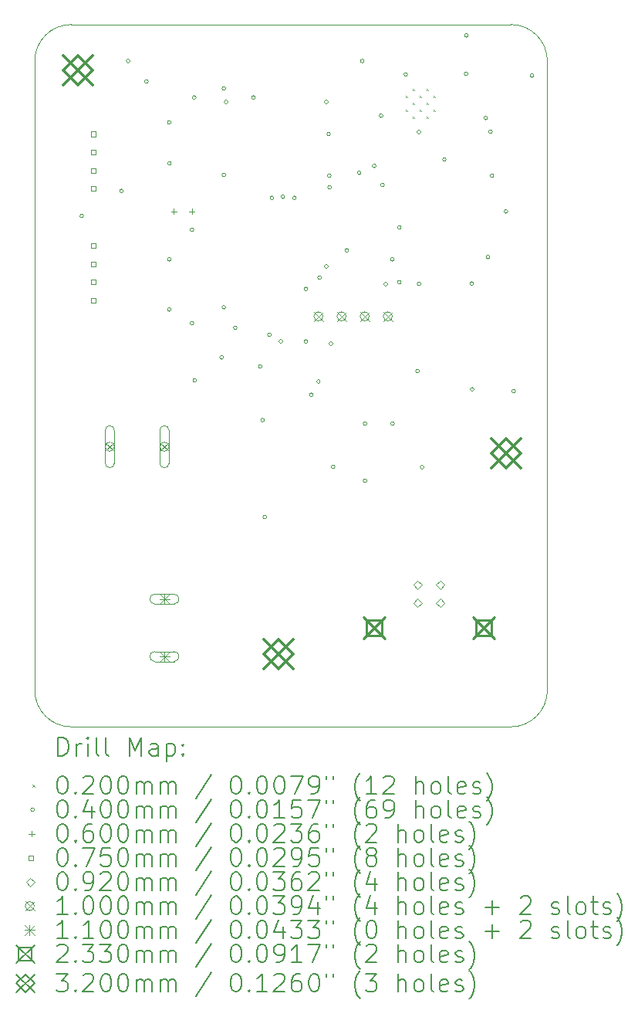
<source format=gbr>
%TF.GenerationSoftware,KiCad,Pcbnew,7.0.10+dfsg-1*%
%TF.CreationDate,2024-05-26T04:12:09+00:00*%
%TF.ProjectId,telescope,74656c65-7363-46f7-9065-2e6b69636164,rev?*%
%TF.SameCoordinates,Original*%
%TF.FileFunction,Drillmap*%
%TF.FilePolarity,Positive*%
%FSLAX45Y45*%
G04 Gerber Fmt 4.5, Leading zero omitted, Abs format (unit mm)*
G04 Created by KiCad (PCBNEW 7.0.10+dfsg-1) date 2024-05-26 04:12:09*
%MOMM*%
%LPD*%
G01*
G04 APERTURE LIST*
%ADD10C,0.100000*%
%ADD11C,0.200000*%
%ADD12C,0.110000*%
%ADD13C,0.233000*%
%ADD14C,0.320000*%
G04 APERTURE END LIST*
D10*
X17925000Y-8400000D02*
X17925000Y-15300000D01*
X18325000Y-8000000D02*
G75*
G03*
X17925000Y-8400000I0J-400000D01*
G01*
X17925000Y-15300000D02*
G75*
G03*
X18325000Y-15700000I400000J0D01*
G01*
X23550000Y-8400000D02*
G75*
G03*
X23150000Y-8000000I-400000J0D01*
G01*
X23550000Y-8400000D02*
X23550000Y-15300000D01*
X18325000Y-8000000D02*
X23150000Y-8000000D01*
X18325000Y-15700000D02*
X23150000Y-15700000D01*
X23150000Y-15700000D02*
G75*
G03*
X23550000Y-15300000I0J400000D01*
G01*
D11*
D10*
X21994500Y-8781750D02*
X22014500Y-8801750D01*
X22014500Y-8781750D02*
X21994500Y-8801750D01*
X21994500Y-8934250D02*
X22014500Y-8954250D01*
X22014500Y-8934250D02*
X21994500Y-8954250D01*
X22070750Y-8705500D02*
X22090750Y-8725500D01*
X22090750Y-8705500D02*
X22070750Y-8725500D01*
X22070750Y-8858000D02*
X22090750Y-8878000D01*
X22090750Y-8858000D02*
X22070750Y-8878000D01*
X22070750Y-9010500D02*
X22090750Y-9030500D01*
X22090750Y-9010500D02*
X22070750Y-9030500D01*
X22147000Y-8781750D02*
X22167000Y-8801750D01*
X22167000Y-8781750D02*
X22147000Y-8801750D01*
X22147000Y-8934250D02*
X22167000Y-8954250D01*
X22167000Y-8934250D02*
X22147000Y-8954250D01*
X22223250Y-8705500D02*
X22243250Y-8725500D01*
X22243250Y-8705500D02*
X22223250Y-8725500D01*
X22223250Y-8858000D02*
X22243250Y-8878000D01*
X22243250Y-8858000D02*
X22223250Y-8878000D01*
X22223250Y-9010500D02*
X22243250Y-9030500D01*
X22243250Y-9010500D02*
X22223250Y-9030500D01*
X22299500Y-8781750D02*
X22319500Y-8801750D01*
X22319500Y-8781750D02*
X22299500Y-8801750D01*
X22299500Y-8934250D02*
X22319500Y-8954250D01*
X22319500Y-8934250D02*
X22299500Y-8954250D01*
X18460000Y-10100000D02*
G75*
G03*
X18420000Y-10100000I-20000J0D01*
G01*
X18420000Y-10100000D02*
G75*
G03*
X18460000Y-10100000I20000J0D01*
G01*
X18895000Y-9825000D02*
G75*
G03*
X18855000Y-9825000I-20000J0D01*
G01*
X18855000Y-9825000D02*
G75*
G03*
X18895000Y-9825000I20000J0D01*
G01*
X18970000Y-8400000D02*
G75*
G03*
X18930000Y-8400000I-20000J0D01*
G01*
X18930000Y-8400000D02*
G75*
G03*
X18970000Y-8400000I20000J0D01*
G01*
X19170000Y-8625000D02*
G75*
G03*
X19130000Y-8625000I-20000J0D01*
G01*
X19130000Y-8625000D02*
G75*
G03*
X19170000Y-8625000I20000J0D01*
G01*
X19420000Y-9075000D02*
G75*
G03*
X19380000Y-9075000I-20000J0D01*
G01*
X19380000Y-9075000D02*
G75*
G03*
X19420000Y-9075000I20000J0D01*
G01*
X19420000Y-11125000D02*
G75*
G03*
X19380000Y-11125000I-20000J0D01*
G01*
X19380000Y-11125000D02*
G75*
G03*
X19420000Y-11125000I20000J0D01*
G01*
X19422157Y-9521441D02*
G75*
G03*
X19382157Y-9521441I-20000J0D01*
G01*
X19382157Y-9521441D02*
G75*
G03*
X19422157Y-9521441I20000J0D01*
G01*
X19422157Y-10575000D02*
G75*
G03*
X19382157Y-10575000I-20000J0D01*
G01*
X19382157Y-10575000D02*
G75*
G03*
X19422157Y-10575000I20000J0D01*
G01*
X19670000Y-10250000D02*
G75*
G03*
X19630000Y-10250000I-20000J0D01*
G01*
X19630000Y-10250000D02*
G75*
G03*
X19670000Y-10250000I20000J0D01*
G01*
X19670000Y-11275000D02*
G75*
G03*
X19630000Y-11275000I-20000J0D01*
G01*
X19630000Y-11275000D02*
G75*
G03*
X19670000Y-11275000I20000J0D01*
G01*
X19695000Y-8800000D02*
G75*
G03*
X19655000Y-8800000I-20000J0D01*
G01*
X19655000Y-8800000D02*
G75*
G03*
X19695000Y-8800000I20000J0D01*
G01*
X19700000Y-11900000D02*
G75*
G03*
X19660000Y-11900000I-20000J0D01*
G01*
X19660000Y-11900000D02*
G75*
G03*
X19700000Y-11900000I20000J0D01*
G01*
X19995000Y-11650000D02*
G75*
G03*
X19955000Y-11650000I-20000J0D01*
G01*
X19955000Y-11650000D02*
G75*
G03*
X19995000Y-11650000I20000J0D01*
G01*
X20020000Y-8700000D02*
G75*
G03*
X19980000Y-8700000I-20000J0D01*
G01*
X19980000Y-8700000D02*
G75*
G03*
X20020000Y-8700000I20000J0D01*
G01*
X20020000Y-9650000D02*
G75*
G03*
X19980000Y-9650000I-20000J0D01*
G01*
X19980000Y-9650000D02*
G75*
G03*
X20020000Y-9650000I20000J0D01*
G01*
X20020000Y-11100000D02*
G75*
G03*
X19980000Y-11100000I-20000J0D01*
G01*
X19980000Y-11100000D02*
G75*
G03*
X20020000Y-11100000I20000J0D01*
G01*
X20045000Y-8850000D02*
G75*
G03*
X20005000Y-8850000I-20000J0D01*
G01*
X20005000Y-8850000D02*
G75*
G03*
X20045000Y-8850000I20000J0D01*
G01*
X20145000Y-11325000D02*
G75*
G03*
X20105000Y-11325000I-20000J0D01*
G01*
X20105000Y-11325000D02*
G75*
G03*
X20145000Y-11325000I20000J0D01*
G01*
X20345000Y-8800000D02*
G75*
G03*
X20305000Y-8800000I-20000J0D01*
G01*
X20305000Y-8800000D02*
G75*
G03*
X20345000Y-8800000I20000J0D01*
G01*
X20420000Y-11750000D02*
G75*
G03*
X20380000Y-11750000I-20000J0D01*
G01*
X20380000Y-11750000D02*
G75*
G03*
X20420000Y-11750000I20000J0D01*
G01*
X20445000Y-12337010D02*
G75*
G03*
X20405000Y-12337010I-20000J0D01*
G01*
X20405000Y-12337010D02*
G75*
G03*
X20445000Y-12337010I20000J0D01*
G01*
X20470000Y-13400000D02*
G75*
G03*
X20430000Y-13400000I-20000J0D01*
G01*
X20430000Y-13400000D02*
G75*
G03*
X20470000Y-13400000I20000J0D01*
G01*
X20520000Y-11400000D02*
G75*
G03*
X20480000Y-11400000I-20000J0D01*
G01*
X20480000Y-11400000D02*
G75*
G03*
X20520000Y-11400000I20000J0D01*
G01*
X20546018Y-9900250D02*
G75*
G03*
X20506018Y-9900250I-20000J0D01*
G01*
X20506018Y-9900250D02*
G75*
G03*
X20546018Y-9900250I20000J0D01*
G01*
X20645000Y-11475000D02*
G75*
G03*
X20605000Y-11475000I-20000J0D01*
G01*
X20605000Y-11475000D02*
G75*
G03*
X20645000Y-11475000I20000J0D01*
G01*
X20668065Y-9889610D02*
G75*
G03*
X20628065Y-9889610I-20000J0D01*
G01*
X20628065Y-9889610D02*
G75*
G03*
X20668065Y-9889610I20000J0D01*
G01*
X20795000Y-9900000D02*
G75*
G03*
X20755000Y-9900000I-20000J0D01*
G01*
X20755000Y-9900000D02*
G75*
G03*
X20795000Y-9900000I20000J0D01*
G01*
X20920000Y-10900000D02*
G75*
G03*
X20880000Y-10900000I-20000J0D01*
G01*
X20880000Y-10900000D02*
G75*
G03*
X20920000Y-10900000I20000J0D01*
G01*
X20920000Y-11475000D02*
G75*
G03*
X20880000Y-11475000I-20000J0D01*
G01*
X20880000Y-11475000D02*
G75*
G03*
X20920000Y-11475000I20000J0D01*
G01*
X20980000Y-12060000D02*
G75*
G03*
X20940000Y-12060000I-20000J0D01*
G01*
X20940000Y-12060000D02*
G75*
G03*
X20980000Y-12060000I20000J0D01*
G01*
X21058000Y-11914500D02*
G75*
G03*
X21018000Y-11914500I-20000J0D01*
G01*
X21018000Y-11914500D02*
G75*
G03*
X21058000Y-11914500I20000J0D01*
G01*
X21070000Y-10775000D02*
G75*
G03*
X21030000Y-10775000I-20000J0D01*
G01*
X21030000Y-10775000D02*
G75*
G03*
X21070000Y-10775000I20000J0D01*
G01*
X21145000Y-8850000D02*
G75*
G03*
X21105000Y-8850000I-20000J0D01*
G01*
X21105000Y-8850000D02*
G75*
G03*
X21145000Y-8850000I20000J0D01*
G01*
X21145000Y-10652500D02*
G75*
G03*
X21105000Y-10652500I-20000J0D01*
G01*
X21105000Y-10652500D02*
G75*
G03*
X21145000Y-10652500I20000J0D01*
G01*
X21170000Y-9200000D02*
G75*
G03*
X21130000Y-9200000I-20000J0D01*
G01*
X21130000Y-9200000D02*
G75*
G03*
X21170000Y-9200000I20000J0D01*
G01*
X21176116Y-9658158D02*
G75*
G03*
X21136116Y-9658158I-20000J0D01*
G01*
X21136116Y-9658158D02*
G75*
G03*
X21176116Y-9658158I20000J0D01*
G01*
X21180000Y-9785000D02*
G75*
G03*
X21140000Y-9785000I-20000J0D01*
G01*
X21140000Y-9785000D02*
G75*
G03*
X21180000Y-9785000I20000J0D01*
G01*
X21195000Y-11500000D02*
G75*
G03*
X21155000Y-11500000I-20000J0D01*
G01*
X21155000Y-11500000D02*
G75*
G03*
X21195000Y-11500000I20000J0D01*
G01*
X21220000Y-12850000D02*
G75*
G03*
X21180000Y-12850000I-20000J0D01*
G01*
X21180000Y-12850000D02*
G75*
G03*
X21220000Y-12850000I20000J0D01*
G01*
X21370000Y-10475000D02*
G75*
G03*
X21330000Y-10475000I-20000J0D01*
G01*
X21330000Y-10475000D02*
G75*
G03*
X21370000Y-10475000I20000J0D01*
G01*
X21505000Y-9625000D02*
G75*
G03*
X21465000Y-9625000I-20000J0D01*
G01*
X21465000Y-9625000D02*
G75*
G03*
X21505000Y-9625000I20000J0D01*
G01*
X21540000Y-8400000D02*
G75*
G03*
X21500000Y-8400000I-20000J0D01*
G01*
X21500000Y-8400000D02*
G75*
G03*
X21540000Y-8400000I20000J0D01*
G01*
X21570000Y-12375000D02*
G75*
G03*
X21530000Y-12375000I-20000J0D01*
G01*
X21530000Y-12375000D02*
G75*
G03*
X21570000Y-12375000I20000J0D01*
G01*
X21570000Y-13000000D02*
G75*
G03*
X21530000Y-13000000I-20000J0D01*
G01*
X21530000Y-13000000D02*
G75*
G03*
X21570000Y-13000000I20000J0D01*
G01*
X21670000Y-9550000D02*
G75*
G03*
X21630000Y-9550000I-20000J0D01*
G01*
X21630000Y-9550000D02*
G75*
G03*
X21670000Y-9550000I20000J0D01*
G01*
X21745000Y-9000000D02*
G75*
G03*
X21705000Y-9000000I-20000J0D01*
G01*
X21705000Y-9000000D02*
G75*
G03*
X21745000Y-9000000I20000J0D01*
G01*
X21760000Y-9760000D02*
G75*
G03*
X21720000Y-9760000I-20000J0D01*
G01*
X21720000Y-9760000D02*
G75*
G03*
X21760000Y-9760000I20000J0D01*
G01*
X21796450Y-10847213D02*
G75*
G03*
X21756450Y-10847213I-20000J0D01*
G01*
X21756450Y-10847213D02*
G75*
G03*
X21796450Y-10847213I20000J0D01*
G01*
X21870000Y-10575000D02*
G75*
G03*
X21830000Y-10575000I-20000J0D01*
G01*
X21830000Y-10575000D02*
G75*
G03*
X21870000Y-10575000I20000J0D01*
G01*
X21870000Y-12375000D02*
G75*
G03*
X21830000Y-12375000I-20000J0D01*
G01*
X21830000Y-12375000D02*
G75*
G03*
X21870000Y-12375000I20000J0D01*
G01*
X21945000Y-10225000D02*
G75*
G03*
X21905000Y-10225000I-20000J0D01*
G01*
X21905000Y-10225000D02*
G75*
G03*
X21945000Y-10225000I20000J0D01*
G01*
X21945000Y-10825000D02*
G75*
G03*
X21905000Y-10825000I-20000J0D01*
G01*
X21905000Y-10825000D02*
G75*
G03*
X21945000Y-10825000I20000J0D01*
G01*
X22016044Y-8546525D02*
G75*
G03*
X21976044Y-8546525I-20000J0D01*
G01*
X21976044Y-8546525D02*
G75*
G03*
X22016044Y-8546525I20000J0D01*
G01*
X22145000Y-11800000D02*
G75*
G03*
X22105000Y-11800000I-20000J0D01*
G01*
X22105000Y-11800000D02*
G75*
G03*
X22145000Y-11800000I20000J0D01*
G01*
X22160000Y-9180000D02*
G75*
G03*
X22120000Y-9180000I-20000J0D01*
G01*
X22120000Y-9180000D02*
G75*
G03*
X22160000Y-9180000I20000J0D01*
G01*
X22162500Y-10842500D02*
G75*
G03*
X22122500Y-10842500I-20000J0D01*
G01*
X22122500Y-10842500D02*
G75*
G03*
X22162500Y-10842500I20000J0D01*
G01*
X22195680Y-12853371D02*
G75*
G03*
X22155680Y-12853371I-20000J0D01*
G01*
X22155680Y-12853371D02*
G75*
G03*
X22195680Y-12853371I20000J0D01*
G01*
X22440000Y-9480000D02*
G75*
G03*
X22400000Y-9480000I-20000J0D01*
G01*
X22400000Y-9480000D02*
G75*
G03*
X22440000Y-9480000I20000J0D01*
G01*
X22680000Y-8120000D02*
G75*
G03*
X22640000Y-8120000I-20000J0D01*
G01*
X22640000Y-8120000D02*
G75*
G03*
X22680000Y-8120000I20000J0D01*
G01*
X22680000Y-8540000D02*
G75*
G03*
X22640000Y-8540000I-20000J0D01*
G01*
X22640000Y-8540000D02*
G75*
G03*
X22680000Y-8540000I20000J0D01*
G01*
X22740000Y-10840000D02*
G75*
G03*
X22700000Y-10840000I-20000J0D01*
G01*
X22700000Y-10840000D02*
G75*
G03*
X22740000Y-10840000I20000J0D01*
G01*
X22745000Y-12000000D02*
G75*
G03*
X22705000Y-12000000I-20000J0D01*
G01*
X22705000Y-12000000D02*
G75*
G03*
X22745000Y-12000000I20000J0D01*
G01*
X22895000Y-9025000D02*
G75*
G03*
X22855000Y-9025000I-20000J0D01*
G01*
X22855000Y-9025000D02*
G75*
G03*
X22895000Y-9025000I20000J0D01*
G01*
X22920000Y-10550000D02*
G75*
G03*
X22880000Y-10550000I-20000J0D01*
G01*
X22880000Y-10550000D02*
G75*
G03*
X22920000Y-10550000I20000J0D01*
G01*
X22945000Y-9175000D02*
G75*
G03*
X22905000Y-9175000I-20000J0D01*
G01*
X22905000Y-9175000D02*
G75*
G03*
X22945000Y-9175000I20000J0D01*
G01*
X22962000Y-9658000D02*
G75*
G03*
X22922000Y-9658000I-20000J0D01*
G01*
X22922000Y-9658000D02*
G75*
G03*
X22962000Y-9658000I20000J0D01*
G01*
X23116250Y-10050000D02*
G75*
G03*
X23076250Y-10050000I-20000J0D01*
G01*
X23076250Y-10050000D02*
G75*
G03*
X23116250Y-10050000I20000J0D01*
G01*
X23200000Y-12020000D02*
G75*
G03*
X23160000Y-12020000I-20000J0D01*
G01*
X23160000Y-12020000D02*
G75*
G03*
X23200000Y-12020000I20000J0D01*
G01*
X23400000Y-8560000D02*
G75*
G03*
X23360000Y-8560000I-20000J0D01*
G01*
X23360000Y-8560000D02*
G75*
G03*
X23400000Y-8560000I20000J0D01*
G01*
X19450000Y-10020000D02*
X19450000Y-10080000D01*
X19420000Y-10050000D02*
X19480000Y-10050000D01*
X19650000Y-10020000D02*
X19650000Y-10080000D01*
X19620000Y-10050000D02*
X19680000Y-10050000D01*
X18594017Y-9226517D02*
X18594017Y-9173483D01*
X18540983Y-9173483D01*
X18540983Y-9226517D01*
X18594017Y-9226517D01*
X18594017Y-9426517D02*
X18594017Y-9373483D01*
X18540983Y-9373483D01*
X18540983Y-9426517D01*
X18594017Y-9426517D01*
X18594017Y-9626517D02*
X18594017Y-9573483D01*
X18540983Y-9573483D01*
X18540983Y-9626517D01*
X18594017Y-9626517D01*
X18594017Y-9826517D02*
X18594017Y-9773483D01*
X18540983Y-9773483D01*
X18540983Y-9826517D01*
X18594017Y-9826517D01*
X18594017Y-10451017D02*
X18594017Y-10397983D01*
X18540983Y-10397983D01*
X18540983Y-10451017D01*
X18594017Y-10451017D01*
X18594017Y-10651017D02*
X18594017Y-10597983D01*
X18540983Y-10597983D01*
X18540983Y-10651017D01*
X18594017Y-10651017D01*
X18594017Y-10851017D02*
X18594017Y-10797983D01*
X18540983Y-10797983D01*
X18540983Y-10851017D01*
X18594017Y-10851017D01*
X18594017Y-11051017D02*
X18594017Y-10997983D01*
X18540983Y-10997983D01*
X18540983Y-11051017D01*
X18594017Y-11051017D01*
X22125000Y-14188250D02*
X22171000Y-14142250D01*
X22125000Y-14096250D01*
X22079000Y-14142250D01*
X22125000Y-14188250D01*
X22125000Y-14388250D02*
X22171000Y-14342250D01*
X22125000Y-14296250D01*
X22079000Y-14342250D01*
X22125000Y-14388250D01*
X22375000Y-14188250D02*
X22421000Y-14142250D01*
X22375000Y-14096250D01*
X22329000Y-14142250D01*
X22375000Y-14188250D01*
X22375000Y-14388250D02*
X22421000Y-14342250D01*
X22375000Y-14296250D01*
X22329000Y-14342250D01*
X22375000Y-14388250D01*
X18698000Y-12579000D02*
X18798000Y-12679000D01*
X18798000Y-12579000D02*
X18698000Y-12679000D01*
X18798000Y-12629000D02*
G75*
G03*
X18698000Y-12629000I-50000J0D01*
G01*
X18698000Y-12629000D02*
G75*
G03*
X18798000Y-12629000I50000J0D01*
G01*
X18698000Y-12449000D02*
X18698000Y-12809000D01*
X18698000Y-12809000D02*
G75*
G03*
X18798000Y-12809000I50000J0D01*
G01*
X18798000Y-12809000D02*
X18798000Y-12449000D01*
X18798000Y-12449000D02*
G75*
G03*
X18698000Y-12449000I-50000J0D01*
G01*
X19298000Y-12579000D02*
X19398000Y-12679000D01*
X19398000Y-12579000D02*
X19298000Y-12679000D01*
X19398000Y-12629000D02*
G75*
G03*
X19298000Y-12629000I-50000J0D01*
G01*
X19298000Y-12629000D02*
G75*
G03*
X19398000Y-12629000I50000J0D01*
G01*
X19298000Y-12449000D02*
X19298000Y-12809000D01*
X19298000Y-12809000D02*
G75*
G03*
X19398000Y-12809000I50000J0D01*
G01*
X19398000Y-12809000D02*
X19398000Y-12449000D01*
X19398000Y-12449000D02*
G75*
G03*
X19298000Y-12449000I-50000J0D01*
G01*
X20988000Y-11150000D02*
X21088000Y-11250000D01*
X21088000Y-11150000D02*
X20988000Y-11250000D01*
X21088000Y-11200000D02*
G75*
G03*
X20988000Y-11200000I-50000J0D01*
G01*
X20988000Y-11200000D02*
G75*
G03*
X21088000Y-11200000I50000J0D01*
G01*
X21242000Y-11150000D02*
X21342000Y-11250000D01*
X21342000Y-11150000D02*
X21242000Y-11250000D01*
X21342000Y-11200000D02*
G75*
G03*
X21242000Y-11200000I-50000J0D01*
G01*
X21242000Y-11200000D02*
G75*
G03*
X21342000Y-11200000I50000J0D01*
G01*
X21496000Y-11150000D02*
X21596000Y-11250000D01*
X21596000Y-11150000D02*
X21496000Y-11250000D01*
X21596000Y-11200000D02*
G75*
G03*
X21496000Y-11200000I-50000J0D01*
G01*
X21496000Y-11200000D02*
G75*
G03*
X21596000Y-11200000I50000J0D01*
G01*
X21750000Y-11150000D02*
X21850000Y-11250000D01*
X21850000Y-11150000D02*
X21750000Y-11250000D01*
X21850000Y-11200000D02*
G75*
G03*
X21750000Y-11200000I-50000J0D01*
G01*
X21750000Y-11200000D02*
G75*
G03*
X21850000Y-11200000I50000J0D01*
G01*
D12*
X19293000Y-14244000D02*
X19403000Y-14354000D01*
X19403000Y-14244000D02*
X19293000Y-14354000D01*
X19348000Y-14244000D02*
X19348000Y-14354000D01*
X19293000Y-14299000D02*
X19403000Y-14299000D01*
D10*
X19453000Y-14244000D02*
X19243000Y-14244000D01*
X19243000Y-14244000D02*
G75*
G03*
X19243000Y-14354000I0J-55000D01*
G01*
X19243000Y-14354000D02*
X19453000Y-14354000D01*
X19453000Y-14354000D02*
G75*
G03*
X19453000Y-14244000I0J55000D01*
G01*
D12*
X19293000Y-14874000D02*
X19403000Y-14984000D01*
X19403000Y-14874000D02*
X19293000Y-14984000D01*
X19348000Y-14874000D02*
X19348000Y-14984000D01*
X19293000Y-14929000D02*
X19403000Y-14929000D01*
D10*
X19453000Y-14874000D02*
X19243000Y-14874000D01*
X19243000Y-14874000D02*
G75*
G03*
X19243000Y-14984000I0J-55000D01*
G01*
X19243000Y-14984000D02*
X19453000Y-14984000D01*
X19453000Y-14984000D02*
G75*
G03*
X19453000Y-14874000I0J55000D01*
G01*
D13*
X21531500Y-14496750D02*
X21764500Y-14729750D01*
X21764500Y-14496750D02*
X21531500Y-14729750D01*
X21730379Y-14695629D02*
X21730379Y-14530871D01*
X21565621Y-14530871D01*
X21565621Y-14695629D01*
X21730379Y-14695629D01*
X22735500Y-14496750D02*
X22968500Y-14729750D01*
X22968500Y-14496750D02*
X22735500Y-14729750D01*
X22934379Y-14695629D02*
X22934379Y-14530871D01*
X22769621Y-14530871D01*
X22769621Y-14695629D01*
X22934379Y-14695629D01*
D14*
X18240000Y-8340000D02*
X18560000Y-8660000D01*
X18560000Y-8340000D02*
X18240000Y-8660000D01*
X18400000Y-8660000D02*
X18560000Y-8500000D01*
X18400000Y-8340000D01*
X18240000Y-8500000D01*
X18400000Y-8660000D01*
X20440000Y-14740000D02*
X20760000Y-15060000D01*
X20760000Y-14740000D02*
X20440000Y-15060000D01*
X20600000Y-15060000D02*
X20760000Y-14900000D01*
X20600000Y-14740000D01*
X20440000Y-14900000D01*
X20600000Y-15060000D01*
X22940000Y-12540000D02*
X23260000Y-12860000D01*
X23260000Y-12540000D02*
X22940000Y-12860000D01*
X23100000Y-12860000D02*
X23260000Y-12700000D01*
X23100000Y-12540000D01*
X22940000Y-12700000D01*
X23100000Y-12860000D01*
D11*
X18180777Y-16016484D02*
X18180777Y-15816484D01*
X18180777Y-15816484D02*
X18228396Y-15816484D01*
X18228396Y-15816484D02*
X18256967Y-15826008D01*
X18256967Y-15826008D02*
X18276015Y-15845055D01*
X18276015Y-15845055D02*
X18285539Y-15864103D01*
X18285539Y-15864103D02*
X18295063Y-15902198D01*
X18295063Y-15902198D02*
X18295063Y-15930769D01*
X18295063Y-15930769D02*
X18285539Y-15968865D01*
X18285539Y-15968865D02*
X18276015Y-15987912D01*
X18276015Y-15987912D02*
X18256967Y-16006960D01*
X18256967Y-16006960D02*
X18228396Y-16016484D01*
X18228396Y-16016484D02*
X18180777Y-16016484D01*
X18380777Y-16016484D02*
X18380777Y-15883150D01*
X18380777Y-15921246D02*
X18390301Y-15902198D01*
X18390301Y-15902198D02*
X18399824Y-15892674D01*
X18399824Y-15892674D02*
X18418872Y-15883150D01*
X18418872Y-15883150D02*
X18437920Y-15883150D01*
X18504586Y-16016484D02*
X18504586Y-15883150D01*
X18504586Y-15816484D02*
X18495063Y-15826008D01*
X18495063Y-15826008D02*
X18504586Y-15835531D01*
X18504586Y-15835531D02*
X18514110Y-15826008D01*
X18514110Y-15826008D02*
X18504586Y-15816484D01*
X18504586Y-15816484D02*
X18504586Y-15835531D01*
X18628396Y-16016484D02*
X18609348Y-16006960D01*
X18609348Y-16006960D02*
X18599824Y-15987912D01*
X18599824Y-15987912D02*
X18599824Y-15816484D01*
X18733158Y-16016484D02*
X18714110Y-16006960D01*
X18714110Y-16006960D02*
X18704586Y-15987912D01*
X18704586Y-15987912D02*
X18704586Y-15816484D01*
X18961729Y-16016484D02*
X18961729Y-15816484D01*
X18961729Y-15816484D02*
X19028396Y-15959341D01*
X19028396Y-15959341D02*
X19095063Y-15816484D01*
X19095063Y-15816484D02*
X19095063Y-16016484D01*
X19276015Y-16016484D02*
X19276015Y-15911722D01*
X19276015Y-15911722D02*
X19266491Y-15892674D01*
X19266491Y-15892674D02*
X19247444Y-15883150D01*
X19247444Y-15883150D02*
X19209348Y-15883150D01*
X19209348Y-15883150D02*
X19190301Y-15892674D01*
X19276015Y-16006960D02*
X19256967Y-16016484D01*
X19256967Y-16016484D02*
X19209348Y-16016484D01*
X19209348Y-16016484D02*
X19190301Y-16006960D01*
X19190301Y-16006960D02*
X19180777Y-15987912D01*
X19180777Y-15987912D02*
X19180777Y-15968865D01*
X19180777Y-15968865D02*
X19190301Y-15949817D01*
X19190301Y-15949817D02*
X19209348Y-15940293D01*
X19209348Y-15940293D02*
X19256967Y-15940293D01*
X19256967Y-15940293D02*
X19276015Y-15930769D01*
X19371253Y-15883150D02*
X19371253Y-16083150D01*
X19371253Y-15892674D02*
X19390301Y-15883150D01*
X19390301Y-15883150D02*
X19428396Y-15883150D01*
X19428396Y-15883150D02*
X19447444Y-15892674D01*
X19447444Y-15892674D02*
X19456967Y-15902198D01*
X19456967Y-15902198D02*
X19466491Y-15921246D01*
X19466491Y-15921246D02*
X19466491Y-15978388D01*
X19466491Y-15978388D02*
X19456967Y-15997436D01*
X19456967Y-15997436D02*
X19447444Y-16006960D01*
X19447444Y-16006960D02*
X19428396Y-16016484D01*
X19428396Y-16016484D02*
X19390301Y-16016484D01*
X19390301Y-16016484D02*
X19371253Y-16006960D01*
X19552205Y-15997436D02*
X19561729Y-16006960D01*
X19561729Y-16006960D02*
X19552205Y-16016484D01*
X19552205Y-16016484D02*
X19542682Y-16006960D01*
X19542682Y-16006960D02*
X19552205Y-15997436D01*
X19552205Y-15997436D02*
X19552205Y-16016484D01*
X19552205Y-15892674D02*
X19561729Y-15902198D01*
X19561729Y-15902198D02*
X19552205Y-15911722D01*
X19552205Y-15911722D02*
X19542682Y-15902198D01*
X19542682Y-15902198D02*
X19552205Y-15892674D01*
X19552205Y-15892674D02*
X19552205Y-15911722D01*
D10*
X17900000Y-16335000D02*
X17920000Y-16355000D01*
X17920000Y-16335000D02*
X17900000Y-16355000D01*
D11*
X18218872Y-16236484D02*
X18237920Y-16236484D01*
X18237920Y-16236484D02*
X18256967Y-16246008D01*
X18256967Y-16246008D02*
X18266491Y-16255531D01*
X18266491Y-16255531D02*
X18276015Y-16274579D01*
X18276015Y-16274579D02*
X18285539Y-16312674D01*
X18285539Y-16312674D02*
X18285539Y-16360293D01*
X18285539Y-16360293D02*
X18276015Y-16398388D01*
X18276015Y-16398388D02*
X18266491Y-16417436D01*
X18266491Y-16417436D02*
X18256967Y-16426960D01*
X18256967Y-16426960D02*
X18237920Y-16436484D01*
X18237920Y-16436484D02*
X18218872Y-16436484D01*
X18218872Y-16436484D02*
X18199824Y-16426960D01*
X18199824Y-16426960D02*
X18190301Y-16417436D01*
X18190301Y-16417436D02*
X18180777Y-16398388D01*
X18180777Y-16398388D02*
X18171253Y-16360293D01*
X18171253Y-16360293D02*
X18171253Y-16312674D01*
X18171253Y-16312674D02*
X18180777Y-16274579D01*
X18180777Y-16274579D02*
X18190301Y-16255531D01*
X18190301Y-16255531D02*
X18199824Y-16246008D01*
X18199824Y-16246008D02*
X18218872Y-16236484D01*
X18371253Y-16417436D02*
X18380777Y-16426960D01*
X18380777Y-16426960D02*
X18371253Y-16436484D01*
X18371253Y-16436484D02*
X18361729Y-16426960D01*
X18361729Y-16426960D02*
X18371253Y-16417436D01*
X18371253Y-16417436D02*
X18371253Y-16436484D01*
X18456967Y-16255531D02*
X18466491Y-16246008D01*
X18466491Y-16246008D02*
X18485539Y-16236484D01*
X18485539Y-16236484D02*
X18533158Y-16236484D01*
X18533158Y-16236484D02*
X18552205Y-16246008D01*
X18552205Y-16246008D02*
X18561729Y-16255531D01*
X18561729Y-16255531D02*
X18571253Y-16274579D01*
X18571253Y-16274579D02*
X18571253Y-16293627D01*
X18571253Y-16293627D02*
X18561729Y-16322198D01*
X18561729Y-16322198D02*
X18447444Y-16436484D01*
X18447444Y-16436484D02*
X18571253Y-16436484D01*
X18695063Y-16236484D02*
X18714110Y-16236484D01*
X18714110Y-16236484D02*
X18733158Y-16246008D01*
X18733158Y-16246008D02*
X18742682Y-16255531D01*
X18742682Y-16255531D02*
X18752205Y-16274579D01*
X18752205Y-16274579D02*
X18761729Y-16312674D01*
X18761729Y-16312674D02*
X18761729Y-16360293D01*
X18761729Y-16360293D02*
X18752205Y-16398388D01*
X18752205Y-16398388D02*
X18742682Y-16417436D01*
X18742682Y-16417436D02*
X18733158Y-16426960D01*
X18733158Y-16426960D02*
X18714110Y-16436484D01*
X18714110Y-16436484D02*
X18695063Y-16436484D01*
X18695063Y-16436484D02*
X18676015Y-16426960D01*
X18676015Y-16426960D02*
X18666491Y-16417436D01*
X18666491Y-16417436D02*
X18656967Y-16398388D01*
X18656967Y-16398388D02*
X18647444Y-16360293D01*
X18647444Y-16360293D02*
X18647444Y-16312674D01*
X18647444Y-16312674D02*
X18656967Y-16274579D01*
X18656967Y-16274579D02*
X18666491Y-16255531D01*
X18666491Y-16255531D02*
X18676015Y-16246008D01*
X18676015Y-16246008D02*
X18695063Y-16236484D01*
X18885539Y-16236484D02*
X18904586Y-16236484D01*
X18904586Y-16236484D02*
X18923634Y-16246008D01*
X18923634Y-16246008D02*
X18933158Y-16255531D01*
X18933158Y-16255531D02*
X18942682Y-16274579D01*
X18942682Y-16274579D02*
X18952205Y-16312674D01*
X18952205Y-16312674D02*
X18952205Y-16360293D01*
X18952205Y-16360293D02*
X18942682Y-16398388D01*
X18942682Y-16398388D02*
X18933158Y-16417436D01*
X18933158Y-16417436D02*
X18923634Y-16426960D01*
X18923634Y-16426960D02*
X18904586Y-16436484D01*
X18904586Y-16436484D02*
X18885539Y-16436484D01*
X18885539Y-16436484D02*
X18866491Y-16426960D01*
X18866491Y-16426960D02*
X18856967Y-16417436D01*
X18856967Y-16417436D02*
X18847444Y-16398388D01*
X18847444Y-16398388D02*
X18837920Y-16360293D01*
X18837920Y-16360293D02*
X18837920Y-16312674D01*
X18837920Y-16312674D02*
X18847444Y-16274579D01*
X18847444Y-16274579D02*
X18856967Y-16255531D01*
X18856967Y-16255531D02*
X18866491Y-16246008D01*
X18866491Y-16246008D02*
X18885539Y-16236484D01*
X19037920Y-16436484D02*
X19037920Y-16303150D01*
X19037920Y-16322198D02*
X19047444Y-16312674D01*
X19047444Y-16312674D02*
X19066491Y-16303150D01*
X19066491Y-16303150D02*
X19095063Y-16303150D01*
X19095063Y-16303150D02*
X19114110Y-16312674D01*
X19114110Y-16312674D02*
X19123634Y-16331722D01*
X19123634Y-16331722D02*
X19123634Y-16436484D01*
X19123634Y-16331722D02*
X19133158Y-16312674D01*
X19133158Y-16312674D02*
X19152205Y-16303150D01*
X19152205Y-16303150D02*
X19180777Y-16303150D01*
X19180777Y-16303150D02*
X19199825Y-16312674D01*
X19199825Y-16312674D02*
X19209348Y-16331722D01*
X19209348Y-16331722D02*
X19209348Y-16436484D01*
X19304586Y-16436484D02*
X19304586Y-16303150D01*
X19304586Y-16322198D02*
X19314110Y-16312674D01*
X19314110Y-16312674D02*
X19333158Y-16303150D01*
X19333158Y-16303150D02*
X19361729Y-16303150D01*
X19361729Y-16303150D02*
X19380777Y-16312674D01*
X19380777Y-16312674D02*
X19390301Y-16331722D01*
X19390301Y-16331722D02*
X19390301Y-16436484D01*
X19390301Y-16331722D02*
X19399825Y-16312674D01*
X19399825Y-16312674D02*
X19418872Y-16303150D01*
X19418872Y-16303150D02*
X19447444Y-16303150D01*
X19447444Y-16303150D02*
X19466491Y-16312674D01*
X19466491Y-16312674D02*
X19476015Y-16331722D01*
X19476015Y-16331722D02*
X19476015Y-16436484D01*
X19866491Y-16226960D02*
X19695063Y-16484103D01*
X20123634Y-16236484D02*
X20142682Y-16236484D01*
X20142682Y-16236484D02*
X20161729Y-16246008D01*
X20161729Y-16246008D02*
X20171253Y-16255531D01*
X20171253Y-16255531D02*
X20180777Y-16274579D01*
X20180777Y-16274579D02*
X20190301Y-16312674D01*
X20190301Y-16312674D02*
X20190301Y-16360293D01*
X20190301Y-16360293D02*
X20180777Y-16398388D01*
X20180777Y-16398388D02*
X20171253Y-16417436D01*
X20171253Y-16417436D02*
X20161729Y-16426960D01*
X20161729Y-16426960D02*
X20142682Y-16436484D01*
X20142682Y-16436484D02*
X20123634Y-16436484D01*
X20123634Y-16436484D02*
X20104587Y-16426960D01*
X20104587Y-16426960D02*
X20095063Y-16417436D01*
X20095063Y-16417436D02*
X20085539Y-16398388D01*
X20085539Y-16398388D02*
X20076015Y-16360293D01*
X20076015Y-16360293D02*
X20076015Y-16312674D01*
X20076015Y-16312674D02*
X20085539Y-16274579D01*
X20085539Y-16274579D02*
X20095063Y-16255531D01*
X20095063Y-16255531D02*
X20104587Y-16246008D01*
X20104587Y-16246008D02*
X20123634Y-16236484D01*
X20276015Y-16417436D02*
X20285539Y-16426960D01*
X20285539Y-16426960D02*
X20276015Y-16436484D01*
X20276015Y-16436484D02*
X20266491Y-16426960D01*
X20266491Y-16426960D02*
X20276015Y-16417436D01*
X20276015Y-16417436D02*
X20276015Y-16436484D01*
X20409348Y-16236484D02*
X20428396Y-16236484D01*
X20428396Y-16236484D02*
X20447444Y-16246008D01*
X20447444Y-16246008D02*
X20456968Y-16255531D01*
X20456968Y-16255531D02*
X20466491Y-16274579D01*
X20466491Y-16274579D02*
X20476015Y-16312674D01*
X20476015Y-16312674D02*
X20476015Y-16360293D01*
X20476015Y-16360293D02*
X20466491Y-16398388D01*
X20466491Y-16398388D02*
X20456968Y-16417436D01*
X20456968Y-16417436D02*
X20447444Y-16426960D01*
X20447444Y-16426960D02*
X20428396Y-16436484D01*
X20428396Y-16436484D02*
X20409348Y-16436484D01*
X20409348Y-16436484D02*
X20390301Y-16426960D01*
X20390301Y-16426960D02*
X20380777Y-16417436D01*
X20380777Y-16417436D02*
X20371253Y-16398388D01*
X20371253Y-16398388D02*
X20361729Y-16360293D01*
X20361729Y-16360293D02*
X20361729Y-16312674D01*
X20361729Y-16312674D02*
X20371253Y-16274579D01*
X20371253Y-16274579D02*
X20380777Y-16255531D01*
X20380777Y-16255531D02*
X20390301Y-16246008D01*
X20390301Y-16246008D02*
X20409348Y-16236484D01*
X20599825Y-16236484D02*
X20618872Y-16236484D01*
X20618872Y-16236484D02*
X20637920Y-16246008D01*
X20637920Y-16246008D02*
X20647444Y-16255531D01*
X20647444Y-16255531D02*
X20656968Y-16274579D01*
X20656968Y-16274579D02*
X20666491Y-16312674D01*
X20666491Y-16312674D02*
X20666491Y-16360293D01*
X20666491Y-16360293D02*
X20656968Y-16398388D01*
X20656968Y-16398388D02*
X20647444Y-16417436D01*
X20647444Y-16417436D02*
X20637920Y-16426960D01*
X20637920Y-16426960D02*
X20618872Y-16436484D01*
X20618872Y-16436484D02*
X20599825Y-16436484D01*
X20599825Y-16436484D02*
X20580777Y-16426960D01*
X20580777Y-16426960D02*
X20571253Y-16417436D01*
X20571253Y-16417436D02*
X20561729Y-16398388D01*
X20561729Y-16398388D02*
X20552206Y-16360293D01*
X20552206Y-16360293D02*
X20552206Y-16312674D01*
X20552206Y-16312674D02*
X20561729Y-16274579D01*
X20561729Y-16274579D02*
X20571253Y-16255531D01*
X20571253Y-16255531D02*
X20580777Y-16246008D01*
X20580777Y-16246008D02*
X20599825Y-16236484D01*
X20733158Y-16236484D02*
X20866491Y-16236484D01*
X20866491Y-16236484D02*
X20780777Y-16436484D01*
X20952206Y-16436484D02*
X20990301Y-16436484D01*
X20990301Y-16436484D02*
X21009349Y-16426960D01*
X21009349Y-16426960D02*
X21018872Y-16417436D01*
X21018872Y-16417436D02*
X21037920Y-16388865D01*
X21037920Y-16388865D02*
X21047444Y-16350769D01*
X21047444Y-16350769D02*
X21047444Y-16274579D01*
X21047444Y-16274579D02*
X21037920Y-16255531D01*
X21037920Y-16255531D02*
X21028396Y-16246008D01*
X21028396Y-16246008D02*
X21009349Y-16236484D01*
X21009349Y-16236484D02*
X20971253Y-16236484D01*
X20971253Y-16236484D02*
X20952206Y-16246008D01*
X20952206Y-16246008D02*
X20942682Y-16255531D01*
X20942682Y-16255531D02*
X20933158Y-16274579D01*
X20933158Y-16274579D02*
X20933158Y-16322198D01*
X20933158Y-16322198D02*
X20942682Y-16341246D01*
X20942682Y-16341246D02*
X20952206Y-16350769D01*
X20952206Y-16350769D02*
X20971253Y-16360293D01*
X20971253Y-16360293D02*
X21009349Y-16360293D01*
X21009349Y-16360293D02*
X21028396Y-16350769D01*
X21028396Y-16350769D02*
X21037920Y-16341246D01*
X21037920Y-16341246D02*
X21047444Y-16322198D01*
X21123634Y-16236484D02*
X21123634Y-16274579D01*
X21199825Y-16236484D02*
X21199825Y-16274579D01*
X21495063Y-16512674D02*
X21485539Y-16503150D01*
X21485539Y-16503150D02*
X21466491Y-16474579D01*
X21466491Y-16474579D02*
X21456968Y-16455531D01*
X21456968Y-16455531D02*
X21447444Y-16426960D01*
X21447444Y-16426960D02*
X21437920Y-16379341D01*
X21437920Y-16379341D02*
X21437920Y-16341246D01*
X21437920Y-16341246D02*
X21447444Y-16293627D01*
X21447444Y-16293627D02*
X21456968Y-16265055D01*
X21456968Y-16265055D02*
X21466491Y-16246008D01*
X21466491Y-16246008D02*
X21485539Y-16217436D01*
X21485539Y-16217436D02*
X21495063Y-16207912D01*
X21676015Y-16436484D02*
X21561730Y-16436484D01*
X21618872Y-16436484D02*
X21618872Y-16236484D01*
X21618872Y-16236484D02*
X21599825Y-16265055D01*
X21599825Y-16265055D02*
X21580777Y-16284103D01*
X21580777Y-16284103D02*
X21561730Y-16293627D01*
X21752206Y-16255531D02*
X21761730Y-16246008D01*
X21761730Y-16246008D02*
X21780777Y-16236484D01*
X21780777Y-16236484D02*
X21828396Y-16236484D01*
X21828396Y-16236484D02*
X21847444Y-16246008D01*
X21847444Y-16246008D02*
X21856968Y-16255531D01*
X21856968Y-16255531D02*
X21866491Y-16274579D01*
X21866491Y-16274579D02*
X21866491Y-16293627D01*
X21866491Y-16293627D02*
X21856968Y-16322198D01*
X21856968Y-16322198D02*
X21742682Y-16436484D01*
X21742682Y-16436484D02*
X21866491Y-16436484D01*
X22104587Y-16436484D02*
X22104587Y-16236484D01*
X22190301Y-16436484D02*
X22190301Y-16331722D01*
X22190301Y-16331722D02*
X22180777Y-16312674D01*
X22180777Y-16312674D02*
X22161730Y-16303150D01*
X22161730Y-16303150D02*
X22133158Y-16303150D01*
X22133158Y-16303150D02*
X22114111Y-16312674D01*
X22114111Y-16312674D02*
X22104587Y-16322198D01*
X22314111Y-16436484D02*
X22295063Y-16426960D01*
X22295063Y-16426960D02*
X22285539Y-16417436D01*
X22285539Y-16417436D02*
X22276015Y-16398388D01*
X22276015Y-16398388D02*
X22276015Y-16341246D01*
X22276015Y-16341246D02*
X22285539Y-16322198D01*
X22285539Y-16322198D02*
X22295063Y-16312674D01*
X22295063Y-16312674D02*
X22314111Y-16303150D01*
X22314111Y-16303150D02*
X22342682Y-16303150D01*
X22342682Y-16303150D02*
X22361730Y-16312674D01*
X22361730Y-16312674D02*
X22371253Y-16322198D01*
X22371253Y-16322198D02*
X22380777Y-16341246D01*
X22380777Y-16341246D02*
X22380777Y-16398388D01*
X22380777Y-16398388D02*
X22371253Y-16417436D01*
X22371253Y-16417436D02*
X22361730Y-16426960D01*
X22361730Y-16426960D02*
X22342682Y-16436484D01*
X22342682Y-16436484D02*
X22314111Y-16436484D01*
X22495063Y-16436484D02*
X22476015Y-16426960D01*
X22476015Y-16426960D02*
X22466491Y-16407912D01*
X22466491Y-16407912D02*
X22466491Y-16236484D01*
X22647444Y-16426960D02*
X22628396Y-16436484D01*
X22628396Y-16436484D02*
X22590301Y-16436484D01*
X22590301Y-16436484D02*
X22571253Y-16426960D01*
X22571253Y-16426960D02*
X22561730Y-16407912D01*
X22561730Y-16407912D02*
X22561730Y-16331722D01*
X22561730Y-16331722D02*
X22571253Y-16312674D01*
X22571253Y-16312674D02*
X22590301Y-16303150D01*
X22590301Y-16303150D02*
X22628396Y-16303150D01*
X22628396Y-16303150D02*
X22647444Y-16312674D01*
X22647444Y-16312674D02*
X22656968Y-16331722D01*
X22656968Y-16331722D02*
X22656968Y-16350769D01*
X22656968Y-16350769D02*
X22561730Y-16369817D01*
X22733158Y-16426960D02*
X22752206Y-16436484D01*
X22752206Y-16436484D02*
X22790301Y-16436484D01*
X22790301Y-16436484D02*
X22809349Y-16426960D01*
X22809349Y-16426960D02*
X22818872Y-16407912D01*
X22818872Y-16407912D02*
X22818872Y-16398388D01*
X22818872Y-16398388D02*
X22809349Y-16379341D01*
X22809349Y-16379341D02*
X22790301Y-16369817D01*
X22790301Y-16369817D02*
X22761730Y-16369817D01*
X22761730Y-16369817D02*
X22742682Y-16360293D01*
X22742682Y-16360293D02*
X22733158Y-16341246D01*
X22733158Y-16341246D02*
X22733158Y-16331722D01*
X22733158Y-16331722D02*
X22742682Y-16312674D01*
X22742682Y-16312674D02*
X22761730Y-16303150D01*
X22761730Y-16303150D02*
X22790301Y-16303150D01*
X22790301Y-16303150D02*
X22809349Y-16312674D01*
X22885539Y-16512674D02*
X22895063Y-16503150D01*
X22895063Y-16503150D02*
X22914111Y-16474579D01*
X22914111Y-16474579D02*
X22923634Y-16455531D01*
X22923634Y-16455531D02*
X22933158Y-16426960D01*
X22933158Y-16426960D02*
X22942682Y-16379341D01*
X22942682Y-16379341D02*
X22942682Y-16341246D01*
X22942682Y-16341246D02*
X22933158Y-16293627D01*
X22933158Y-16293627D02*
X22923634Y-16265055D01*
X22923634Y-16265055D02*
X22914111Y-16246008D01*
X22914111Y-16246008D02*
X22895063Y-16217436D01*
X22895063Y-16217436D02*
X22885539Y-16207912D01*
D10*
X17920000Y-16609000D02*
G75*
G03*
X17880000Y-16609000I-20000J0D01*
G01*
X17880000Y-16609000D02*
G75*
G03*
X17920000Y-16609000I20000J0D01*
G01*
D11*
X18218872Y-16500484D02*
X18237920Y-16500484D01*
X18237920Y-16500484D02*
X18256967Y-16510008D01*
X18256967Y-16510008D02*
X18266491Y-16519531D01*
X18266491Y-16519531D02*
X18276015Y-16538579D01*
X18276015Y-16538579D02*
X18285539Y-16576674D01*
X18285539Y-16576674D02*
X18285539Y-16624293D01*
X18285539Y-16624293D02*
X18276015Y-16662388D01*
X18276015Y-16662388D02*
X18266491Y-16681436D01*
X18266491Y-16681436D02*
X18256967Y-16690960D01*
X18256967Y-16690960D02*
X18237920Y-16700484D01*
X18237920Y-16700484D02*
X18218872Y-16700484D01*
X18218872Y-16700484D02*
X18199824Y-16690960D01*
X18199824Y-16690960D02*
X18190301Y-16681436D01*
X18190301Y-16681436D02*
X18180777Y-16662388D01*
X18180777Y-16662388D02*
X18171253Y-16624293D01*
X18171253Y-16624293D02*
X18171253Y-16576674D01*
X18171253Y-16576674D02*
X18180777Y-16538579D01*
X18180777Y-16538579D02*
X18190301Y-16519531D01*
X18190301Y-16519531D02*
X18199824Y-16510008D01*
X18199824Y-16510008D02*
X18218872Y-16500484D01*
X18371253Y-16681436D02*
X18380777Y-16690960D01*
X18380777Y-16690960D02*
X18371253Y-16700484D01*
X18371253Y-16700484D02*
X18361729Y-16690960D01*
X18361729Y-16690960D02*
X18371253Y-16681436D01*
X18371253Y-16681436D02*
X18371253Y-16700484D01*
X18552205Y-16567150D02*
X18552205Y-16700484D01*
X18504586Y-16490960D02*
X18456967Y-16633817D01*
X18456967Y-16633817D02*
X18580777Y-16633817D01*
X18695063Y-16500484D02*
X18714110Y-16500484D01*
X18714110Y-16500484D02*
X18733158Y-16510008D01*
X18733158Y-16510008D02*
X18742682Y-16519531D01*
X18742682Y-16519531D02*
X18752205Y-16538579D01*
X18752205Y-16538579D02*
X18761729Y-16576674D01*
X18761729Y-16576674D02*
X18761729Y-16624293D01*
X18761729Y-16624293D02*
X18752205Y-16662388D01*
X18752205Y-16662388D02*
X18742682Y-16681436D01*
X18742682Y-16681436D02*
X18733158Y-16690960D01*
X18733158Y-16690960D02*
X18714110Y-16700484D01*
X18714110Y-16700484D02*
X18695063Y-16700484D01*
X18695063Y-16700484D02*
X18676015Y-16690960D01*
X18676015Y-16690960D02*
X18666491Y-16681436D01*
X18666491Y-16681436D02*
X18656967Y-16662388D01*
X18656967Y-16662388D02*
X18647444Y-16624293D01*
X18647444Y-16624293D02*
X18647444Y-16576674D01*
X18647444Y-16576674D02*
X18656967Y-16538579D01*
X18656967Y-16538579D02*
X18666491Y-16519531D01*
X18666491Y-16519531D02*
X18676015Y-16510008D01*
X18676015Y-16510008D02*
X18695063Y-16500484D01*
X18885539Y-16500484D02*
X18904586Y-16500484D01*
X18904586Y-16500484D02*
X18923634Y-16510008D01*
X18923634Y-16510008D02*
X18933158Y-16519531D01*
X18933158Y-16519531D02*
X18942682Y-16538579D01*
X18942682Y-16538579D02*
X18952205Y-16576674D01*
X18952205Y-16576674D02*
X18952205Y-16624293D01*
X18952205Y-16624293D02*
X18942682Y-16662388D01*
X18942682Y-16662388D02*
X18933158Y-16681436D01*
X18933158Y-16681436D02*
X18923634Y-16690960D01*
X18923634Y-16690960D02*
X18904586Y-16700484D01*
X18904586Y-16700484D02*
X18885539Y-16700484D01*
X18885539Y-16700484D02*
X18866491Y-16690960D01*
X18866491Y-16690960D02*
X18856967Y-16681436D01*
X18856967Y-16681436D02*
X18847444Y-16662388D01*
X18847444Y-16662388D02*
X18837920Y-16624293D01*
X18837920Y-16624293D02*
X18837920Y-16576674D01*
X18837920Y-16576674D02*
X18847444Y-16538579D01*
X18847444Y-16538579D02*
X18856967Y-16519531D01*
X18856967Y-16519531D02*
X18866491Y-16510008D01*
X18866491Y-16510008D02*
X18885539Y-16500484D01*
X19037920Y-16700484D02*
X19037920Y-16567150D01*
X19037920Y-16586198D02*
X19047444Y-16576674D01*
X19047444Y-16576674D02*
X19066491Y-16567150D01*
X19066491Y-16567150D02*
X19095063Y-16567150D01*
X19095063Y-16567150D02*
X19114110Y-16576674D01*
X19114110Y-16576674D02*
X19123634Y-16595722D01*
X19123634Y-16595722D02*
X19123634Y-16700484D01*
X19123634Y-16595722D02*
X19133158Y-16576674D01*
X19133158Y-16576674D02*
X19152205Y-16567150D01*
X19152205Y-16567150D02*
X19180777Y-16567150D01*
X19180777Y-16567150D02*
X19199825Y-16576674D01*
X19199825Y-16576674D02*
X19209348Y-16595722D01*
X19209348Y-16595722D02*
X19209348Y-16700484D01*
X19304586Y-16700484D02*
X19304586Y-16567150D01*
X19304586Y-16586198D02*
X19314110Y-16576674D01*
X19314110Y-16576674D02*
X19333158Y-16567150D01*
X19333158Y-16567150D02*
X19361729Y-16567150D01*
X19361729Y-16567150D02*
X19380777Y-16576674D01*
X19380777Y-16576674D02*
X19390301Y-16595722D01*
X19390301Y-16595722D02*
X19390301Y-16700484D01*
X19390301Y-16595722D02*
X19399825Y-16576674D01*
X19399825Y-16576674D02*
X19418872Y-16567150D01*
X19418872Y-16567150D02*
X19447444Y-16567150D01*
X19447444Y-16567150D02*
X19466491Y-16576674D01*
X19466491Y-16576674D02*
X19476015Y-16595722D01*
X19476015Y-16595722D02*
X19476015Y-16700484D01*
X19866491Y-16490960D02*
X19695063Y-16748103D01*
X20123634Y-16500484D02*
X20142682Y-16500484D01*
X20142682Y-16500484D02*
X20161729Y-16510008D01*
X20161729Y-16510008D02*
X20171253Y-16519531D01*
X20171253Y-16519531D02*
X20180777Y-16538579D01*
X20180777Y-16538579D02*
X20190301Y-16576674D01*
X20190301Y-16576674D02*
X20190301Y-16624293D01*
X20190301Y-16624293D02*
X20180777Y-16662388D01*
X20180777Y-16662388D02*
X20171253Y-16681436D01*
X20171253Y-16681436D02*
X20161729Y-16690960D01*
X20161729Y-16690960D02*
X20142682Y-16700484D01*
X20142682Y-16700484D02*
X20123634Y-16700484D01*
X20123634Y-16700484D02*
X20104587Y-16690960D01*
X20104587Y-16690960D02*
X20095063Y-16681436D01*
X20095063Y-16681436D02*
X20085539Y-16662388D01*
X20085539Y-16662388D02*
X20076015Y-16624293D01*
X20076015Y-16624293D02*
X20076015Y-16576674D01*
X20076015Y-16576674D02*
X20085539Y-16538579D01*
X20085539Y-16538579D02*
X20095063Y-16519531D01*
X20095063Y-16519531D02*
X20104587Y-16510008D01*
X20104587Y-16510008D02*
X20123634Y-16500484D01*
X20276015Y-16681436D02*
X20285539Y-16690960D01*
X20285539Y-16690960D02*
X20276015Y-16700484D01*
X20276015Y-16700484D02*
X20266491Y-16690960D01*
X20266491Y-16690960D02*
X20276015Y-16681436D01*
X20276015Y-16681436D02*
X20276015Y-16700484D01*
X20409348Y-16500484D02*
X20428396Y-16500484D01*
X20428396Y-16500484D02*
X20447444Y-16510008D01*
X20447444Y-16510008D02*
X20456968Y-16519531D01*
X20456968Y-16519531D02*
X20466491Y-16538579D01*
X20466491Y-16538579D02*
X20476015Y-16576674D01*
X20476015Y-16576674D02*
X20476015Y-16624293D01*
X20476015Y-16624293D02*
X20466491Y-16662388D01*
X20466491Y-16662388D02*
X20456968Y-16681436D01*
X20456968Y-16681436D02*
X20447444Y-16690960D01*
X20447444Y-16690960D02*
X20428396Y-16700484D01*
X20428396Y-16700484D02*
X20409348Y-16700484D01*
X20409348Y-16700484D02*
X20390301Y-16690960D01*
X20390301Y-16690960D02*
X20380777Y-16681436D01*
X20380777Y-16681436D02*
X20371253Y-16662388D01*
X20371253Y-16662388D02*
X20361729Y-16624293D01*
X20361729Y-16624293D02*
X20361729Y-16576674D01*
X20361729Y-16576674D02*
X20371253Y-16538579D01*
X20371253Y-16538579D02*
X20380777Y-16519531D01*
X20380777Y-16519531D02*
X20390301Y-16510008D01*
X20390301Y-16510008D02*
X20409348Y-16500484D01*
X20666491Y-16700484D02*
X20552206Y-16700484D01*
X20609348Y-16700484D02*
X20609348Y-16500484D01*
X20609348Y-16500484D02*
X20590301Y-16529055D01*
X20590301Y-16529055D02*
X20571253Y-16548103D01*
X20571253Y-16548103D02*
X20552206Y-16557627D01*
X20847444Y-16500484D02*
X20752206Y-16500484D01*
X20752206Y-16500484D02*
X20742682Y-16595722D01*
X20742682Y-16595722D02*
X20752206Y-16586198D01*
X20752206Y-16586198D02*
X20771253Y-16576674D01*
X20771253Y-16576674D02*
X20818872Y-16576674D01*
X20818872Y-16576674D02*
X20837920Y-16586198D01*
X20837920Y-16586198D02*
X20847444Y-16595722D01*
X20847444Y-16595722D02*
X20856968Y-16614769D01*
X20856968Y-16614769D02*
X20856968Y-16662388D01*
X20856968Y-16662388D02*
X20847444Y-16681436D01*
X20847444Y-16681436D02*
X20837920Y-16690960D01*
X20837920Y-16690960D02*
X20818872Y-16700484D01*
X20818872Y-16700484D02*
X20771253Y-16700484D01*
X20771253Y-16700484D02*
X20752206Y-16690960D01*
X20752206Y-16690960D02*
X20742682Y-16681436D01*
X20923634Y-16500484D02*
X21056968Y-16500484D01*
X21056968Y-16500484D02*
X20971253Y-16700484D01*
X21123634Y-16500484D02*
X21123634Y-16538579D01*
X21199825Y-16500484D02*
X21199825Y-16538579D01*
X21495063Y-16776674D02*
X21485539Y-16767150D01*
X21485539Y-16767150D02*
X21466491Y-16738579D01*
X21466491Y-16738579D02*
X21456968Y-16719531D01*
X21456968Y-16719531D02*
X21447444Y-16690960D01*
X21447444Y-16690960D02*
X21437920Y-16643341D01*
X21437920Y-16643341D02*
X21437920Y-16605246D01*
X21437920Y-16605246D02*
X21447444Y-16557627D01*
X21447444Y-16557627D02*
X21456968Y-16529055D01*
X21456968Y-16529055D02*
X21466491Y-16510008D01*
X21466491Y-16510008D02*
X21485539Y-16481436D01*
X21485539Y-16481436D02*
X21495063Y-16471912D01*
X21656968Y-16500484D02*
X21618872Y-16500484D01*
X21618872Y-16500484D02*
X21599825Y-16510008D01*
X21599825Y-16510008D02*
X21590301Y-16519531D01*
X21590301Y-16519531D02*
X21571253Y-16548103D01*
X21571253Y-16548103D02*
X21561730Y-16586198D01*
X21561730Y-16586198D02*
X21561730Y-16662388D01*
X21561730Y-16662388D02*
X21571253Y-16681436D01*
X21571253Y-16681436D02*
X21580777Y-16690960D01*
X21580777Y-16690960D02*
X21599825Y-16700484D01*
X21599825Y-16700484D02*
X21637920Y-16700484D01*
X21637920Y-16700484D02*
X21656968Y-16690960D01*
X21656968Y-16690960D02*
X21666491Y-16681436D01*
X21666491Y-16681436D02*
X21676015Y-16662388D01*
X21676015Y-16662388D02*
X21676015Y-16614769D01*
X21676015Y-16614769D02*
X21666491Y-16595722D01*
X21666491Y-16595722D02*
X21656968Y-16586198D01*
X21656968Y-16586198D02*
X21637920Y-16576674D01*
X21637920Y-16576674D02*
X21599825Y-16576674D01*
X21599825Y-16576674D02*
X21580777Y-16586198D01*
X21580777Y-16586198D02*
X21571253Y-16595722D01*
X21571253Y-16595722D02*
X21561730Y-16614769D01*
X21771253Y-16700484D02*
X21809349Y-16700484D01*
X21809349Y-16700484D02*
X21828396Y-16690960D01*
X21828396Y-16690960D02*
X21837920Y-16681436D01*
X21837920Y-16681436D02*
X21856968Y-16652865D01*
X21856968Y-16652865D02*
X21866491Y-16614769D01*
X21866491Y-16614769D02*
X21866491Y-16538579D01*
X21866491Y-16538579D02*
X21856968Y-16519531D01*
X21856968Y-16519531D02*
X21847444Y-16510008D01*
X21847444Y-16510008D02*
X21828396Y-16500484D01*
X21828396Y-16500484D02*
X21790301Y-16500484D01*
X21790301Y-16500484D02*
X21771253Y-16510008D01*
X21771253Y-16510008D02*
X21761730Y-16519531D01*
X21761730Y-16519531D02*
X21752206Y-16538579D01*
X21752206Y-16538579D02*
X21752206Y-16586198D01*
X21752206Y-16586198D02*
X21761730Y-16605246D01*
X21761730Y-16605246D02*
X21771253Y-16614769D01*
X21771253Y-16614769D02*
X21790301Y-16624293D01*
X21790301Y-16624293D02*
X21828396Y-16624293D01*
X21828396Y-16624293D02*
X21847444Y-16614769D01*
X21847444Y-16614769D02*
X21856968Y-16605246D01*
X21856968Y-16605246D02*
X21866491Y-16586198D01*
X22104587Y-16700484D02*
X22104587Y-16500484D01*
X22190301Y-16700484D02*
X22190301Y-16595722D01*
X22190301Y-16595722D02*
X22180777Y-16576674D01*
X22180777Y-16576674D02*
X22161730Y-16567150D01*
X22161730Y-16567150D02*
X22133158Y-16567150D01*
X22133158Y-16567150D02*
X22114111Y-16576674D01*
X22114111Y-16576674D02*
X22104587Y-16586198D01*
X22314111Y-16700484D02*
X22295063Y-16690960D01*
X22295063Y-16690960D02*
X22285539Y-16681436D01*
X22285539Y-16681436D02*
X22276015Y-16662388D01*
X22276015Y-16662388D02*
X22276015Y-16605246D01*
X22276015Y-16605246D02*
X22285539Y-16586198D01*
X22285539Y-16586198D02*
X22295063Y-16576674D01*
X22295063Y-16576674D02*
X22314111Y-16567150D01*
X22314111Y-16567150D02*
X22342682Y-16567150D01*
X22342682Y-16567150D02*
X22361730Y-16576674D01*
X22361730Y-16576674D02*
X22371253Y-16586198D01*
X22371253Y-16586198D02*
X22380777Y-16605246D01*
X22380777Y-16605246D02*
X22380777Y-16662388D01*
X22380777Y-16662388D02*
X22371253Y-16681436D01*
X22371253Y-16681436D02*
X22361730Y-16690960D01*
X22361730Y-16690960D02*
X22342682Y-16700484D01*
X22342682Y-16700484D02*
X22314111Y-16700484D01*
X22495063Y-16700484D02*
X22476015Y-16690960D01*
X22476015Y-16690960D02*
X22466491Y-16671912D01*
X22466491Y-16671912D02*
X22466491Y-16500484D01*
X22647444Y-16690960D02*
X22628396Y-16700484D01*
X22628396Y-16700484D02*
X22590301Y-16700484D01*
X22590301Y-16700484D02*
X22571253Y-16690960D01*
X22571253Y-16690960D02*
X22561730Y-16671912D01*
X22561730Y-16671912D02*
X22561730Y-16595722D01*
X22561730Y-16595722D02*
X22571253Y-16576674D01*
X22571253Y-16576674D02*
X22590301Y-16567150D01*
X22590301Y-16567150D02*
X22628396Y-16567150D01*
X22628396Y-16567150D02*
X22647444Y-16576674D01*
X22647444Y-16576674D02*
X22656968Y-16595722D01*
X22656968Y-16595722D02*
X22656968Y-16614769D01*
X22656968Y-16614769D02*
X22561730Y-16633817D01*
X22733158Y-16690960D02*
X22752206Y-16700484D01*
X22752206Y-16700484D02*
X22790301Y-16700484D01*
X22790301Y-16700484D02*
X22809349Y-16690960D01*
X22809349Y-16690960D02*
X22818872Y-16671912D01*
X22818872Y-16671912D02*
X22818872Y-16662388D01*
X22818872Y-16662388D02*
X22809349Y-16643341D01*
X22809349Y-16643341D02*
X22790301Y-16633817D01*
X22790301Y-16633817D02*
X22761730Y-16633817D01*
X22761730Y-16633817D02*
X22742682Y-16624293D01*
X22742682Y-16624293D02*
X22733158Y-16605246D01*
X22733158Y-16605246D02*
X22733158Y-16595722D01*
X22733158Y-16595722D02*
X22742682Y-16576674D01*
X22742682Y-16576674D02*
X22761730Y-16567150D01*
X22761730Y-16567150D02*
X22790301Y-16567150D01*
X22790301Y-16567150D02*
X22809349Y-16576674D01*
X22885539Y-16776674D02*
X22895063Y-16767150D01*
X22895063Y-16767150D02*
X22914111Y-16738579D01*
X22914111Y-16738579D02*
X22923634Y-16719531D01*
X22923634Y-16719531D02*
X22933158Y-16690960D01*
X22933158Y-16690960D02*
X22942682Y-16643341D01*
X22942682Y-16643341D02*
X22942682Y-16605246D01*
X22942682Y-16605246D02*
X22933158Y-16557627D01*
X22933158Y-16557627D02*
X22923634Y-16529055D01*
X22923634Y-16529055D02*
X22914111Y-16510008D01*
X22914111Y-16510008D02*
X22895063Y-16481436D01*
X22895063Y-16481436D02*
X22885539Y-16471912D01*
D10*
X17890000Y-16843000D02*
X17890000Y-16903000D01*
X17860000Y-16873000D02*
X17920000Y-16873000D01*
D11*
X18218872Y-16764484D02*
X18237920Y-16764484D01*
X18237920Y-16764484D02*
X18256967Y-16774008D01*
X18256967Y-16774008D02*
X18266491Y-16783531D01*
X18266491Y-16783531D02*
X18276015Y-16802579D01*
X18276015Y-16802579D02*
X18285539Y-16840674D01*
X18285539Y-16840674D02*
X18285539Y-16888293D01*
X18285539Y-16888293D02*
X18276015Y-16926389D01*
X18276015Y-16926389D02*
X18266491Y-16945436D01*
X18266491Y-16945436D02*
X18256967Y-16954960D01*
X18256967Y-16954960D02*
X18237920Y-16964484D01*
X18237920Y-16964484D02*
X18218872Y-16964484D01*
X18218872Y-16964484D02*
X18199824Y-16954960D01*
X18199824Y-16954960D02*
X18190301Y-16945436D01*
X18190301Y-16945436D02*
X18180777Y-16926389D01*
X18180777Y-16926389D02*
X18171253Y-16888293D01*
X18171253Y-16888293D02*
X18171253Y-16840674D01*
X18171253Y-16840674D02*
X18180777Y-16802579D01*
X18180777Y-16802579D02*
X18190301Y-16783531D01*
X18190301Y-16783531D02*
X18199824Y-16774008D01*
X18199824Y-16774008D02*
X18218872Y-16764484D01*
X18371253Y-16945436D02*
X18380777Y-16954960D01*
X18380777Y-16954960D02*
X18371253Y-16964484D01*
X18371253Y-16964484D02*
X18361729Y-16954960D01*
X18361729Y-16954960D02*
X18371253Y-16945436D01*
X18371253Y-16945436D02*
X18371253Y-16964484D01*
X18552205Y-16764484D02*
X18514110Y-16764484D01*
X18514110Y-16764484D02*
X18495063Y-16774008D01*
X18495063Y-16774008D02*
X18485539Y-16783531D01*
X18485539Y-16783531D02*
X18466491Y-16812103D01*
X18466491Y-16812103D02*
X18456967Y-16850198D01*
X18456967Y-16850198D02*
X18456967Y-16926389D01*
X18456967Y-16926389D02*
X18466491Y-16945436D01*
X18466491Y-16945436D02*
X18476015Y-16954960D01*
X18476015Y-16954960D02*
X18495063Y-16964484D01*
X18495063Y-16964484D02*
X18533158Y-16964484D01*
X18533158Y-16964484D02*
X18552205Y-16954960D01*
X18552205Y-16954960D02*
X18561729Y-16945436D01*
X18561729Y-16945436D02*
X18571253Y-16926389D01*
X18571253Y-16926389D02*
X18571253Y-16878770D01*
X18571253Y-16878770D02*
X18561729Y-16859722D01*
X18561729Y-16859722D02*
X18552205Y-16850198D01*
X18552205Y-16850198D02*
X18533158Y-16840674D01*
X18533158Y-16840674D02*
X18495063Y-16840674D01*
X18495063Y-16840674D02*
X18476015Y-16850198D01*
X18476015Y-16850198D02*
X18466491Y-16859722D01*
X18466491Y-16859722D02*
X18456967Y-16878770D01*
X18695063Y-16764484D02*
X18714110Y-16764484D01*
X18714110Y-16764484D02*
X18733158Y-16774008D01*
X18733158Y-16774008D02*
X18742682Y-16783531D01*
X18742682Y-16783531D02*
X18752205Y-16802579D01*
X18752205Y-16802579D02*
X18761729Y-16840674D01*
X18761729Y-16840674D02*
X18761729Y-16888293D01*
X18761729Y-16888293D02*
X18752205Y-16926389D01*
X18752205Y-16926389D02*
X18742682Y-16945436D01*
X18742682Y-16945436D02*
X18733158Y-16954960D01*
X18733158Y-16954960D02*
X18714110Y-16964484D01*
X18714110Y-16964484D02*
X18695063Y-16964484D01*
X18695063Y-16964484D02*
X18676015Y-16954960D01*
X18676015Y-16954960D02*
X18666491Y-16945436D01*
X18666491Y-16945436D02*
X18656967Y-16926389D01*
X18656967Y-16926389D02*
X18647444Y-16888293D01*
X18647444Y-16888293D02*
X18647444Y-16840674D01*
X18647444Y-16840674D02*
X18656967Y-16802579D01*
X18656967Y-16802579D02*
X18666491Y-16783531D01*
X18666491Y-16783531D02*
X18676015Y-16774008D01*
X18676015Y-16774008D02*
X18695063Y-16764484D01*
X18885539Y-16764484D02*
X18904586Y-16764484D01*
X18904586Y-16764484D02*
X18923634Y-16774008D01*
X18923634Y-16774008D02*
X18933158Y-16783531D01*
X18933158Y-16783531D02*
X18942682Y-16802579D01*
X18942682Y-16802579D02*
X18952205Y-16840674D01*
X18952205Y-16840674D02*
X18952205Y-16888293D01*
X18952205Y-16888293D02*
X18942682Y-16926389D01*
X18942682Y-16926389D02*
X18933158Y-16945436D01*
X18933158Y-16945436D02*
X18923634Y-16954960D01*
X18923634Y-16954960D02*
X18904586Y-16964484D01*
X18904586Y-16964484D02*
X18885539Y-16964484D01*
X18885539Y-16964484D02*
X18866491Y-16954960D01*
X18866491Y-16954960D02*
X18856967Y-16945436D01*
X18856967Y-16945436D02*
X18847444Y-16926389D01*
X18847444Y-16926389D02*
X18837920Y-16888293D01*
X18837920Y-16888293D02*
X18837920Y-16840674D01*
X18837920Y-16840674D02*
X18847444Y-16802579D01*
X18847444Y-16802579D02*
X18856967Y-16783531D01*
X18856967Y-16783531D02*
X18866491Y-16774008D01*
X18866491Y-16774008D02*
X18885539Y-16764484D01*
X19037920Y-16964484D02*
X19037920Y-16831150D01*
X19037920Y-16850198D02*
X19047444Y-16840674D01*
X19047444Y-16840674D02*
X19066491Y-16831150D01*
X19066491Y-16831150D02*
X19095063Y-16831150D01*
X19095063Y-16831150D02*
X19114110Y-16840674D01*
X19114110Y-16840674D02*
X19123634Y-16859722D01*
X19123634Y-16859722D02*
X19123634Y-16964484D01*
X19123634Y-16859722D02*
X19133158Y-16840674D01*
X19133158Y-16840674D02*
X19152205Y-16831150D01*
X19152205Y-16831150D02*
X19180777Y-16831150D01*
X19180777Y-16831150D02*
X19199825Y-16840674D01*
X19199825Y-16840674D02*
X19209348Y-16859722D01*
X19209348Y-16859722D02*
X19209348Y-16964484D01*
X19304586Y-16964484D02*
X19304586Y-16831150D01*
X19304586Y-16850198D02*
X19314110Y-16840674D01*
X19314110Y-16840674D02*
X19333158Y-16831150D01*
X19333158Y-16831150D02*
X19361729Y-16831150D01*
X19361729Y-16831150D02*
X19380777Y-16840674D01*
X19380777Y-16840674D02*
X19390301Y-16859722D01*
X19390301Y-16859722D02*
X19390301Y-16964484D01*
X19390301Y-16859722D02*
X19399825Y-16840674D01*
X19399825Y-16840674D02*
X19418872Y-16831150D01*
X19418872Y-16831150D02*
X19447444Y-16831150D01*
X19447444Y-16831150D02*
X19466491Y-16840674D01*
X19466491Y-16840674D02*
X19476015Y-16859722D01*
X19476015Y-16859722D02*
X19476015Y-16964484D01*
X19866491Y-16754960D02*
X19695063Y-17012103D01*
X20123634Y-16764484D02*
X20142682Y-16764484D01*
X20142682Y-16764484D02*
X20161729Y-16774008D01*
X20161729Y-16774008D02*
X20171253Y-16783531D01*
X20171253Y-16783531D02*
X20180777Y-16802579D01*
X20180777Y-16802579D02*
X20190301Y-16840674D01*
X20190301Y-16840674D02*
X20190301Y-16888293D01*
X20190301Y-16888293D02*
X20180777Y-16926389D01*
X20180777Y-16926389D02*
X20171253Y-16945436D01*
X20171253Y-16945436D02*
X20161729Y-16954960D01*
X20161729Y-16954960D02*
X20142682Y-16964484D01*
X20142682Y-16964484D02*
X20123634Y-16964484D01*
X20123634Y-16964484D02*
X20104587Y-16954960D01*
X20104587Y-16954960D02*
X20095063Y-16945436D01*
X20095063Y-16945436D02*
X20085539Y-16926389D01*
X20085539Y-16926389D02*
X20076015Y-16888293D01*
X20076015Y-16888293D02*
X20076015Y-16840674D01*
X20076015Y-16840674D02*
X20085539Y-16802579D01*
X20085539Y-16802579D02*
X20095063Y-16783531D01*
X20095063Y-16783531D02*
X20104587Y-16774008D01*
X20104587Y-16774008D02*
X20123634Y-16764484D01*
X20276015Y-16945436D02*
X20285539Y-16954960D01*
X20285539Y-16954960D02*
X20276015Y-16964484D01*
X20276015Y-16964484D02*
X20266491Y-16954960D01*
X20266491Y-16954960D02*
X20276015Y-16945436D01*
X20276015Y-16945436D02*
X20276015Y-16964484D01*
X20409348Y-16764484D02*
X20428396Y-16764484D01*
X20428396Y-16764484D02*
X20447444Y-16774008D01*
X20447444Y-16774008D02*
X20456968Y-16783531D01*
X20456968Y-16783531D02*
X20466491Y-16802579D01*
X20466491Y-16802579D02*
X20476015Y-16840674D01*
X20476015Y-16840674D02*
X20476015Y-16888293D01*
X20476015Y-16888293D02*
X20466491Y-16926389D01*
X20466491Y-16926389D02*
X20456968Y-16945436D01*
X20456968Y-16945436D02*
X20447444Y-16954960D01*
X20447444Y-16954960D02*
X20428396Y-16964484D01*
X20428396Y-16964484D02*
X20409348Y-16964484D01*
X20409348Y-16964484D02*
X20390301Y-16954960D01*
X20390301Y-16954960D02*
X20380777Y-16945436D01*
X20380777Y-16945436D02*
X20371253Y-16926389D01*
X20371253Y-16926389D02*
X20361729Y-16888293D01*
X20361729Y-16888293D02*
X20361729Y-16840674D01*
X20361729Y-16840674D02*
X20371253Y-16802579D01*
X20371253Y-16802579D02*
X20380777Y-16783531D01*
X20380777Y-16783531D02*
X20390301Y-16774008D01*
X20390301Y-16774008D02*
X20409348Y-16764484D01*
X20552206Y-16783531D02*
X20561729Y-16774008D01*
X20561729Y-16774008D02*
X20580777Y-16764484D01*
X20580777Y-16764484D02*
X20628396Y-16764484D01*
X20628396Y-16764484D02*
X20647444Y-16774008D01*
X20647444Y-16774008D02*
X20656968Y-16783531D01*
X20656968Y-16783531D02*
X20666491Y-16802579D01*
X20666491Y-16802579D02*
X20666491Y-16821627D01*
X20666491Y-16821627D02*
X20656968Y-16850198D01*
X20656968Y-16850198D02*
X20542682Y-16964484D01*
X20542682Y-16964484D02*
X20666491Y-16964484D01*
X20733158Y-16764484D02*
X20856968Y-16764484D01*
X20856968Y-16764484D02*
X20790301Y-16840674D01*
X20790301Y-16840674D02*
X20818872Y-16840674D01*
X20818872Y-16840674D02*
X20837920Y-16850198D01*
X20837920Y-16850198D02*
X20847444Y-16859722D01*
X20847444Y-16859722D02*
X20856968Y-16878770D01*
X20856968Y-16878770D02*
X20856968Y-16926389D01*
X20856968Y-16926389D02*
X20847444Y-16945436D01*
X20847444Y-16945436D02*
X20837920Y-16954960D01*
X20837920Y-16954960D02*
X20818872Y-16964484D01*
X20818872Y-16964484D02*
X20761729Y-16964484D01*
X20761729Y-16964484D02*
X20742682Y-16954960D01*
X20742682Y-16954960D02*
X20733158Y-16945436D01*
X21028396Y-16764484D02*
X20990301Y-16764484D01*
X20990301Y-16764484D02*
X20971253Y-16774008D01*
X20971253Y-16774008D02*
X20961729Y-16783531D01*
X20961729Y-16783531D02*
X20942682Y-16812103D01*
X20942682Y-16812103D02*
X20933158Y-16850198D01*
X20933158Y-16850198D02*
X20933158Y-16926389D01*
X20933158Y-16926389D02*
X20942682Y-16945436D01*
X20942682Y-16945436D02*
X20952206Y-16954960D01*
X20952206Y-16954960D02*
X20971253Y-16964484D01*
X20971253Y-16964484D02*
X21009349Y-16964484D01*
X21009349Y-16964484D02*
X21028396Y-16954960D01*
X21028396Y-16954960D02*
X21037920Y-16945436D01*
X21037920Y-16945436D02*
X21047444Y-16926389D01*
X21047444Y-16926389D02*
X21047444Y-16878770D01*
X21047444Y-16878770D02*
X21037920Y-16859722D01*
X21037920Y-16859722D02*
X21028396Y-16850198D01*
X21028396Y-16850198D02*
X21009349Y-16840674D01*
X21009349Y-16840674D02*
X20971253Y-16840674D01*
X20971253Y-16840674D02*
X20952206Y-16850198D01*
X20952206Y-16850198D02*
X20942682Y-16859722D01*
X20942682Y-16859722D02*
X20933158Y-16878770D01*
X21123634Y-16764484D02*
X21123634Y-16802579D01*
X21199825Y-16764484D02*
X21199825Y-16802579D01*
X21495063Y-17040674D02*
X21485539Y-17031150D01*
X21485539Y-17031150D02*
X21466491Y-17002579D01*
X21466491Y-17002579D02*
X21456968Y-16983531D01*
X21456968Y-16983531D02*
X21447444Y-16954960D01*
X21447444Y-16954960D02*
X21437920Y-16907341D01*
X21437920Y-16907341D02*
X21437920Y-16869246D01*
X21437920Y-16869246D02*
X21447444Y-16821627D01*
X21447444Y-16821627D02*
X21456968Y-16793055D01*
X21456968Y-16793055D02*
X21466491Y-16774008D01*
X21466491Y-16774008D02*
X21485539Y-16745436D01*
X21485539Y-16745436D02*
X21495063Y-16735912D01*
X21561730Y-16783531D02*
X21571253Y-16774008D01*
X21571253Y-16774008D02*
X21590301Y-16764484D01*
X21590301Y-16764484D02*
X21637920Y-16764484D01*
X21637920Y-16764484D02*
X21656968Y-16774008D01*
X21656968Y-16774008D02*
X21666491Y-16783531D01*
X21666491Y-16783531D02*
X21676015Y-16802579D01*
X21676015Y-16802579D02*
X21676015Y-16821627D01*
X21676015Y-16821627D02*
X21666491Y-16850198D01*
X21666491Y-16850198D02*
X21552206Y-16964484D01*
X21552206Y-16964484D02*
X21676015Y-16964484D01*
X21914111Y-16964484D02*
X21914111Y-16764484D01*
X21999825Y-16964484D02*
X21999825Y-16859722D01*
X21999825Y-16859722D02*
X21990301Y-16840674D01*
X21990301Y-16840674D02*
X21971253Y-16831150D01*
X21971253Y-16831150D02*
X21942682Y-16831150D01*
X21942682Y-16831150D02*
X21923634Y-16840674D01*
X21923634Y-16840674D02*
X21914111Y-16850198D01*
X22123634Y-16964484D02*
X22104587Y-16954960D01*
X22104587Y-16954960D02*
X22095063Y-16945436D01*
X22095063Y-16945436D02*
X22085539Y-16926389D01*
X22085539Y-16926389D02*
X22085539Y-16869246D01*
X22085539Y-16869246D02*
X22095063Y-16850198D01*
X22095063Y-16850198D02*
X22104587Y-16840674D01*
X22104587Y-16840674D02*
X22123634Y-16831150D01*
X22123634Y-16831150D02*
X22152206Y-16831150D01*
X22152206Y-16831150D02*
X22171253Y-16840674D01*
X22171253Y-16840674D02*
X22180777Y-16850198D01*
X22180777Y-16850198D02*
X22190301Y-16869246D01*
X22190301Y-16869246D02*
X22190301Y-16926389D01*
X22190301Y-16926389D02*
X22180777Y-16945436D01*
X22180777Y-16945436D02*
X22171253Y-16954960D01*
X22171253Y-16954960D02*
X22152206Y-16964484D01*
X22152206Y-16964484D02*
X22123634Y-16964484D01*
X22304587Y-16964484D02*
X22285539Y-16954960D01*
X22285539Y-16954960D02*
X22276015Y-16935912D01*
X22276015Y-16935912D02*
X22276015Y-16764484D01*
X22456968Y-16954960D02*
X22437920Y-16964484D01*
X22437920Y-16964484D02*
X22399825Y-16964484D01*
X22399825Y-16964484D02*
X22380777Y-16954960D01*
X22380777Y-16954960D02*
X22371253Y-16935912D01*
X22371253Y-16935912D02*
X22371253Y-16859722D01*
X22371253Y-16859722D02*
X22380777Y-16840674D01*
X22380777Y-16840674D02*
X22399825Y-16831150D01*
X22399825Y-16831150D02*
X22437920Y-16831150D01*
X22437920Y-16831150D02*
X22456968Y-16840674D01*
X22456968Y-16840674D02*
X22466491Y-16859722D01*
X22466491Y-16859722D02*
X22466491Y-16878770D01*
X22466491Y-16878770D02*
X22371253Y-16897817D01*
X22542682Y-16954960D02*
X22561730Y-16964484D01*
X22561730Y-16964484D02*
X22599825Y-16964484D01*
X22599825Y-16964484D02*
X22618872Y-16954960D01*
X22618872Y-16954960D02*
X22628396Y-16935912D01*
X22628396Y-16935912D02*
X22628396Y-16926389D01*
X22628396Y-16926389D02*
X22618872Y-16907341D01*
X22618872Y-16907341D02*
X22599825Y-16897817D01*
X22599825Y-16897817D02*
X22571253Y-16897817D01*
X22571253Y-16897817D02*
X22552206Y-16888293D01*
X22552206Y-16888293D02*
X22542682Y-16869246D01*
X22542682Y-16869246D02*
X22542682Y-16859722D01*
X22542682Y-16859722D02*
X22552206Y-16840674D01*
X22552206Y-16840674D02*
X22571253Y-16831150D01*
X22571253Y-16831150D02*
X22599825Y-16831150D01*
X22599825Y-16831150D02*
X22618872Y-16840674D01*
X22695063Y-17040674D02*
X22704587Y-17031150D01*
X22704587Y-17031150D02*
X22723634Y-17002579D01*
X22723634Y-17002579D02*
X22733158Y-16983531D01*
X22733158Y-16983531D02*
X22742682Y-16954960D01*
X22742682Y-16954960D02*
X22752206Y-16907341D01*
X22752206Y-16907341D02*
X22752206Y-16869246D01*
X22752206Y-16869246D02*
X22742682Y-16821627D01*
X22742682Y-16821627D02*
X22733158Y-16793055D01*
X22733158Y-16793055D02*
X22723634Y-16774008D01*
X22723634Y-16774008D02*
X22704587Y-16745436D01*
X22704587Y-16745436D02*
X22695063Y-16735912D01*
D10*
X17909017Y-17163517D02*
X17909017Y-17110483D01*
X17855983Y-17110483D01*
X17855983Y-17163517D01*
X17909017Y-17163517D01*
D11*
X18218872Y-17028484D02*
X18237920Y-17028484D01*
X18237920Y-17028484D02*
X18256967Y-17038008D01*
X18256967Y-17038008D02*
X18266491Y-17047531D01*
X18266491Y-17047531D02*
X18276015Y-17066579D01*
X18276015Y-17066579D02*
X18285539Y-17104674D01*
X18285539Y-17104674D02*
X18285539Y-17152293D01*
X18285539Y-17152293D02*
X18276015Y-17190389D01*
X18276015Y-17190389D02*
X18266491Y-17209436D01*
X18266491Y-17209436D02*
X18256967Y-17218960D01*
X18256967Y-17218960D02*
X18237920Y-17228484D01*
X18237920Y-17228484D02*
X18218872Y-17228484D01*
X18218872Y-17228484D02*
X18199824Y-17218960D01*
X18199824Y-17218960D02*
X18190301Y-17209436D01*
X18190301Y-17209436D02*
X18180777Y-17190389D01*
X18180777Y-17190389D02*
X18171253Y-17152293D01*
X18171253Y-17152293D02*
X18171253Y-17104674D01*
X18171253Y-17104674D02*
X18180777Y-17066579D01*
X18180777Y-17066579D02*
X18190301Y-17047531D01*
X18190301Y-17047531D02*
X18199824Y-17038008D01*
X18199824Y-17038008D02*
X18218872Y-17028484D01*
X18371253Y-17209436D02*
X18380777Y-17218960D01*
X18380777Y-17218960D02*
X18371253Y-17228484D01*
X18371253Y-17228484D02*
X18361729Y-17218960D01*
X18361729Y-17218960D02*
X18371253Y-17209436D01*
X18371253Y-17209436D02*
X18371253Y-17228484D01*
X18447444Y-17028484D02*
X18580777Y-17028484D01*
X18580777Y-17028484D02*
X18495063Y-17228484D01*
X18752205Y-17028484D02*
X18656967Y-17028484D01*
X18656967Y-17028484D02*
X18647444Y-17123722D01*
X18647444Y-17123722D02*
X18656967Y-17114198D01*
X18656967Y-17114198D02*
X18676015Y-17104674D01*
X18676015Y-17104674D02*
X18723634Y-17104674D01*
X18723634Y-17104674D02*
X18742682Y-17114198D01*
X18742682Y-17114198D02*
X18752205Y-17123722D01*
X18752205Y-17123722D02*
X18761729Y-17142770D01*
X18761729Y-17142770D02*
X18761729Y-17190389D01*
X18761729Y-17190389D02*
X18752205Y-17209436D01*
X18752205Y-17209436D02*
X18742682Y-17218960D01*
X18742682Y-17218960D02*
X18723634Y-17228484D01*
X18723634Y-17228484D02*
X18676015Y-17228484D01*
X18676015Y-17228484D02*
X18656967Y-17218960D01*
X18656967Y-17218960D02*
X18647444Y-17209436D01*
X18885539Y-17028484D02*
X18904586Y-17028484D01*
X18904586Y-17028484D02*
X18923634Y-17038008D01*
X18923634Y-17038008D02*
X18933158Y-17047531D01*
X18933158Y-17047531D02*
X18942682Y-17066579D01*
X18942682Y-17066579D02*
X18952205Y-17104674D01*
X18952205Y-17104674D02*
X18952205Y-17152293D01*
X18952205Y-17152293D02*
X18942682Y-17190389D01*
X18942682Y-17190389D02*
X18933158Y-17209436D01*
X18933158Y-17209436D02*
X18923634Y-17218960D01*
X18923634Y-17218960D02*
X18904586Y-17228484D01*
X18904586Y-17228484D02*
X18885539Y-17228484D01*
X18885539Y-17228484D02*
X18866491Y-17218960D01*
X18866491Y-17218960D02*
X18856967Y-17209436D01*
X18856967Y-17209436D02*
X18847444Y-17190389D01*
X18847444Y-17190389D02*
X18837920Y-17152293D01*
X18837920Y-17152293D02*
X18837920Y-17104674D01*
X18837920Y-17104674D02*
X18847444Y-17066579D01*
X18847444Y-17066579D02*
X18856967Y-17047531D01*
X18856967Y-17047531D02*
X18866491Y-17038008D01*
X18866491Y-17038008D02*
X18885539Y-17028484D01*
X19037920Y-17228484D02*
X19037920Y-17095150D01*
X19037920Y-17114198D02*
X19047444Y-17104674D01*
X19047444Y-17104674D02*
X19066491Y-17095150D01*
X19066491Y-17095150D02*
X19095063Y-17095150D01*
X19095063Y-17095150D02*
X19114110Y-17104674D01*
X19114110Y-17104674D02*
X19123634Y-17123722D01*
X19123634Y-17123722D02*
X19123634Y-17228484D01*
X19123634Y-17123722D02*
X19133158Y-17104674D01*
X19133158Y-17104674D02*
X19152205Y-17095150D01*
X19152205Y-17095150D02*
X19180777Y-17095150D01*
X19180777Y-17095150D02*
X19199825Y-17104674D01*
X19199825Y-17104674D02*
X19209348Y-17123722D01*
X19209348Y-17123722D02*
X19209348Y-17228484D01*
X19304586Y-17228484D02*
X19304586Y-17095150D01*
X19304586Y-17114198D02*
X19314110Y-17104674D01*
X19314110Y-17104674D02*
X19333158Y-17095150D01*
X19333158Y-17095150D02*
X19361729Y-17095150D01*
X19361729Y-17095150D02*
X19380777Y-17104674D01*
X19380777Y-17104674D02*
X19390301Y-17123722D01*
X19390301Y-17123722D02*
X19390301Y-17228484D01*
X19390301Y-17123722D02*
X19399825Y-17104674D01*
X19399825Y-17104674D02*
X19418872Y-17095150D01*
X19418872Y-17095150D02*
X19447444Y-17095150D01*
X19447444Y-17095150D02*
X19466491Y-17104674D01*
X19466491Y-17104674D02*
X19476015Y-17123722D01*
X19476015Y-17123722D02*
X19476015Y-17228484D01*
X19866491Y-17018960D02*
X19695063Y-17276103D01*
X20123634Y-17028484D02*
X20142682Y-17028484D01*
X20142682Y-17028484D02*
X20161729Y-17038008D01*
X20161729Y-17038008D02*
X20171253Y-17047531D01*
X20171253Y-17047531D02*
X20180777Y-17066579D01*
X20180777Y-17066579D02*
X20190301Y-17104674D01*
X20190301Y-17104674D02*
X20190301Y-17152293D01*
X20190301Y-17152293D02*
X20180777Y-17190389D01*
X20180777Y-17190389D02*
X20171253Y-17209436D01*
X20171253Y-17209436D02*
X20161729Y-17218960D01*
X20161729Y-17218960D02*
X20142682Y-17228484D01*
X20142682Y-17228484D02*
X20123634Y-17228484D01*
X20123634Y-17228484D02*
X20104587Y-17218960D01*
X20104587Y-17218960D02*
X20095063Y-17209436D01*
X20095063Y-17209436D02*
X20085539Y-17190389D01*
X20085539Y-17190389D02*
X20076015Y-17152293D01*
X20076015Y-17152293D02*
X20076015Y-17104674D01*
X20076015Y-17104674D02*
X20085539Y-17066579D01*
X20085539Y-17066579D02*
X20095063Y-17047531D01*
X20095063Y-17047531D02*
X20104587Y-17038008D01*
X20104587Y-17038008D02*
X20123634Y-17028484D01*
X20276015Y-17209436D02*
X20285539Y-17218960D01*
X20285539Y-17218960D02*
X20276015Y-17228484D01*
X20276015Y-17228484D02*
X20266491Y-17218960D01*
X20266491Y-17218960D02*
X20276015Y-17209436D01*
X20276015Y-17209436D02*
X20276015Y-17228484D01*
X20409348Y-17028484D02*
X20428396Y-17028484D01*
X20428396Y-17028484D02*
X20447444Y-17038008D01*
X20447444Y-17038008D02*
X20456968Y-17047531D01*
X20456968Y-17047531D02*
X20466491Y-17066579D01*
X20466491Y-17066579D02*
X20476015Y-17104674D01*
X20476015Y-17104674D02*
X20476015Y-17152293D01*
X20476015Y-17152293D02*
X20466491Y-17190389D01*
X20466491Y-17190389D02*
X20456968Y-17209436D01*
X20456968Y-17209436D02*
X20447444Y-17218960D01*
X20447444Y-17218960D02*
X20428396Y-17228484D01*
X20428396Y-17228484D02*
X20409348Y-17228484D01*
X20409348Y-17228484D02*
X20390301Y-17218960D01*
X20390301Y-17218960D02*
X20380777Y-17209436D01*
X20380777Y-17209436D02*
X20371253Y-17190389D01*
X20371253Y-17190389D02*
X20361729Y-17152293D01*
X20361729Y-17152293D02*
X20361729Y-17104674D01*
X20361729Y-17104674D02*
X20371253Y-17066579D01*
X20371253Y-17066579D02*
X20380777Y-17047531D01*
X20380777Y-17047531D02*
X20390301Y-17038008D01*
X20390301Y-17038008D02*
X20409348Y-17028484D01*
X20552206Y-17047531D02*
X20561729Y-17038008D01*
X20561729Y-17038008D02*
X20580777Y-17028484D01*
X20580777Y-17028484D02*
X20628396Y-17028484D01*
X20628396Y-17028484D02*
X20647444Y-17038008D01*
X20647444Y-17038008D02*
X20656968Y-17047531D01*
X20656968Y-17047531D02*
X20666491Y-17066579D01*
X20666491Y-17066579D02*
X20666491Y-17085627D01*
X20666491Y-17085627D02*
X20656968Y-17114198D01*
X20656968Y-17114198D02*
X20542682Y-17228484D01*
X20542682Y-17228484D02*
X20666491Y-17228484D01*
X20761729Y-17228484D02*
X20799825Y-17228484D01*
X20799825Y-17228484D02*
X20818872Y-17218960D01*
X20818872Y-17218960D02*
X20828396Y-17209436D01*
X20828396Y-17209436D02*
X20847444Y-17180865D01*
X20847444Y-17180865D02*
X20856968Y-17142770D01*
X20856968Y-17142770D02*
X20856968Y-17066579D01*
X20856968Y-17066579D02*
X20847444Y-17047531D01*
X20847444Y-17047531D02*
X20837920Y-17038008D01*
X20837920Y-17038008D02*
X20818872Y-17028484D01*
X20818872Y-17028484D02*
X20780777Y-17028484D01*
X20780777Y-17028484D02*
X20761729Y-17038008D01*
X20761729Y-17038008D02*
X20752206Y-17047531D01*
X20752206Y-17047531D02*
X20742682Y-17066579D01*
X20742682Y-17066579D02*
X20742682Y-17114198D01*
X20742682Y-17114198D02*
X20752206Y-17133246D01*
X20752206Y-17133246D02*
X20761729Y-17142770D01*
X20761729Y-17142770D02*
X20780777Y-17152293D01*
X20780777Y-17152293D02*
X20818872Y-17152293D01*
X20818872Y-17152293D02*
X20837920Y-17142770D01*
X20837920Y-17142770D02*
X20847444Y-17133246D01*
X20847444Y-17133246D02*
X20856968Y-17114198D01*
X21037920Y-17028484D02*
X20942682Y-17028484D01*
X20942682Y-17028484D02*
X20933158Y-17123722D01*
X20933158Y-17123722D02*
X20942682Y-17114198D01*
X20942682Y-17114198D02*
X20961729Y-17104674D01*
X20961729Y-17104674D02*
X21009349Y-17104674D01*
X21009349Y-17104674D02*
X21028396Y-17114198D01*
X21028396Y-17114198D02*
X21037920Y-17123722D01*
X21037920Y-17123722D02*
X21047444Y-17142770D01*
X21047444Y-17142770D02*
X21047444Y-17190389D01*
X21047444Y-17190389D02*
X21037920Y-17209436D01*
X21037920Y-17209436D02*
X21028396Y-17218960D01*
X21028396Y-17218960D02*
X21009349Y-17228484D01*
X21009349Y-17228484D02*
X20961729Y-17228484D01*
X20961729Y-17228484D02*
X20942682Y-17218960D01*
X20942682Y-17218960D02*
X20933158Y-17209436D01*
X21123634Y-17028484D02*
X21123634Y-17066579D01*
X21199825Y-17028484D02*
X21199825Y-17066579D01*
X21495063Y-17304674D02*
X21485539Y-17295150D01*
X21485539Y-17295150D02*
X21466491Y-17266579D01*
X21466491Y-17266579D02*
X21456968Y-17247531D01*
X21456968Y-17247531D02*
X21447444Y-17218960D01*
X21447444Y-17218960D02*
X21437920Y-17171341D01*
X21437920Y-17171341D02*
X21437920Y-17133246D01*
X21437920Y-17133246D02*
X21447444Y-17085627D01*
X21447444Y-17085627D02*
X21456968Y-17057055D01*
X21456968Y-17057055D02*
X21466491Y-17038008D01*
X21466491Y-17038008D02*
X21485539Y-17009436D01*
X21485539Y-17009436D02*
X21495063Y-16999912D01*
X21599825Y-17114198D02*
X21580777Y-17104674D01*
X21580777Y-17104674D02*
X21571253Y-17095150D01*
X21571253Y-17095150D02*
X21561730Y-17076103D01*
X21561730Y-17076103D02*
X21561730Y-17066579D01*
X21561730Y-17066579D02*
X21571253Y-17047531D01*
X21571253Y-17047531D02*
X21580777Y-17038008D01*
X21580777Y-17038008D02*
X21599825Y-17028484D01*
X21599825Y-17028484D02*
X21637920Y-17028484D01*
X21637920Y-17028484D02*
X21656968Y-17038008D01*
X21656968Y-17038008D02*
X21666491Y-17047531D01*
X21666491Y-17047531D02*
X21676015Y-17066579D01*
X21676015Y-17066579D02*
X21676015Y-17076103D01*
X21676015Y-17076103D02*
X21666491Y-17095150D01*
X21666491Y-17095150D02*
X21656968Y-17104674D01*
X21656968Y-17104674D02*
X21637920Y-17114198D01*
X21637920Y-17114198D02*
X21599825Y-17114198D01*
X21599825Y-17114198D02*
X21580777Y-17123722D01*
X21580777Y-17123722D02*
X21571253Y-17133246D01*
X21571253Y-17133246D02*
X21561730Y-17152293D01*
X21561730Y-17152293D02*
X21561730Y-17190389D01*
X21561730Y-17190389D02*
X21571253Y-17209436D01*
X21571253Y-17209436D02*
X21580777Y-17218960D01*
X21580777Y-17218960D02*
X21599825Y-17228484D01*
X21599825Y-17228484D02*
X21637920Y-17228484D01*
X21637920Y-17228484D02*
X21656968Y-17218960D01*
X21656968Y-17218960D02*
X21666491Y-17209436D01*
X21666491Y-17209436D02*
X21676015Y-17190389D01*
X21676015Y-17190389D02*
X21676015Y-17152293D01*
X21676015Y-17152293D02*
X21666491Y-17133246D01*
X21666491Y-17133246D02*
X21656968Y-17123722D01*
X21656968Y-17123722D02*
X21637920Y-17114198D01*
X21914111Y-17228484D02*
X21914111Y-17028484D01*
X21999825Y-17228484D02*
X21999825Y-17123722D01*
X21999825Y-17123722D02*
X21990301Y-17104674D01*
X21990301Y-17104674D02*
X21971253Y-17095150D01*
X21971253Y-17095150D02*
X21942682Y-17095150D01*
X21942682Y-17095150D02*
X21923634Y-17104674D01*
X21923634Y-17104674D02*
X21914111Y-17114198D01*
X22123634Y-17228484D02*
X22104587Y-17218960D01*
X22104587Y-17218960D02*
X22095063Y-17209436D01*
X22095063Y-17209436D02*
X22085539Y-17190389D01*
X22085539Y-17190389D02*
X22085539Y-17133246D01*
X22085539Y-17133246D02*
X22095063Y-17114198D01*
X22095063Y-17114198D02*
X22104587Y-17104674D01*
X22104587Y-17104674D02*
X22123634Y-17095150D01*
X22123634Y-17095150D02*
X22152206Y-17095150D01*
X22152206Y-17095150D02*
X22171253Y-17104674D01*
X22171253Y-17104674D02*
X22180777Y-17114198D01*
X22180777Y-17114198D02*
X22190301Y-17133246D01*
X22190301Y-17133246D02*
X22190301Y-17190389D01*
X22190301Y-17190389D02*
X22180777Y-17209436D01*
X22180777Y-17209436D02*
X22171253Y-17218960D01*
X22171253Y-17218960D02*
X22152206Y-17228484D01*
X22152206Y-17228484D02*
X22123634Y-17228484D01*
X22304587Y-17228484D02*
X22285539Y-17218960D01*
X22285539Y-17218960D02*
X22276015Y-17199912D01*
X22276015Y-17199912D02*
X22276015Y-17028484D01*
X22456968Y-17218960D02*
X22437920Y-17228484D01*
X22437920Y-17228484D02*
X22399825Y-17228484D01*
X22399825Y-17228484D02*
X22380777Y-17218960D01*
X22380777Y-17218960D02*
X22371253Y-17199912D01*
X22371253Y-17199912D02*
X22371253Y-17123722D01*
X22371253Y-17123722D02*
X22380777Y-17104674D01*
X22380777Y-17104674D02*
X22399825Y-17095150D01*
X22399825Y-17095150D02*
X22437920Y-17095150D01*
X22437920Y-17095150D02*
X22456968Y-17104674D01*
X22456968Y-17104674D02*
X22466491Y-17123722D01*
X22466491Y-17123722D02*
X22466491Y-17142770D01*
X22466491Y-17142770D02*
X22371253Y-17161817D01*
X22542682Y-17218960D02*
X22561730Y-17228484D01*
X22561730Y-17228484D02*
X22599825Y-17228484D01*
X22599825Y-17228484D02*
X22618872Y-17218960D01*
X22618872Y-17218960D02*
X22628396Y-17199912D01*
X22628396Y-17199912D02*
X22628396Y-17190389D01*
X22628396Y-17190389D02*
X22618872Y-17171341D01*
X22618872Y-17171341D02*
X22599825Y-17161817D01*
X22599825Y-17161817D02*
X22571253Y-17161817D01*
X22571253Y-17161817D02*
X22552206Y-17152293D01*
X22552206Y-17152293D02*
X22542682Y-17133246D01*
X22542682Y-17133246D02*
X22542682Y-17123722D01*
X22542682Y-17123722D02*
X22552206Y-17104674D01*
X22552206Y-17104674D02*
X22571253Y-17095150D01*
X22571253Y-17095150D02*
X22599825Y-17095150D01*
X22599825Y-17095150D02*
X22618872Y-17104674D01*
X22695063Y-17304674D02*
X22704587Y-17295150D01*
X22704587Y-17295150D02*
X22723634Y-17266579D01*
X22723634Y-17266579D02*
X22733158Y-17247531D01*
X22733158Y-17247531D02*
X22742682Y-17218960D01*
X22742682Y-17218960D02*
X22752206Y-17171341D01*
X22752206Y-17171341D02*
X22752206Y-17133246D01*
X22752206Y-17133246D02*
X22742682Y-17085627D01*
X22742682Y-17085627D02*
X22733158Y-17057055D01*
X22733158Y-17057055D02*
X22723634Y-17038008D01*
X22723634Y-17038008D02*
X22704587Y-17009436D01*
X22704587Y-17009436D02*
X22695063Y-16999912D01*
D10*
X17874000Y-17447000D02*
X17920000Y-17401000D01*
X17874000Y-17355000D01*
X17828000Y-17401000D01*
X17874000Y-17447000D01*
D11*
X18218872Y-17292484D02*
X18237920Y-17292484D01*
X18237920Y-17292484D02*
X18256967Y-17302008D01*
X18256967Y-17302008D02*
X18266491Y-17311531D01*
X18266491Y-17311531D02*
X18276015Y-17330579D01*
X18276015Y-17330579D02*
X18285539Y-17368674D01*
X18285539Y-17368674D02*
X18285539Y-17416293D01*
X18285539Y-17416293D02*
X18276015Y-17454389D01*
X18276015Y-17454389D02*
X18266491Y-17473436D01*
X18266491Y-17473436D02*
X18256967Y-17482960D01*
X18256967Y-17482960D02*
X18237920Y-17492484D01*
X18237920Y-17492484D02*
X18218872Y-17492484D01*
X18218872Y-17492484D02*
X18199824Y-17482960D01*
X18199824Y-17482960D02*
X18190301Y-17473436D01*
X18190301Y-17473436D02*
X18180777Y-17454389D01*
X18180777Y-17454389D02*
X18171253Y-17416293D01*
X18171253Y-17416293D02*
X18171253Y-17368674D01*
X18171253Y-17368674D02*
X18180777Y-17330579D01*
X18180777Y-17330579D02*
X18190301Y-17311531D01*
X18190301Y-17311531D02*
X18199824Y-17302008D01*
X18199824Y-17302008D02*
X18218872Y-17292484D01*
X18371253Y-17473436D02*
X18380777Y-17482960D01*
X18380777Y-17482960D02*
X18371253Y-17492484D01*
X18371253Y-17492484D02*
X18361729Y-17482960D01*
X18361729Y-17482960D02*
X18371253Y-17473436D01*
X18371253Y-17473436D02*
X18371253Y-17492484D01*
X18476015Y-17492484D02*
X18514110Y-17492484D01*
X18514110Y-17492484D02*
X18533158Y-17482960D01*
X18533158Y-17482960D02*
X18542682Y-17473436D01*
X18542682Y-17473436D02*
X18561729Y-17444865D01*
X18561729Y-17444865D02*
X18571253Y-17406770D01*
X18571253Y-17406770D02*
X18571253Y-17330579D01*
X18571253Y-17330579D02*
X18561729Y-17311531D01*
X18561729Y-17311531D02*
X18552205Y-17302008D01*
X18552205Y-17302008D02*
X18533158Y-17292484D01*
X18533158Y-17292484D02*
X18495063Y-17292484D01*
X18495063Y-17292484D02*
X18476015Y-17302008D01*
X18476015Y-17302008D02*
X18466491Y-17311531D01*
X18466491Y-17311531D02*
X18456967Y-17330579D01*
X18456967Y-17330579D02*
X18456967Y-17378198D01*
X18456967Y-17378198D02*
X18466491Y-17397246D01*
X18466491Y-17397246D02*
X18476015Y-17406770D01*
X18476015Y-17406770D02*
X18495063Y-17416293D01*
X18495063Y-17416293D02*
X18533158Y-17416293D01*
X18533158Y-17416293D02*
X18552205Y-17406770D01*
X18552205Y-17406770D02*
X18561729Y-17397246D01*
X18561729Y-17397246D02*
X18571253Y-17378198D01*
X18647444Y-17311531D02*
X18656967Y-17302008D01*
X18656967Y-17302008D02*
X18676015Y-17292484D01*
X18676015Y-17292484D02*
X18723634Y-17292484D01*
X18723634Y-17292484D02*
X18742682Y-17302008D01*
X18742682Y-17302008D02*
X18752205Y-17311531D01*
X18752205Y-17311531D02*
X18761729Y-17330579D01*
X18761729Y-17330579D02*
X18761729Y-17349627D01*
X18761729Y-17349627D02*
X18752205Y-17378198D01*
X18752205Y-17378198D02*
X18637920Y-17492484D01*
X18637920Y-17492484D02*
X18761729Y-17492484D01*
X18885539Y-17292484D02*
X18904586Y-17292484D01*
X18904586Y-17292484D02*
X18923634Y-17302008D01*
X18923634Y-17302008D02*
X18933158Y-17311531D01*
X18933158Y-17311531D02*
X18942682Y-17330579D01*
X18942682Y-17330579D02*
X18952205Y-17368674D01*
X18952205Y-17368674D02*
X18952205Y-17416293D01*
X18952205Y-17416293D02*
X18942682Y-17454389D01*
X18942682Y-17454389D02*
X18933158Y-17473436D01*
X18933158Y-17473436D02*
X18923634Y-17482960D01*
X18923634Y-17482960D02*
X18904586Y-17492484D01*
X18904586Y-17492484D02*
X18885539Y-17492484D01*
X18885539Y-17492484D02*
X18866491Y-17482960D01*
X18866491Y-17482960D02*
X18856967Y-17473436D01*
X18856967Y-17473436D02*
X18847444Y-17454389D01*
X18847444Y-17454389D02*
X18837920Y-17416293D01*
X18837920Y-17416293D02*
X18837920Y-17368674D01*
X18837920Y-17368674D02*
X18847444Y-17330579D01*
X18847444Y-17330579D02*
X18856967Y-17311531D01*
X18856967Y-17311531D02*
X18866491Y-17302008D01*
X18866491Y-17302008D02*
X18885539Y-17292484D01*
X19037920Y-17492484D02*
X19037920Y-17359150D01*
X19037920Y-17378198D02*
X19047444Y-17368674D01*
X19047444Y-17368674D02*
X19066491Y-17359150D01*
X19066491Y-17359150D02*
X19095063Y-17359150D01*
X19095063Y-17359150D02*
X19114110Y-17368674D01*
X19114110Y-17368674D02*
X19123634Y-17387722D01*
X19123634Y-17387722D02*
X19123634Y-17492484D01*
X19123634Y-17387722D02*
X19133158Y-17368674D01*
X19133158Y-17368674D02*
X19152205Y-17359150D01*
X19152205Y-17359150D02*
X19180777Y-17359150D01*
X19180777Y-17359150D02*
X19199825Y-17368674D01*
X19199825Y-17368674D02*
X19209348Y-17387722D01*
X19209348Y-17387722D02*
X19209348Y-17492484D01*
X19304586Y-17492484D02*
X19304586Y-17359150D01*
X19304586Y-17378198D02*
X19314110Y-17368674D01*
X19314110Y-17368674D02*
X19333158Y-17359150D01*
X19333158Y-17359150D02*
X19361729Y-17359150D01*
X19361729Y-17359150D02*
X19380777Y-17368674D01*
X19380777Y-17368674D02*
X19390301Y-17387722D01*
X19390301Y-17387722D02*
X19390301Y-17492484D01*
X19390301Y-17387722D02*
X19399825Y-17368674D01*
X19399825Y-17368674D02*
X19418872Y-17359150D01*
X19418872Y-17359150D02*
X19447444Y-17359150D01*
X19447444Y-17359150D02*
X19466491Y-17368674D01*
X19466491Y-17368674D02*
X19476015Y-17387722D01*
X19476015Y-17387722D02*
X19476015Y-17492484D01*
X19866491Y-17282960D02*
X19695063Y-17540103D01*
X20123634Y-17292484D02*
X20142682Y-17292484D01*
X20142682Y-17292484D02*
X20161729Y-17302008D01*
X20161729Y-17302008D02*
X20171253Y-17311531D01*
X20171253Y-17311531D02*
X20180777Y-17330579D01*
X20180777Y-17330579D02*
X20190301Y-17368674D01*
X20190301Y-17368674D02*
X20190301Y-17416293D01*
X20190301Y-17416293D02*
X20180777Y-17454389D01*
X20180777Y-17454389D02*
X20171253Y-17473436D01*
X20171253Y-17473436D02*
X20161729Y-17482960D01*
X20161729Y-17482960D02*
X20142682Y-17492484D01*
X20142682Y-17492484D02*
X20123634Y-17492484D01*
X20123634Y-17492484D02*
X20104587Y-17482960D01*
X20104587Y-17482960D02*
X20095063Y-17473436D01*
X20095063Y-17473436D02*
X20085539Y-17454389D01*
X20085539Y-17454389D02*
X20076015Y-17416293D01*
X20076015Y-17416293D02*
X20076015Y-17368674D01*
X20076015Y-17368674D02*
X20085539Y-17330579D01*
X20085539Y-17330579D02*
X20095063Y-17311531D01*
X20095063Y-17311531D02*
X20104587Y-17302008D01*
X20104587Y-17302008D02*
X20123634Y-17292484D01*
X20276015Y-17473436D02*
X20285539Y-17482960D01*
X20285539Y-17482960D02*
X20276015Y-17492484D01*
X20276015Y-17492484D02*
X20266491Y-17482960D01*
X20266491Y-17482960D02*
X20276015Y-17473436D01*
X20276015Y-17473436D02*
X20276015Y-17492484D01*
X20409348Y-17292484D02*
X20428396Y-17292484D01*
X20428396Y-17292484D02*
X20447444Y-17302008D01*
X20447444Y-17302008D02*
X20456968Y-17311531D01*
X20456968Y-17311531D02*
X20466491Y-17330579D01*
X20466491Y-17330579D02*
X20476015Y-17368674D01*
X20476015Y-17368674D02*
X20476015Y-17416293D01*
X20476015Y-17416293D02*
X20466491Y-17454389D01*
X20466491Y-17454389D02*
X20456968Y-17473436D01*
X20456968Y-17473436D02*
X20447444Y-17482960D01*
X20447444Y-17482960D02*
X20428396Y-17492484D01*
X20428396Y-17492484D02*
X20409348Y-17492484D01*
X20409348Y-17492484D02*
X20390301Y-17482960D01*
X20390301Y-17482960D02*
X20380777Y-17473436D01*
X20380777Y-17473436D02*
X20371253Y-17454389D01*
X20371253Y-17454389D02*
X20361729Y-17416293D01*
X20361729Y-17416293D02*
X20361729Y-17368674D01*
X20361729Y-17368674D02*
X20371253Y-17330579D01*
X20371253Y-17330579D02*
X20380777Y-17311531D01*
X20380777Y-17311531D02*
X20390301Y-17302008D01*
X20390301Y-17302008D02*
X20409348Y-17292484D01*
X20542682Y-17292484D02*
X20666491Y-17292484D01*
X20666491Y-17292484D02*
X20599825Y-17368674D01*
X20599825Y-17368674D02*
X20628396Y-17368674D01*
X20628396Y-17368674D02*
X20647444Y-17378198D01*
X20647444Y-17378198D02*
X20656968Y-17387722D01*
X20656968Y-17387722D02*
X20666491Y-17406770D01*
X20666491Y-17406770D02*
X20666491Y-17454389D01*
X20666491Y-17454389D02*
X20656968Y-17473436D01*
X20656968Y-17473436D02*
X20647444Y-17482960D01*
X20647444Y-17482960D02*
X20628396Y-17492484D01*
X20628396Y-17492484D02*
X20571253Y-17492484D01*
X20571253Y-17492484D02*
X20552206Y-17482960D01*
X20552206Y-17482960D02*
X20542682Y-17473436D01*
X20837920Y-17292484D02*
X20799825Y-17292484D01*
X20799825Y-17292484D02*
X20780777Y-17302008D01*
X20780777Y-17302008D02*
X20771253Y-17311531D01*
X20771253Y-17311531D02*
X20752206Y-17340103D01*
X20752206Y-17340103D02*
X20742682Y-17378198D01*
X20742682Y-17378198D02*
X20742682Y-17454389D01*
X20742682Y-17454389D02*
X20752206Y-17473436D01*
X20752206Y-17473436D02*
X20761729Y-17482960D01*
X20761729Y-17482960D02*
X20780777Y-17492484D01*
X20780777Y-17492484D02*
X20818872Y-17492484D01*
X20818872Y-17492484D02*
X20837920Y-17482960D01*
X20837920Y-17482960D02*
X20847444Y-17473436D01*
X20847444Y-17473436D02*
X20856968Y-17454389D01*
X20856968Y-17454389D02*
X20856968Y-17406770D01*
X20856968Y-17406770D02*
X20847444Y-17387722D01*
X20847444Y-17387722D02*
X20837920Y-17378198D01*
X20837920Y-17378198D02*
X20818872Y-17368674D01*
X20818872Y-17368674D02*
X20780777Y-17368674D01*
X20780777Y-17368674D02*
X20761729Y-17378198D01*
X20761729Y-17378198D02*
X20752206Y-17387722D01*
X20752206Y-17387722D02*
X20742682Y-17406770D01*
X20933158Y-17311531D02*
X20942682Y-17302008D01*
X20942682Y-17302008D02*
X20961729Y-17292484D01*
X20961729Y-17292484D02*
X21009349Y-17292484D01*
X21009349Y-17292484D02*
X21028396Y-17302008D01*
X21028396Y-17302008D02*
X21037920Y-17311531D01*
X21037920Y-17311531D02*
X21047444Y-17330579D01*
X21047444Y-17330579D02*
X21047444Y-17349627D01*
X21047444Y-17349627D02*
X21037920Y-17378198D01*
X21037920Y-17378198D02*
X20923634Y-17492484D01*
X20923634Y-17492484D02*
X21047444Y-17492484D01*
X21123634Y-17292484D02*
X21123634Y-17330579D01*
X21199825Y-17292484D02*
X21199825Y-17330579D01*
X21495063Y-17568674D02*
X21485539Y-17559150D01*
X21485539Y-17559150D02*
X21466491Y-17530579D01*
X21466491Y-17530579D02*
X21456968Y-17511531D01*
X21456968Y-17511531D02*
X21447444Y-17482960D01*
X21447444Y-17482960D02*
X21437920Y-17435341D01*
X21437920Y-17435341D02*
X21437920Y-17397246D01*
X21437920Y-17397246D02*
X21447444Y-17349627D01*
X21447444Y-17349627D02*
X21456968Y-17321055D01*
X21456968Y-17321055D02*
X21466491Y-17302008D01*
X21466491Y-17302008D02*
X21485539Y-17273436D01*
X21485539Y-17273436D02*
X21495063Y-17263912D01*
X21656968Y-17359150D02*
X21656968Y-17492484D01*
X21609349Y-17282960D02*
X21561730Y-17425817D01*
X21561730Y-17425817D02*
X21685539Y-17425817D01*
X21914111Y-17492484D02*
X21914111Y-17292484D01*
X21999825Y-17492484D02*
X21999825Y-17387722D01*
X21999825Y-17387722D02*
X21990301Y-17368674D01*
X21990301Y-17368674D02*
X21971253Y-17359150D01*
X21971253Y-17359150D02*
X21942682Y-17359150D01*
X21942682Y-17359150D02*
X21923634Y-17368674D01*
X21923634Y-17368674D02*
X21914111Y-17378198D01*
X22123634Y-17492484D02*
X22104587Y-17482960D01*
X22104587Y-17482960D02*
X22095063Y-17473436D01*
X22095063Y-17473436D02*
X22085539Y-17454389D01*
X22085539Y-17454389D02*
X22085539Y-17397246D01*
X22085539Y-17397246D02*
X22095063Y-17378198D01*
X22095063Y-17378198D02*
X22104587Y-17368674D01*
X22104587Y-17368674D02*
X22123634Y-17359150D01*
X22123634Y-17359150D02*
X22152206Y-17359150D01*
X22152206Y-17359150D02*
X22171253Y-17368674D01*
X22171253Y-17368674D02*
X22180777Y-17378198D01*
X22180777Y-17378198D02*
X22190301Y-17397246D01*
X22190301Y-17397246D02*
X22190301Y-17454389D01*
X22190301Y-17454389D02*
X22180777Y-17473436D01*
X22180777Y-17473436D02*
X22171253Y-17482960D01*
X22171253Y-17482960D02*
X22152206Y-17492484D01*
X22152206Y-17492484D02*
X22123634Y-17492484D01*
X22304587Y-17492484D02*
X22285539Y-17482960D01*
X22285539Y-17482960D02*
X22276015Y-17463912D01*
X22276015Y-17463912D02*
X22276015Y-17292484D01*
X22456968Y-17482960D02*
X22437920Y-17492484D01*
X22437920Y-17492484D02*
X22399825Y-17492484D01*
X22399825Y-17492484D02*
X22380777Y-17482960D01*
X22380777Y-17482960D02*
X22371253Y-17463912D01*
X22371253Y-17463912D02*
X22371253Y-17387722D01*
X22371253Y-17387722D02*
X22380777Y-17368674D01*
X22380777Y-17368674D02*
X22399825Y-17359150D01*
X22399825Y-17359150D02*
X22437920Y-17359150D01*
X22437920Y-17359150D02*
X22456968Y-17368674D01*
X22456968Y-17368674D02*
X22466491Y-17387722D01*
X22466491Y-17387722D02*
X22466491Y-17406770D01*
X22466491Y-17406770D02*
X22371253Y-17425817D01*
X22542682Y-17482960D02*
X22561730Y-17492484D01*
X22561730Y-17492484D02*
X22599825Y-17492484D01*
X22599825Y-17492484D02*
X22618872Y-17482960D01*
X22618872Y-17482960D02*
X22628396Y-17463912D01*
X22628396Y-17463912D02*
X22628396Y-17454389D01*
X22628396Y-17454389D02*
X22618872Y-17435341D01*
X22618872Y-17435341D02*
X22599825Y-17425817D01*
X22599825Y-17425817D02*
X22571253Y-17425817D01*
X22571253Y-17425817D02*
X22552206Y-17416293D01*
X22552206Y-17416293D02*
X22542682Y-17397246D01*
X22542682Y-17397246D02*
X22542682Y-17387722D01*
X22542682Y-17387722D02*
X22552206Y-17368674D01*
X22552206Y-17368674D02*
X22571253Y-17359150D01*
X22571253Y-17359150D02*
X22599825Y-17359150D01*
X22599825Y-17359150D02*
X22618872Y-17368674D01*
X22695063Y-17568674D02*
X22704587Y-17559150D01*
X22704587Y-17559150D02*
X22723634Y-17530579D01*
X22723634Y-17530579D02*
X22733158Y-17511531D01*
X22733158Y-17511531D02*
X22742682Y-17482960D01*
X22742682Y-17482960D02*
X22752206Y-17435341D01*
X22752206Y-17435341D02*
X22752206Y-17397246D01*
X22752206Y-17397246D02*
X22742682Y-17349627D01*
X22742682Y-17349627D02*
X22733158Y-17321055D01*
X22733158Y-17321055D02*
X22723634Y-17302008D01*
X22723634Y-17302008D02*
X22704587Y-17273436D01*
X22704587Y-17273436D02*
X22695063Y-17263912D01*
D10*
X17820000Y-17615000D02*
X17920000Y-17715000D01*
X17920000Y-17615000D02*
X17820000Y-17715000D01*
X17920000Y-17665000D02*
G75*
G03*
X17820000Y-17665000I-50000J0D01*
G01*
X17820000Y-17665000D02*
G75*
G03*
X17920000Y-17665000I50000J0D01*
G01*
D11*
X18285539Y-17756484D02*
X18171253Y-17756484D01*
X18228396Y-17756484D02*
X18228396Y-17556484D01*
X18228396Y-17556484D02*
X18209348Y-17585055D01*
X18209348Y-17585055D02*
X18190301Y-17604103D01*
X18190301Y-17604103D02*
X18171253Y-17613627D01*
X18371253Y-17737436D02*
X18380777Y-17746960D01*
X18380777Y-17746960D02*
X18371253Y-17756484D01*
X18371253Y-17756484D02*
X18361729Y-17746960D01*
X18361729Y-17746960D02*
X18371253Y-17737436D01*
X18371253Y-17737436D02*
X18371253Y-17756484D01*
X18504586Y-17556484D02*
X18523634Y-17556484D01*
X18523634Y-17556484D02*
X18542682Y-17566008D01*
X18542682Y-17566008D02*
X18552205Y-17575531D01*
X18552205Y-17575531D02*
X18561729Y-17594579D01*
X18561729Y-17594579D02*
X18571253Y-17632674D01*
X18571253Y-17632674D02*
X18571253Y-17680293D01*
X18571253Y-17680293D02*
X18561729Y-17718389D01*
X18561729Y-17718389D02*
X18552205Y-17737436D01*
X18552205Y-17737436D02*
X18542682Y-17746960D01*
X18542682Y-17746960D02*
X18523634Y-17756484D01*
X18523634Y-17756484D02*
X18504586Y-17756484D01*
X18504586Y-17756484D02*
X18485539Y-17746960D01*
X18485539Y-17746960D02*
X18476015Y-17737436D01*
X18476015Y-17737436D02*
X18466491Y-17718389D01*
X18466491Y-17718389D02*
X18456967Y-17680293D01*
X18456967Y-17680293D02*
X18456967Y-17632674D01*
X18456967Y-17632674D02*
X18466491Y-17594579D01*
X18466491Y-17594579D02*
X18476015Y-17575531D01*
X18476015Y-17575531D02*
X18485539Y-17566008D01*
X18485539Y-17566008D02*
X18504586Y-17556484D01*
X18695063Y-17556484D02*
X18714110Y-17556484D01*
X18714110Y-17556484D02*
X18733158Y-17566008D01*
X18733158Y-17566008D02*
X18742682Y-17575531D01*
X18742682Y-17575531D02*
X18752205Y-17594579D01*
X18752205Y-17594579D02*
X18761729Y-17632674D01*
X18761729Y-17632674D02*
X18761729Y-17680293D01*
X18761729Y-17680293D02*
X18752205Y-17718389D01*
X18752205Y-17718389D02*
X18742682Y-17737436D01*
X18742682Y-17737436D02*
X18733158Y-17746960D01*
X18733158Y-17746960D02*
X18714110Y-17756484D01*
X18714110Y-17756484D02*
X18695063Y-17756484D01*
X18695063Y-17756484D02*
X18676015Y-17746960D01*
X18676015Y-17746960D02*
X18666491Y-17737436D01*
X18666491Y-17737436D02*
X18656967Y-17718389D01*
X18656967Y-17718389D02*
X18647444Y-17680293D01*
X18647444Y-17680293D02*
X18647444Y-17632674D01*
X18647444Y-17632674D02*
X18656967Y-17594579D01*
X18656967Y-17594579D02*
X18666491Y-17575531D01*
X18666491Y-17575531D02*
X18676015Y-17566008D01*
X18676015Y-17566008D02*
X18695063Y-17556484D01*
X18885539Y-17556484D02*
X18904586Y-17556484D01*
X18904586Y-17556484D02*
X18923634Y-17566008D01*
X18923634Y-17566008D02*
X18933158Y-17575531D01*
X18933158Y-17575531D02*
X18942682Y-17594579D01*
X18942682Y-17594579D02*
X18952205Y-17632674D01*
X18952205Y-17632674D02*
X18952205Y-17680293D01*
X18952205Y-17680293D02*
X18942682Y-17718389D01*
X18942682Y-17718389D02*
X18933158Y-17737436D01*
X18933158Y-17737436D02*
X18923634Y-17746960D01*
X18923634Y-17746960D02*
X18904586Y-17756484D01*
X18904586Y-17756484D02*
X18885539Y-17756484D01*
X18885539Y-17756484D02*
X18866491Y-17746960D01*
X18866491Y-17746960D02*
X18856967Y-17737436D01*
X18856967Y-17737436D02*
X18847444Y-17718389D01*
X18847444Y-17718389D02*
X18837920Y-17680293D01*
X18837920Y-17680293D02*
X18837920Y-17632674D01*
X18837920Y-17632674D02*
X18847444Y-17594579D01*
X18847444Y-17594579D02*
X18856967Y-17575531D01*
X18856967Y-17575531D02*
X18866491Y-17566008D01*
X18866491Y-17566008D02*
X18885539Y-17556484D01*
X19037920Y-17756484D02*
X19037920Y-17623150D01*
X19037920Y-17642198D02*
X19047444Y-17632674D01*
X19047444Y-17632674D02*
X19066491Y-17623150D01*
X19066491Y-17623150D02*
X19095063Y-17623150D01*
X19095063Y-17623150D02*
X19114110Y-17632674D01*
X19114110Y-17632674D02*
X19123634Y-17651722D01*
X19123634Y-17651722D02*
X19123634Y-17756484D01*
X19123634Y-17651722D02*
X19133158Y-17632674D01*
X19133158Y-17632674D02*
X19152205Y-17623150D01*
X19152205Y-17623150D02*
X19180777Y-17623150D01*
X19180777Y-17623150D02*
X19199825Y-17632674D01*
X19199825Y-17632674D02*
X19209348Y-17651722D01*
X19209348Y-17651722D02*
X19209348Y-17756484D01*
X19304586Y-17756484D02*
X19304586Y-17623150D01*
X19304586Y-17642198D02*
X19314110Y-17632674D01*
X19314110Y-17632674D02*
X19333158Y-17623150D01*
X19333158Y-17623150D02*
X19361729Y-17623150D01*
X19361729Y-17623150D02*
X19380777Y-17632674D01*
X19380777Y-17632674D02*
X19390301Y-17651722D01*
X19390301Y-17651722D02*
X19390301Y-17756484D01*
X19390301Y-17651722D02*
X19399825Y-17632674D01*
X19399825Y-17632674D02*
X19418872Y-17623150D01*
X19418872Y-17623150D02*
X19447444Y-17623150D01*
X19447444Y-17623150D02*
X19466491Y-17632674D01*
X19466491Y-17632674D02*
X19476015Y-17651722D01*
X19476015Y-17651722D02*
X19476015Y-17756484D01*
X19866491Y-17546960D02*
X19695063Y-17804103D01*
X20123634Y-17556484D02*
X20142682Y-17556484D01*
X20142682Y-17556484D02*
X20161729Y-17566008D01*
X20161729Y-17566008D02*
X20171253Y-17575531D01*
X20171253Y-17575531D02*
X20180777Y-17594579D01*
X20180777Y-17594579D02*
X20190301Y-17632674D01*
X20190301Y-17632674D02*
X20190301Y-17680293D01*
X20190301Y-17680293D02*
X20180777Y-17718389D01*
X20180777Y-17718389D02*
X20171253Y-17737436D01*
X20171253Y-17737436D02*
X20161729Y-17746960D01*
X20161729Y-17746960D02*
X20142682Y-17756484D01*
X20142682Y-17756484D02*
X20123634Y-17756484D01*
X20123634Y-17756484D02*
X20104587Y-17746960D01*
X20104587Y-17746960D02*
X20095063Y-17737436D01*
X20095063Y-17737436D02*
X20085539Y-17718389D01*
X20085539Y-17718389D02*
X20076015Y-17680293D01*
X20076015Y-17680293D02*
X20076015Y-17632674D01*
X20076015Y-17632674D02*
X20085539Y-17594579D01*
X20085539Y-17594579D02*
X20095063Y-17575531D01*
X20095063Y-17575531D02*
X20104587Y-17566008D01*
X20104587Y-17566008D02*
X20123634Y-17556484D01*
X20276015Y-17737436D02*
X20285539Y-17746960D01*
X20285539Y-17746960D02*
X20276015Y-17756484D01*
X20276015Y-17756484D02*
X20266491Y-17746960D01*
X20266491Y-17746960D02*
X20276015Y-17737436D01*
X20276015Y-17737436D02*
X20276015Y-17756484D01*
X20409348Y-17556484D02*
X20428396Y-17556484D01*
X20428396Y-17556484D02*
X20447444Y-17566008D01*
X20447444Y-17566008D02*
X20456968Y-17575531D01*
X20456968Y-17575531D02*
X20466491Y-17594579D01*
X20466491Y-17594579D02*
X20476015Y-17632674D01*
X20476015Y-17632674D02*
X20476015Y-17680293D01*
X20476015Y-17680293D02*
X20466491Y-17718389D01*
X20466491Y-17718389D02*
X20456968Y-17737436D01*
X20456968Y-17737436D02*
X20447444Y-17746960D01*
X20447444Y-17746960D02*
X20428396Y-17756484D01*
X20428396Y-17756484D02*
X20409348Y-17756484D01*
X20409348Y-17756484D02*
X20390301Y-17746960D01*
X20390301Y-17746960D02*
X20380777Y-17737436D01*
X20380777Y-17737436D02*
X20371253Y-17718389D01*
X20371253Y-17718389D02*
X20361729Y-17680293D01*
X20361729Y-17680293D02*
X20361729Y-17632674D01*
X20361729Y-17632674D02*
X20371253Y-17594579D01*
X20371253Y-17594579D02*
X20380777Y-17575531D01*
X20380777Y-17575531D02*
X20390301Y-17566008D01*
X20390301Y-17566008D02*
X20409348Y-17556484D01*
X20542682Y-17556484D02*
X20666491Y-17556484D01*
X20666491Y-17556484D02*
X20599825Y-17632674D01*
X20599825Y-17632674D02*
X20628396Y-17632674D01*
X20628396Y-17632674D02*
X20647444Y-17642198D01*
X20647444Y-17642198D02*
X20656968Y-17651722D01*
X20656968Y-17651722D02*
X20666491Y-17670770D01*
X20666491Y-17670770D02*
X20666491Y-17718389D01*
X20666491Y-17718389D02*
X20656968Y-17737436D01*
X20656968Y-17737436D02*
X20647444Y-17746960D01*
X20647444Y-17746960D02*
X20628396Y-17756484D01*
X20628396Y-17756484D02*
X20571253Y-17756484D01*
X20571253Y-17756484D02*
X20552206Y-17746960D01*
X20552206Y-17746960D02*
X20542682Y-17737436D01*
X20761729Y-17756484D02*
X20799825Y-17756484D01*
X20799825Y-17756484D02*
X20818872Y-17746960D01*
X20818872Y-17746960D02*
X20828396Y-17737436D01*
X20828396Y-17737436D02*
X20847444Y-17708865D01*
X20847444Y-17708865D02*
X20856968Y-17670770D01*
X20856968Y-17670770D02*
X20856968Y-17594579D01*
X20856968Y-17594579D02*
X20847444Y-17575531D01*
X20847444Y-17575531D02*
X20837920Y-17566008D01*
X20837920Y-17566008D02*
X20818872Y-17556484D01*
X20818872Y-17556484D02*
X20780777Y-17556484D01*
X20780777Y-17556484D02*
X20761729Y-17566008D01*
X20761729Y-17566008D02*
X20752206Y-17575531D01*
X20752206Y-17575531D02*
X20742682Y-17594579D01*
X20742682Y-17594579D02*
X20742682Y-17642198D01*
X20742682Y-17642198D02*
X20752206Y-17661246D01*
X20752206Y-17661246D02*
X20761729Y-17670770D01*
X20761729Y-17670770D02*
X20780777Y-17680293D01*
X20780777Y-17680293D02*
X20818872Y-17680293D01*
X20818872Y-17680293D02*
X20837920Y-17670770D01*
X20837920Y-17670770D02*
X20847444Y-17661246D01*
X20847444Y-17661246D02*
X20856968Y-17642198D01*
X21028396Y-17623150D02*
X21028396Y-17756484D01*
X20980777Y-17546960D02*
X20933158Y-17689817D01*
X20933158Y-17689817D02*
X21056968Y-17689817D01*
X21123634Y-17556484D02*
X21123634Y-17594579D01*
X21199825Y-17556484D02*
X21199825Y-17594579D01*
X21495063Y-17832674D02*
X21485539Y-17823150D01*
X21485539Y-17823150D02*
X21466491Y-17794579D01*
X21466491Y-17794579D02*
X21456968Y-17775531D01*
X21456968Y-17775531D02*
X21447444Y-17746960D01*
X21447444Y-17746960D02*
X21437920Y-17699341D01*
X21437920Y-17699341D02*
X21437920Y-17661246D01*
X21437920Y-17661246D02*
X21447444Y-17613627D01*
X21447444Y-17613627D02*
X21456968Y-17585055D01*
X21456968Y-17585055D02*
X21466491Y-17566008D01*
X21466491Y-17566008D02*
X21485539Y-17537436D01*
X21485539Y-17537436D02*
X21495063Y-17527912D01*
X21656968Y-17623150D02*
X21656968Y-17756484D01*
X21609349Y-17546960D02*
X21561730Y-17689817D01*
X21561730Y-17689817D02*
X21685539Y-17689817D01*
X21914111Y-17756484D02*
X21914111Y-17556484D01*
X21999825Y-17756484D02*
X21999825Y-17651722D01*
X21999825Y-17651722D02*
X21990301Y-17632674D01*
X21990301Y-17632674D02*
X21971253Y-17623150D01*
X21971253Y-17623150D02*
X21942682Y-17623150D01*
X21942682Y-17623150D02*
X21923634Y-17632674D01*
X21923634Y-17632674D02*
X21914111Y-17642198D01*
X22123634Y-17756484D02*
X22104587Y-17746960D01*
X22104587Y-17746960D02*
X22095063Y-17737436D01*
X22095063Y-17737436D02*
X22085539Y-17718389D01*
X22085539Y-17718389D02*
X22085539Y-17661246D01*
X22085539Y-17661246D02*
X22095063Y-17642198D01*
X22095063Y-17642198D02*
X22104587Y-17632674D01*
X22104587Y-17632674D02*
X22123634Y-17623150D01*
X22123634Y-17623150D02*
X22152206Y-17623150D01*
X22152206Y-17623150D02*
X22171253Y-17632674D01*
X22171253Y-17632674D02*
X22180777Y-17642198D01*
X22180777Y-17642198D02*
X22190301Y-17661246D01*
X22190301Y-17661246D02*
X22190301Y-17718389D01*
X22190301Y-17718389D02*
X22180777Y-17737436D01*
X22180777Y-17737436D02*
X22171253Y-17746960D01*
X22171253Y-17746960D02*
X22152206Y-17756484D01*
X22152206Y-17756484D02*
X22123634Y-17756484D01*
X22304587Y-17756484D02*
X22285539Y-17746960D01*
X22285539Y-17746960D02*
X22276015Y-17727912D01*
X22276015Y-17727912D02*
X22276015Y-17556484D01*
X22456968Y-17746960D02*
X22437920Y-17756484D01*
X22437920Y-17756484D02*
X22399825Y-17756484D01*
X22399825Y-17756484D02*
X22380777Y-17746960D01*
X22380777Y-17746960D02*
X22371253Y-17727912D01*
X22371253Y-17727912D02*
X22371253Y-17651722D01*
X22371253Y-17651722D02*
X22380777Y-17632674D01*
X22380777Y-17632674D02*
X22399825Y-17623150D01*
X22399825Y-17623150D02*
X22437920Y-17623150D01*
X22437920Y-17623150D02*
X22456968Y-17632674D01*
X22456968Y-17632674D02*
X22466491Y-17651722D01*
X22466491Y-17651722D02*
X22466491Y-17670770D01*
X22466491Y-17670770D02*
X22371253Y-17689817D01*
X22542682Y-17746960D02*
X22561730Y-17756484D01*
X22561730Y-17756484D02*
X22599825Y-17756484D01*
X22599825Y-17756484D02*
X22618872Y-17746960D01*
X22618872Y-17746960D02*
X22628396Y-17727912D01*
X22628396Y-17727912D02*
X22628396Y-17718389D01*
X22628396Y-17718389D02*
X22618872Y-17699341D01*
X22618872Y-17699341D02*
X22599825Y-17689817D01*
X22599825Y-17689817D02*
X22571253Y-17689817D01*
X22571253Y-17689817D02*
X22552206Y-17680293D01*
X22552206Y-17680293D02*
X22542682Y-17661246D01*
X22542682Y-17661246D02*
X22542682Y-17651722D01*
X22542682Y-17651722D02*
X22552206Y-17632674D01*
X22552206Y-17632674D02*
X22571253Y-17623150D01*
X22571253Y-17623150D02*
X22599825Y-17623150D01*
X22599825Y-17623150D02*
X22618872Y-17632674D01*
X22866492Y-17680293D02*
X23018873Y-17680293D01*
X22942682Y-17756484D02*
X22942682Y-17604103D01*
X23256968Y-17575531D02*
X23266492Y-17566008D01*
X23266492Y-17566008D02*
X23285539Y-17556484D01*
X23285539Y-17556484D02*
X23333158Y-17556484D01*
X23333158Y-17556484D02*
X23352206Y-17566008D01*
X23352206Y-17566008D02*
X23361730Y-17575531D01*
X23361730Y-17575531D02*
X23371253Y-17594579D01*
X23371253Y-17594579D02*
X23371253Y-17613627D01*
X23371253Y-17613627D02*
X23361730Y-17642198D01*
X23361730Y-17642198D02*
X23247444Y-17756484D01*
X23247444Y-17756484D02*
X23371253Y-17756484D01*
X23599825Y-17746960D02*
X23618873Y-17756484D01*
X23618873Y-17756484D02*
X23656968Y-17756484D01*
X23656968Y-17756484D02*
X23676015Y-17746960D01*
X23676015Y-17746960D02*
X23685539Y-17727912D01*
X23685539Y-17727912D02*
X23685539Y-17718389D01*
X23685539Y-17718389D02*
X23676015Y-17699341D01*
X23676015Y-17699341D02*
X23656968Y-17689817D01*
X23656968Y-17689817D02*
X23628396Y-17689817D01*
X23628396Y-17689817D02*
X23609349Y-17680293D01*
X23609349Y-17680293D02*
X23599825Y-17661246D01*
X23599825Y-17661246D02*
X23599825Y-17651722D01*
X23599825Y-17651722D02*
X23609349Y-17632674D01*
X23609349Y-17632674D02*
X23628396Y-17623150D01*
X23628396Y-17623150D02*
X23656968Y-17623150D01*
X23656968Y-17623150D02*
X23676015Y-17632674D01*
X23799825Y-17756484D02*
X23780777Y-17746960D01*
X23780777Y-17746960D02*
X23771254Y-17727912D01*
X23771254Y-17727912D02*
X23771254Y-17556484D01*
X23904587Y-17756484D02*
X23885539Y-17746960D01*
X23885539Y-17746960D02*
X23876015Y-17737436D01*
X23876015Y-17737436D02*
X23866492Y-17718389D01*
X23866492Y-17718389D02*
X23866492Y-17661246D01*
X23866492Y-17661246D02*
X23876015Y-17642198D01*
X23876015Y-17642198D02*
X23885539Y-17632674D01*
X23885539Y-17632674D02*
X23904587Y-17623150D01*
X23904587Y-17623150D02*
X23933158Y-17623150D01*
X23933158Y-17623150D02*
X23952206Y-17632674D01*
X23952206Y-17632674D02*
X23961730Y-17642198D01*
X23961730Y-17642198D02*
X23971254Y-17661246D01*
X23971254Y-17661246D02*
X23971254Y-17718389D01*
X23971254Y-17718389D02*
X23961730Y-17737436D01*
X23961730Y-17737436D02*
X23952206Y-17746960D01*
X23952206Y-17746960D02*
X23933158Y-17756484D01*
X23933158Y-17756484D02*
X23904587Y-17756484D01*
X24028396Y-17623150D02*
X24104587Y-17623150D01*
X24056968Y-17556484D02*
X24056968Y-17727912D01*
X24056968Y-17727912D02*
X24066492Y-17746960D01*
X24066492Y-17746960D02*
X24085539Y-17756484D01*
X24085539Y-17756484D02*
X24104587Y-17756484D01*
X24161730Y-17746960D02*
X24180777Y-17756484D01*
X24180777Y-17756484D02*
X24218873Y-17756484D01*
X24218873Y-17756484D02*
X24237920Y-17746960D01*
X24237920Y-17746960D02*
X24247444Y-17727912D01*
X24247444Y-17727912D02*
X24247444Y-17718389D01*
X24247444Y-17718389D02*
X24237920Y-17699341D01*
X24237920Y-17699341D02*
X24218873Y-17689817D01*
X24218873Y-17689817D02*
X24190301Y-17689817D01*
X24190301Y-17689817D02*
X24171254Y-17680293D01*
X24171254Y-17680293D02*
X24161730Y-17661246D01*
X24161730Y-17661246D02*
X24161730Y-17651722D01*
X24161730Y-17651722D02*
X24171254Y-17632674D01*
X24171254Y-17632674D02*
X24190301Y-17623150D01*
X24190301Y-17623150D02*
X24218873Y-17623150D01*
X24218873Y-17623150D02*
X24237920Y-17632674D01*
X24314111Y-17832674D02*
X24323635Y-17823150D01*
X24323635Y-17823150D02*
X24342682Y-17794579D01*
X24342682Y-17794579D02*
X24352206Y-17775531D01*
X24352206Y-17775531D02*
X24361730Y-17746960D01*
X24361730Y-17746960D02*
X24371254Y-17699341D01*
X24371254Y-17699341D02*
X24371254Y-17661246D01*
X24371254Y-17661246D02*
X24361730Y-17613627D01*
X24361730Y-17613627D02*
X24352206Y-17585055D01*
X24352206Y-17585055D02*
X24342682Y-17566008D01*
X24342682Y-17566008D02*
X24323635Y-17537436D01*
X24323635Y-17537436D02*
X24314111Y-17527912D01*
D12*
X17810000Y-17874000D02*
X17920000Y-17984000D01*
X17920000Y-17874000D02*
X17810000Y-17984000D01*
X17865000Y-17874000D02*
X17865000Y-17984000D01*
X17810000Y-17929000D02*
X17920000Y-17929000D01*
D11*
X18285539Y-18020484D02*
X18171253Y-18020484D01*
X18228396Y-18020484D02*
X18228396Y-17820484D01*
X18228396Y-17820484D02*
X18209348Y-17849055D01*
X18209348Y-17849055D02*
X18190301Y-17868103D01*
X18190301Y-17868103D02*
X18171253Y-17877627D01*
X18371253Y-18001436D02*
X18380777Y-18010960D01*
X18380777Y-18010960D02*
X18371253Y-18020484D01*
X18371253Y-18020484D02*
X18361729Y-18010960D01*
X18361729Y-18010960D02*
X18371253Y-18001436D01*
X18371253Y-18001436D02*
X18371253Y-18020484D01*
X18571253Y-18020484D02*
X18456967Y-18020484D01*
X18514110Y-18020484D02*
X18514110Y-17820484D01*
X18514110Y-17820484D02*
X18495063Y-17849055D01*
X18495063Y-17849055D02*
X18476015Y-17868103D01*
X18476015Y-17868103D02*
X18456967Y-17877627D01*
X18695063Y-17820484D02*
X18714110Y-17820484D01*
X18714110Y-17820484D02*
X18733158Y-17830008D01*
X18733158Y-17830008D02*
X18742682Y-17839531D01*
X18742682Y-17839531D02*
X18752205Y-17858579D01*
X18752205Y-17858579D02*
X18761729Y-17896674D01*
X18761729Y-17896674D02*
X18761729Y-17944293D01*
X18761729Y-17944293D02*
X18752205Y-17982389D01*
X18752205Y-17982389D02*
X18742682Y-18001436D01*
X18742682Y-18001436D02*
X18733158Y-18010960D01*
X18733158Y-18010960D02*
X18714110Y-18020484D01*
X18714110Y-18020484D02*
X18695063Y-18020484D01*
X18695063Y-18020484D02*
X18676015Y-18010960D01*
X18676015Y-18010960D02*
X18666491Y-18001436D01*
X18666491Y-18001436D02*
X18656967Y-17982389D01*
X18656967Y-17982389D02*
X18647444Y-17944293D01*
X18647444Y-17944293D02*
X18647444Y-17896674D01*
X18647444Y-17896674D02*
X18656967Y-17858579D01*
X18656967Y-17858579D02*
X18666491Y-17839531D01*
X18666491Y-17839531D02*
X18676015Y-17830008D01*
X18676015Y-17830008D02*
X18695063Y-17820484D01*
X18885539Y-17820484D02*
X18904586Y-17820484D01*
X18904586Y-17820484D02*
X18923634Y-17830008D01*
X18923634Y-17830008D02*
X18933158Y-17839531D01*
X18933158Y-17839531D02*
X18942682Y-17858579D01*
X18942682Y-17858579D02*
X18952205Y-17896674D01*
X18952205Y-17896674D02*
X18952205Y-17944293D01*
X18952205Y-17944293D02*
X18942682Y-17982389D01*
X18942682Y-17982389D02*
X18933158Y-18001436D01*
X18933158Y-18001436D02*
X18923634Y-18010960D01*
X18923634Y-18010960D02*
X18904586Y-18020484D01*
X18904586Y-18020484D02*
X18885539Y-18020484D01*
X18885539Y-18020484D02*
X18866491Y-18010960D01*
X18866491Y-18010960D02*
X18856967Y-18001436D01*
X18856967Y-18001436D02*
X18847444Y-17982389D01*
X18847444Y-17982389D02*
X18837920Y-17944293D01*
X18837920Y-17944293D02*
X18837920Y-17896674D01*
X18837920Y-17896674D02*
X18847444Y-17858579D01*
X18847444Y-17858579D02*
X18856967Y-17839531D01*
X18856967Y-17839531D02*
X18866491Y-17830008D01*
X18866491Y-17830008D02*
X18885539Y-17820484D01*
X19037920Y-18020484D02*
X19037920Y-17887150D01*
X19037920Y-17906198D02*
X19047444Y-17896674D01*
X19047444Y-17896674D02*
X19066491Y-17887150D01*
X19066491Y-17887150D02*
X19095063Y-17887150D01*
X19095063Y-17887150D02*
X19114110Y-17896674D01*
X19114110Y-17896674D02*
X19123634Y-17915722D01*
X19123634Y-17915722D02*
X19123634Y-18020484D01*
X19123634Y-17915722D02*
X19133158Y-17896674D01*
X19133158Y-17896674D02*
X19152205Y-17887150D01*
X19152205Y-17887150D02*
X19180777Y-17887150D01*
X19180777Y-17887150D02*
X19199825Y-17896674D01*
X19199825Y-17896674D02*
X19209348Y-17915722D01*
X19209348Y-17915722D02*
X19209348Y-18020484D01*
X19304586Y-18020484D02*
X19304586Y-17887150D01*
X19304586Y-17906198D02*
X19314110Y-17896674D01*
X19314110Y-17896674D02*
X19333158Y-17887150D01*
X19333158Y-17887150D02*
X19361729Y-17887150D01*
X19361729Y-17887150D02*
X19380777Y-17896674D01*
X19380777Y-17896674D02*
X19390301Y-17915722D01*
X19390301Y-17915722D02*
X19390301Y-18020484D01*
X19390301Y-17915722D02*
X19399825Y-17896674D01*
X19399825Y-17896674D02*
X19418872Y-17887150D01*
X19418872Y-17887150D02*
X19447444Y-17887150D01*
X19447444Y-17887150D02*
X19466491Y-17896674D01*
X19466491Y-17896674D02*
X19476015Y-17915722D01*
X19476015Y-17915722D02*
X19476015Y-18020484D01*
X19866491Y-17810960D02*
X19695063Y-18068103D01*
X20123634Y-17820484D02*
X20142682Y-17820484D01*
X20142682Y-17820484D02*
X20161729Y-17830008D01*
X20161729Y-17830008D02*
X20171253Y-17839531D01*
X20171253Y-17839531D02*
X20180777Y-17858579D01*
X20180777Y-17858579D02*
X20190301Y-17896674D01*
X20190301Y-17896674D02*
X20190301Y-17944293D01*
X20190301Y-17944293D02*
X20180777Y-17982389D01*
X20180777Y-17982389D02*
X20171253Y-18001436D01*
X20171253Y-18001436D02*
X20161729Y-18010960D01*
X20161729Y-18010960D02*
X20142682Y-18020484D01*
X20142682Y-18020484D02*
X20123634Y-18020484D01*
X20123634Y-18020484D02*
X20104587Y-18010960D01*
X20104587Y-18010960D02*
X20095063Y-18001436D01*
X20095063Y-18001436D02*
X20085539Y-17982389D01*
X20085539Y-17982389D02*
X20076015Y-17944293D01*
X20076015Y-17944293D02*
X20076015Y-17896674D01*
X20076015Y-17896674D02*
X20085539Y-17858579D01*
X20085539Y-17858579D02*
X20095063Y-17839531D01*
X20095063Y-17839531D02*
X20104587Y-17830008D01*
X20104587Y-17830008D02*
X20123634Y-17820484D01*
X20276015Y-18001436D02*
X20285539Y-18010960D01*
X20285539Y-18010960D02*
X20276015Y-18020484D01*
X20276015Y-18020484D02*
X20266491Y-18010960D01*
X20266491Y-18010960D02*
X20276015Y-18001436D01*
X20276015Y-18001436D02*
X20276015Y-18020484D01*
X20409348Y-17820484D02*
X20428396Y-17820484D01*
X20428396Y-17820484D02*
X20447444Y-17830008D01*
X20447444Y-17830008D02*
X20456968Y-17839531D01*
X20456968Y-17839531D02*
X20466491Y-17858579D01*
X20466491Y-17858579D02*
X20476015Y-17896674D01*
X20476015Y-17896674D02*
X20476015Y-17944293D01*
X20476015Y-17944293D02*
X20466491Y-17982389D01*
X20466491Y-17982389D02*
X20456968Y-18001436D01*
X20456968Y-18001436D02*
X20447444Y-18010960D01*
X20447444Y-18010960D02*
X20428396Y-18020484D01*
X20428396Y-18020484D02*
X20409348Y-18020484D01*
X20409348Y-18020484D02*
X20390301Y-18010960D01*
X20390301Y-18010960D02*
X20380777Y-18001436D01*
X20380777Y-18001436D02*
X20371253Y-17982389D01*
X20371253Y-17982389D02*
X20361729Y-17944293D01*
X20361729Y-17944293D02*
X20361729Y-17896674D01*
X20361729Y-17896674D02*
X20371253Y-17858579D01*
X20371253Y-17858579D02*
X20380777Y-17839531D01*
X20380777Y-17839531D02*
X20390301Y-17830008D01*
X20390301Y-17830008D02*
X20409348Y-17820484D01*
X20647444Y-17887150D02*
X20647444Y-18020484D01*
X20599825Y-17810960D02*
X20552206Y-17953817D01*
X20552206Y-17953817D02*
X20676015Y-17953817D01*
X20733158Y-17820484D02*
X20856968Y-17820484D01*
X20856968Y-17820484D02*
X20790301Y-17896674D01*
X20790301Y-17896674D02*
X20818872Y-17896674D01*
X20818872Y-17896674D02*
X20837920Y-17906198D01*
X20837920Y-17906198D02*
X20847444Y-17915722D01*
X20847444Y-17915722D02*
X20856968Y-17934770D01*
X20856968Y-17934770D02*
X20856968Y-17982389D01*
X20856968Y-17982389D02*
X20847444Y-18001436D01*
X20847444Y-18001436D02*
X20837920Y-18010960D01*
X20837920Y-18010960D02*
X20818872Y-18020484D01*
X20818872Y-18020484D02*
X20761729Y-18020484D01*
X20761729Y-18020484D02*
X20742682Y-18010960D01*
X20742682Y-18010960D02*
X20733158Y-18001436D01*
X20923634Y-17820484D02*
X21047444Y-17820484D01*
X21047444Y-17820484D02*
X20980777Y-17896674D01*
X20980777Y-17896674D02*
X21009349Y-17896674D01*
X21009349Y-17896674D02*
X21028396Y-17906198D01*
X21028396Y-17906198D02*
X21037920Y-17915722D01*
X21037920Y-17915722D02*
X21047444Y-17934770D01*
X21047444Y-17934770D02*
X21047444Y-17982389D01*
X21047444Y-17982389D02*
X21037920Y-18001436D01*
X21037920Y-18001436D02*
X21028396Y-18010960D01*
X21028396Y-18010960D02*
X21009349Y-18020484D01*
X21009349Y-18020484D02*
X20952206Y-18020484D01*
X20952206Y-18020484D02*
X20933158Y-18010960D01*
X20933158Y-18010960D02*
X20923634Y-18001436D01*
X21123634Y-17820484D02*
X21123634Y-17858579D01*
X21199825Y-17820484D02*
X21199825Y-17858579D01*
X21495063Y-18096674D02*
X21485539Y-18087150D01*
X21485539Y-18087150D02*
X21466491Y-18058579D01*
X21466491Y-18058579D02*
X21456968Y-18039531D01*
X21456968Y-18039531D02*
X21447444Y-18010960D01*
X21447444Y-18010960D02*
X21437920Y-17963341D01*
X21437920Y-17963341D02*
X21437920Y-17925246D01*
X21437920Y-17925246D02*
X21447444Y-17877627D01*
X21447444Y-17877627D02*
X21456968Y-17849055D01*
X21456968Y-17849055D02*
X21466491Y-17830008D01*
X21466491Y-17830008D02*
X21485539Y-17801436D01*
X21485539Y-17801436D02*
X21495063Y-17791912D01*
X21609349Y-17820484D02*
X21628396Y-17820484D01*
X21628396Y-17820484D02*
X21647444Y-17830008D01*
X21647444Y-17830008D02*
X21656968Y-17839531D01*
X21656968Y-17839531D02*
X21666491Y-17858579D01*
X21666491Y-17858579D02*
X21676015Y-17896674D01*
X21676015Y-17896674D02*
X21676015Y-17944293D01*
X21676015Y-17944293D02*
X21666491Y-17982389D01*
X21666491Y-17982389D02*
X21656968Y-18001436D01*
X21656968Y-18001436D02*
X21647444Y-18010960D01*
X21647444Y-18010960D02*
X21628396Y-18020484D01*
X21628396Y-18020484D02*
X21609349Y-18020484D01*
X21609349Y-18020484D02*
X21590301Y-18010960D01*
X21590301Y-18010960D02*
X21580777Y-18001436D01*
X21580777Y-18001436D02*
X21571253Y-17982389D01*
X21571253Y-17982389D02*
X21561730Y-17944293D01*
X21561730Y-17944293D02*
X21561730Y-17896674D01*
X21561730Y-17896674D02*
X21571253Y-17858579D01*
X21571253Y-17858579D02*
X21580777Y-17839531D01*
X21580777Y-17839531D02*
X21590301Y-17830008D01*
X21590301Y-17830008D02*
X21609349Y-17820484D01*
X21914111Y-18020484D02*
X21914111Y-17820484D01*
X21999825Y-18020484D02*
X21999825Y-17915722D01*
X21999825Y-17915722D02*
X21990301Y-17896674D01*
X21990301Y-17896674D02*
X21971253Y-17887150D01*
X21971253Y-17887150D02*
X21942682Y-17887150D01*
X21942682Y-17887150D02*
X21923634Y-17896674D01*
X21923634Y-17896674D02*
X21914111Y-17906198D01*
X22123634Y-18020484D02*
X22104587Y-18010960D01*
X22104587Y-18010960D02*
X22095063Y-18001436D01*
X22095063Y-18001436D02*
X22085539Y-17982389D01*
X22085539Y-17982389D02*
X22085539Y-17925246D01*
X22085539Y-17925246D02*
X22095063Y-17906198D01*
X22095063Y-17906198D02*
X22104587Y-17896674D01*
X22104587Y-17896674D02*
X22123634Y-17887150D01*
X22123634Y-17887150D02*
X22152206Y-17887150D01*
X22152206Y-17887150D02*
X22171253Y-17896674D01*
X22171253Y-17896674D02*
X22180777Y-17906198D01*
X22180777Y-17906198D02*
X22190301Y-17925246D01*
X22190301Y-17925246D02*
X22190301Y-17982389D01*
X22190301Y-17982389D02*
X22180777Y-18001436D01*
X22180777Y-18001436D02*
X22171253Y-18010960D01*
X22171253Y-18010960D02*
X22152206Y-18020484D01*
X22152206Y-18020484D02*
X22123634Y-18020484D01*
X22304587Y-18020484D02*
X22285539Y-18010960D01*
X22285539Y-18010960D02*
X22276015Y-17991912D01*
X22276015Y-17991912D02*
X22276015Y-17820484D01*
X22456968Y-18010960D02*
X22437920Y-18020484D01*
X22437920Y-18020484D02*
X22399825Y-18020484D01*
X22399825Y-18020484D02*
X22380777Y-18010960D01*
X22380777Y-18010960D02*
X22371253Y-17991912D01*
X22371253Y-17991912D02*
X22371253Y-17915722D01*
X22371253Y-17915722D02*
X22380777Y-17896674D01*
X22380777Y-17896674D02*
X22399825Y-17887150D01*
X22399825Y-17887150D02*
X22437920Y-17887150D01*
X22437920Y-17887150D02*
X22456968Y-17896674D01*
X22456968Y-17896674D02*
X22466491Y-17915722D01*
X22466491Y-17915722D02*
X22466491Y-17934770D01*
X22466491Y-17934770D02*
X22371253Y-17953817D01*
X22542682Y-18010960D02*
X22561730Y-18020484D01*
X22561730Y-18020484D02*
X22599825Y-18020484D01*
X22599825Y-18020484D02*
X22618872Y-18010960D01*
X22618872Y-18010960D02*
X22628396Y-17991912D01*
X22628396Y-17991912D02*
X22628396Y-17982389D01*
X22628396Y-17982389D02*
X22618872Y-17963341D01*
X22618872Y-17963341D02*
X22599825Y-17953817D01*
X22599825Y-17953817D02*
X22571253Y-17953817D01*
X22571253Y-17953817D02*
X22552206Y-17944293D01*
X22552206Y-17944293D02*
X22542682Y-17925246D01*
X22542682Y-17925246D02*
X22542682Y-17915722D01*
X22542682Y-17915722D02*
X22552206Y-17896674D01*
X22552206Y-17896674D02*
X22571253Y-17887150D01*
X22571253Y-17887150D02*
X22599825Y-17887150D01*
X22599825Y-17887150D02*
X22618872Y-17896674D01*
X22866492Y-17944293D02*
X23018873Y-17944293D01*
X22942682Y-18020484D02*
X22942682Y-17868103D01*
X23256968Y-17839531D02*
X23266492Y-17830008D01*
X23266492Y-17830008D02*
X23285539Y-17820484D01*
X23285539Y-17820484D02*
X23333158Y-17820484D01*
X23333158Y-17820484D02*
X23352206Y-17830008D01*
X23352206Y-17830008D02*
X23361730Y-17839531D01*
X23361730Y-17839531D02*
X23371253Y-17858579D01*
X23371253Y-17858579D02*
X23371253Y-17877627D01*
X23371253Y-17877627D02*
X23361730Y-17906198D01*
X23361730Y-17906198D02*
X23247444Y-18020484D01*
X23247444Y-18020484D02*
X23371253Y-18020484D01*
X23599825Y-18010960D02*
X23618873Y-18020484D01*
X23618873Y-18020484D02*
X23656968Y-18020484D01*
X23656968Y-18020484D02*
X23676015Y-18010960D01*
X23676015Y-18010960D02*
X23685539Y-17991912D01*
X23685539Y-17991912D02*
X23685539Y-17982389D01*
X23685539Y-17982389D02*
X23676015Y-17963341D01*
X23676015Y-17963341D02*
X23656968Y-17953817D01*
X23656968Y-17953817D02*
X23628396Y-17953817D01*
X23628396Y-17953817D02*
X23609349Y-17944293D01*
X23609349Y-17944293D02*
X23599825Y-17925246D01*
X23599825Y-17925246D02*
X23599825Y-17915722D01*
X23599825Y-17915722D02*
X23609349Y-17896674D01*
X23609349Y-17896674D02*
X23628396Y-17887150D01*
X23628396Y-17887150D02*
X23656968Y-17887150D01*
X23656968Y-17887150D02*
X23676015Y-17896674D01*
X23799825Y-18020484D02*
X23780777Y-18010960D01*
X23780777Y-18010960D02*
X23771254Y-17991912D01*
X23771254Y-17991912D02*
X23771254Y-17820484D01*
X23904587Y-18020484D02*
X23885539Y-18010960D01*
X23885539Y-18010960D02*
X23876015Y-18001436D01*
X23876015Y-18001436D02*
X23866492Y-17982389D01*
X23866492Y-17982389D02*
X23866492Y-17925246D01*
X23866492Y-17925246D02*
X23876015Y-17906198D01*
X23876015Y-17906198D02*
X23885539Y-17896674D01*
X23885539Y-17896674D02*
X23904587Y-17887150D01*
X23904587Y-17887150D02*
X23933158Y-17887150D01*
X23933158Y-17887150D02*
X23952206Y-17896674D01*
X23952206Y-17896674D02*
X23961730Y-17906198D01*
X23961730Y-17906198D02*
X23971254Y-17925246D01*
X23971254Y-17925246D02*
X23971254Y-17982389D01*
X23971254Y-17982389D02*
X23961730Y-18001436D01*
X23961730Y-18001436D02*
X23952206Y-18010960D01*
X23952206Y-18010960D02*
X23933158Y-18020484D01*
X23933158Y-18020484D02*
X23904587Y-18020484D01*
X24028396Y-17887150D02*
X24104587Y-17887150D01*
X24056968Y-17820484D02*
X24056968Y-17991912D01*
X24056968Y-17991912D02*
X24066492Y-18010960D01*
X24066492Y-18010960D02*
X24085539Y-18020484D01*
X24085539Y-18020484D02*
X24104587Y-18020484D01*
X24161730Y-18010960D02*
X24180777Y-18020484D01*
X24180777Y-18020484D02*
X24218873Y-18020484D01*
X24218873Y-18020484D02*
X24237920Y-18010960D01*
X24237920Y-18010960D02*
X24247444Y-17991912D01*
X24247444Y-17991912D02*
X24247444Y-17982389D01*
X24247444Y-17982389D02*
X24237920Y-17963341D01*
X24237920Y-17963341D02*
X24218873Y-17953817D01*
X24218873Y-17953817D02*
X24190301Y-17953817D01*
X24190301Y-17953817D02*
X24171254Y-17944293D01*
X24171254Y-17944293D02*
X24161730Y-17925246D01*
X24161730Y-17925246D02*
X24161730Y-17915722D01*
X24161730Y-17915722D02*
X24171254Y-17896674D01*
X24171254Y-17896674D02*
X24190301Y-17887150D01*
X24190301Y-17887150D02*
X24218873Y-17887150D01*
X24218873Y-17887150D02*
X24237920Y-17896674D01*
X24314111Y-18096674D02*
X24323635Y-18087150D01*
X24323635Y-18087150D02*
X24342682Y-18058579D01*
X24342682Y-18058579D02*
X24352206Y-18039531D01*
X24352206Y-18039531D02*
X24361730Y-18010960D01*
X24361730Y-18010960D02*
X24371254Y-17963341D01*
X24371254Y-17963341D02*
X24371254Y-17925246D01*
X24371254Y-17925246D02*
X24361730Y-17877627D01*
X24361730Y-17877627D02*
X24352206Y-17849055D01*
X24352206Y-17849055D02*
X24342682Y-17830008D01*
X24342682Y-17830008D02*
X24323635Y-17801436D01*
X24323635Y-17801436D02*
X24314111Y-17791912D01*
X17720000Y-18093000D02*
X17920000Y-18293000D01*
X17920000Y-18093000D02*
X17720000Y-18293000D01*
X17890711Y-18263711D02*
X17890711Y-18122289D01*
X17749289Y-18122289D01*
X17749289Y-18263711D01*
X17890711Y-18263711D01*
X18171253Y-18103531D02*
X18180777Y-18094008D01*
X18180777Y-18094008D02*
X18199824Y-18084484D01*
X18199824Y-18084484D02*
X18247444Y-18084484D01*
X18247444Y-18084484D02*
X18266491Y-18094008D01*
X18266491Y-18094008D02*
X18276015Y-18103531D01*
X18276015Y-18103531D02*
X18285539Y-18122579D01*
X18285539Y-18122579D02*
X18285539Y-18141627D01*
X18285539Y-18141627D02*
X18276015Y-18170198D01*
X18276015Y-18170198D02*
X18161729Y-18284484D01*
X18161729Y-18284484D02*
X18285539Y-18284484D01*
X18371253Y-18265436D02*
X18380777Y-18274960D01*
X18380777Y-18274960D02*
X18371253Y-18284484D01*
X18371253Y-18284484D02*
X18361729Y-18274960D01*
X18361729Y-18274960D02*
X18371253Y-18265436D01*
X18371253Y-18265436D02*
X18371253Y-18284484D01*
X18447444Y-18084484D02*
X18571253Y-18084484D01*
X18571253Y-18084484D02*
X18504586Y-18160674D01*
X18504586Y-18160674D02*
X18533158Y-18160674D01*
X18533158Y-18160674D02*
X18552205Y-18170198D01*
X18552205Y-18170198D02*
X18561729Y-18179722D01*
X18561729Y-18179722D02*
X18571253Y-18198770D01*
X18571253Y-18198770D02*
X18571253Y-18246389D01*
X18571253Y-18246389D02*
X18561729Y-18265436D01*
X18561729Y-18265436D02*
X18552205Y-18274960D01*
X18552205Y-18274960D02*
X18533158Y-18284484D01*
X18533158Y-18284484D02*
X18476015Y-18284484D01*
X18476015Y-18284484D02*
X18456967Y-18274960D01*
X18456967Y-18274960D02*
X18447444Y-18265436D01*
X18637920Y-18084484D02*
X18761729Y-18084484D01*
X18761729Y-18084484D02*
X18695063Y-18160674D01*
X18695063Y-18160674D02*
X18723634Y-18160674D01*
X18723634Y-18160674D02*
X18742682Y-18170198D01*
X18742682Y-18170198D02*
X18752205Y-18179722D01*
X18752205Y-18179722D02*
X18761729Y-18198770D01*
X18761729Y-18198770D02*
X18761729Y-18246389D01*
X18761729Y-18246389D02*
X18752205Y-18265436D01*
X18752205Y-18265436D02*
X18742682Y-18274960D01*
X18742682Y-18274960D02*
X18723634Y-18284484D01*
X18723634Y-18284484D02*
X18666491Y-18284484D01*
X18666491Y-18284484D02*
X18647444Y-18274960D01*
X18647444Y-18274960D02*
X18637920Y-18265436D01*
X18885539Y-18084484D02*
X18904586Y-18084484D01*
X18904586Y-18084484D02*
X18923634Y-18094008D01*
X18923634Y-18094008D02*
X18933158Y-18103531D01*
X18933158Y-18103531D02*
X18942682Y-18122579D01*
X18942682Y-18122579D02*
X18952205Y-18160674D01*
X18952205Y-18160674D02*
X18952205Y-18208293D01*
X18952205Y-18208293D02*
X18942682Y-18246389D01*
X18942682Y-18246389D02*
X18933158Y-18265436D01*
X18933158Y-18265436D02*
X18923634Y-18274960D01*
X18923634Y-18274960D02*
X18904586Y-18284484D01*
X18904586Y-18284484D02*
X18885539Y-18284484D01*
X18885539Y-18284484D02*
X18866491Y-18274960D01*
X18866491Y-18274960D02*
X18856967Y-18265436D01*
X18856967Y-18265436D02*
X18847444Y-18246389D01*
X18847444Y-18246389D02*
X18837920Y-18208293D01*
X18837920Y-18208293D02*
X18837920Y-18160674D01*
X18837920Y-18160674D02*
X18847444Y-18122579D01*
X18847444Y-18122579D02*
X18856967Y-18103531D01*
X18856967Y-18103531D02*
X18866491Y-18094008D01*
X18866491Y-18094008D02*
X18885539Y-18084484D01*
X19037920Y-18284484D02*
X19037920Y-18151150D01*
X19037920Y-18170198D02*
X19047444Y-18160674D01*
X19047444Y-18160674D02*
X19066491Y-18151150D01*
X19066491Y-18151150D02*
X19095063Y-18151150D01*
X19095063Y-18151150D02*
X19114110Y-18160674D01*
X19114110Y-18160674D02*
X19123634Y-18179722D01*
X19123634Y-18179722D02*
X19123634Y-18284484D01*
X19123634Y-18179722D02*
X19133158Y-18160674D01*
X19133158Y-18160674D02*
X19152205Y-18151150D01*
X19152205Y-18151150D02*
X19180777Y-18151150D01*
X19180777Y-18151150D02*
X19199825Y-18160674D01*
X19199825Y-18160674D02*
X19209348Y-18179722D01*
X19209348Y-18179722D02*
X19209348Y-18284484D01*
X19304586Y-18284484D02*
X19304586Y-18151150D01*
X19304586Y-18170198D02*
X19314110Y-18160674D01*
X19314110Y-18160674D02*
X19333158Y-18151150D01*
X19333158Y-18151150D02*
X19361729Y-18151150D01*
X19361729Y-18151150D02*
X19380777Y-18160674D01*
X19380777Y-18160674D02*
X19390301Y-18179722D01*
X19390301Y-18179722D02*
X19390301Y-18284484D01*
X19390301Y-18179722D02*
X19399825Y-18160674D01*
X19399825Y-18160674D02*
X19418872Y-18151150D01*
X19418872Y-18151150D02*
X19447444Y-18151150D01*
X19447444Y-18151150D02*
X19466491Y-18160674D01*
X19466491Y-18160674D02*
X19476015Y-18179722D01*
X19476015Y-18179722D02*
X19476015Y-18284484D01*
X19866491Y-18074960D02*
X19695063Y-18332103D01*
X20123634Y-18084484D02*
X20142682Y-18084484D01*
X20142682Y-18084484D02*
X20161729Y-18094008D01*
X20161729Y-18094008D02*
X20171253Y-18103531D01*
X20171253Y-18103531D02*
X20180777Y-18122579D01*
X20180777Y-18122579D02*
X20190301Y-18160674D01*
X20190301Y-18160674D02*
X20190301Y-18208293D01*
X20190301Y-18208293D02*
X20180777Y-18246389D01*
X20180777Y-18246389D02*
X20171253Y-18265436D01*
X20171253Y-18265436D02*
X20161729Y-18274960D01*
X20161729Y-18274960D02*
X20142682Y-18284484D01*
X20142682Y-18284484D02*
X20123634Y-18284484D01*
X20123634Y-18284484D02*
X20104587Y-18274960D01*
X20104587Y-18274960D02*
X20095063Y-18265436D01*
X20095063Y-18265436D02*
X20085539Y-18246389D01*
X20085539Y-18246389D02*
X20076015Y-18208293D01*
X20076015Y-18208293D02*
X20076015Y-18160674D01*
X20076015Y-18160674D02*
X20085539Y-18122579D01*
X20085539Y-18122579D02*
X20095063Y-18103531D01*
X20095063Y-18103531D02*
X20104587Y-18094008D01*
X20104587Y-18094008D02*
X20123634Y-18084484D01*
X20276015Y-18265436D02*
X20285539Y-18274960D01*
X20285539Y-18274960D02*
X20276015Y-18284484D01*
X20276015Y-18284484D02*
X20266491Y-18274960D01*
X20266491Y-18274960D02*
X20276015Y-18265436D01*
X20276015Y-18265436D02*
X20276015Y-18284484D01*
X20409348Y-18084484D02*
X20428396Y-18084484D01*
X20428396Y-18084484D02*
X20447444Y-18094008D01*
X20447444Y-18094008D02*
X20456968Y-18103531D01*
X20456968Y-18103531D02*
X20466491Y-18122579D01*
X20466491Y-18122579D02*
X20476015Y-18160674D01*
X20476015Y-18160674D02*
X20476015Y-18208293D01*
X20476015Y-18208293D02*
X20466491Y-18246389D01*
X20466491Y-18246389D02*
X20456968Y-18265436D01*
X20456968Y-18265436D02*
X20447444Y-18274960D01*
X20447444Y-18274960D02*
X20428396Y-18284484D01*
X20428396Y-18284484D02*
X20409348Y-18284484D01*
X20409348Y-18284484D02*
X20390301Y-18274960D01*
X20390301Y-18274960D02*
X20380777Y-18265436D01*
X20380777Y-18265436D02*
X20371253Y-18246389D01*
X20371253Y-18246389D02*
X20361729Y-18208293D01*
X20361729Y-18208293D02*
X20361729Y-18160674D01*
X20361729Y-18160674D02*
X20371253Y-18122579D01*
X20371253Y-18122579D02*
X20380777Y-18103531D01*
X20380777Y-18103531D02*
X20390301Y-18094008D01*
X20390301Y-18094008D02*
X20409348Y-18084484D01*
X20571253Y-18284484D02*
X20609348Y-18284484D01*
X20609348Y-18284484D02*
X20628396Y-18274960D01*
X20628396Y-18274960D02*
X20637920Y-18265436D01*
X20637920Y-18265436D02*
X20656968Y-18236865D01*
X20656968Y-18236865D02*
X20666491Y-18198770D01*
X20666491Y-18198770D02*
X20666491Y-18122579D01*
X20666491Y-18122579D02*
X20656968Y-18103531D01*
X20656968Y-18103531D02*
X20647444Y-18094008D01*
X20647444Y-18094008D02*
X20628396Y-18084484D01*
X20628396Y-18084484D02*
X20590301Y-18084484D01*
X20590301Y-18084484D02*
X20571253Y-18094008D01*
X20571253Y-18094008D02*
X20561729Y-18103531D01*
X20561729Y-18103531D02*
X20552206Y-18122579D01*
X20552206Y-18122579D02*
X20552206Y-18170198D01*
X20552206Y-18170198D02*
X20561729Y-18189246D01*
X20561729Y-18189246D02*
X20571253Y-18198770D01*
X20571253Y-18198770D02*
X20590301Y-18208293D01*
X20590301Y-18208293D02*
X20628396Y-18208293D01*
X20628396Y-18208293D02*
X20647444Y-18198770D01*
X20647444Y-18198770D02*
X20656968Y-18189246D01*
X20656968Y-18189246D02*
X20666491Y-18170198D01*
X20856968Y-18284484D02*
X20742682Y-18284484D01*
X20799825Y-18284484D02*
X20799825Y-18084484D01*
X20799825Y-18084484D02*
X20780777Y-18113055D01*
X20780777Y-18113055D02*
X20761729Y-18132103D01*
X20761729Y-18132103D02*
X20742682Y-18141627D01*
X20923634Y-18084484D02*
X21056968Y-18084484D01*
X21056968Y-18084484D02*
X20971253Y-18284484D01*
X21123634Y-18084484D02*
X21123634Y-18122579D01*
X21199825Y-18084484D02*
X21199825Y-18122579D01*
X21495063Y-18360674D02*
X21485539Y-18351150D01*
X21485539Y-18351150D02*
X21466491Y-18322579D01*
X21466491Y-18322579D02*
X21456968Y-18303531D01*
X21456968Y-18303531D02*
X21447444Y-18274960D01*
X21447444Y-18274960D02*
X21437920Y-18227341D01*
X21437920Y-18227341D02*
X21437920Y-18189246D01*
X21437920Y-18189246D02*
X21447444Y-18141627D01*
X21447444Y-18141627D02*
X21456968Y-18113055D01*
X21456968Y-18113055D02*
X21466491Y-18094008D01*
X21466491Y-18094008D02*
X21485539Y-18065436D01*
X21485539Y-18065436D02*
X21495063Y-18055912D01*
X21561730Y-18103531D02*
X21571253Y-18094008D01*
X21571253Y-18094008D02*
X21590301Y-18084484D01*
X21590301Y-18084484D02*
X21637920Y-18084484D01*
X21637920Y-18084484D02*
X21656968Y-18094008D01*
X21656968Y-18094008D02*
X21666491Y-18103531D01*
X21666491Y-18103531D02*
X21676015Y-18122579D01*
X21676015Y-18122579D02*
X21676015Y-18141627D01*
X21676015Y-18141627D02*
X21666491Y-18170198D01*
X21666491Y-18170198D02*
X21552206Y-18284484D01*
X21552206Y-18284484D02*
X21676015Y-18284484D01*
X21914111Y-18284484D02*
X21914111Y-18084484D01*
X21999825Y-18284484D02*
X21999825Y-18179722D01*
X21999825Y-18179722D02*
X21990301Y-18160674D01*
X21990301Y-18160674D02*
X21971253Y-18151150D01*
X21971253Y-18151150D02*
X21942682Y-18151150D01*
X21942682Y-18151150D02*
X21923634Y-18160674D01*
X21923634Y-18160674D02*
X21914111Y-18170198D01*
X22123634Y-18284484D02*
X22104587Y-18274960D01*
X22104587Y-18274960D02*
X22095063Y-18265436D01*
X22095063Y-18265436D02*
X22085539Y-18246389D01*
X22085539Y-18246389D02*
X22085539Y-18189246D01*
X22085539Y-18189246D02*
X22095063Y-18170198D01*
X22095063Y-18170198D02*
X22104587Y-18160674D01*
X22104587Y-18160674D02*
X22123634Y-18151150D01*
X22123634Y-18151150D02*
X22152206Y-18151150D01*
X22152206Y-18151150D02*
X22171253Y-18160674D01*
X22171253Y-18160674D02*
X22180777Y-18170198D01*
X22180777Y-18170198D02*
X22190301Y-18189246D01*
X22190301Y-18189246D02*
X22190301Y-18246389D01*
X22190301Y-18246389D02*
X22180777Y-18265436D01*
X22180777Y-18265436D02*
X22171253Y-18274960D01*
X22171253Y-18274960D02*
X22152206Y-18284484D01*
X22152206Y-18284484D02*
X22123634Y-18284484D01*
X22304587Y-18284484D02*
X22285539Y-18274960D01*
X22285539Y-18274960D02*
X22276015Y-18255912D01*
X22276015Y-18255912D02*
X22276015Y-18084484D01*
X22456968Y-18274960D02*
X22437920Y-18284484D01*
X22437920Y-18284484D02*
X22399825Y-18284484D01*
X22399825Y-18284484D02*
X22380777Y-18274960D01*
X22380777Y-18274960D02*
X22371253Y-18255912D01*
X22371253Y-18255912D02*
X22371253Y-18179722D01*
X22371253Y-18179722D02*
X22380777Y-18160674D01*
X22380777Y-18160674D02*
X22399825Y-18151150D01*
X22399825Y-18151150D02*
X22437920Y-18151150D01*
X22437920Y-18151150D02*
X22456968Y-18160674D01*
X22456968Y-18160674D02*
X22466491Y-18179722D01*
X22466491Y-18179722D02*
X22466491Y-18198770D01*
X22466491Y-18198770D02*
X22371253Y-18217817D01*
X22542682Y-18274960D02*
X22561730Y-18284484D01*
X22561730Y-18284484D02*
X22599825Y-18284484D01*
X22599825Y-18284484D02*
X22618872Y-18274960D01*
X22618872Y-18274960D02*
X22628396Y-18255912D01*
X22628396Y-18255912D02*
X22628396Y-18246389D01*
X22628396Y-18246389D02*
X22618872Y-18227341D01*
X22618872Y-18227341D02*
X22599825Y-18217817D01*
X22599825Y-18217817D02*
X22571253Y-18217817D01*
X22571253Y-18217817D02*
X22552206Y-18208293D01*
X22552206Y-18208293D02*
X22542682Y-18189246D01*
X22542682Y-18189246D02*
X22542682Y-18179722D01*
X22542682Y-18179722D02*
X22552206Y-18160674D01*
X22552206Y-18160674D02*
X22571253Y-18151150D01*
X22571253Y-18151150D02*
X22599825Y-18151150D01*
X22599825Y-18151150D02*
X22618872Y-18160674D01*
X22695063Y-18360674D02*
X22704587Y-18351150D01*
X22704587Y-18351150D02*
X22723634Y-18322579D01*
X22723634Y-18322579D02*
X22733158Y-18303531D01*
X22733158Y-18303531D02*
X22742682Y-18274960D01*
X22742682Y-18274960D02*
X22752206Y-18227341D01*
X22752206Y-18227341D02*
X22752206Y-18189246D01*
X22752206Y-18189246D02*
X22742682Y-18141627D01*
X22742682Y-18141627D02*
X22733158Y-18113055D01*
X22733158Y-18113055D02*
X22723634Y-18094008D01*
X22723634Y-18094008D02*
X22704587Y-18065436D01*
X22704587Y-18065436D02*
X22695063Y-18055912D01*
X17720000Y-18413000D02*
X17920000Y-18613000D01*
X17920000Y-18413000D02*
X17720000Y-18613000D01*
X17820000Y-18613000D02*
X17920000Y-18513000D01*
X17820000Y-18413000D01*
X17720000Y-18513000D01*
X17820000Y-18613000D01*
X18161729Y-18404484D02*
X18285539Y-18404484D01*
X18285539Y-18404484D02*
X18218872Y-18480674D01*
X18218872Y-18480674D02*
X18247444Y-18480674D01*
X18247444Y-18480674D02*
X18266491Y-18490198D01*
X18266491Y-18490198D02*
X18276015Y-18499722D01*
X18276015Y-18499722D02*
X18285539Y-18518770D01*
X18285539Y-18518770D02*
X18285539Y-18566389D01*
X18285539Y-18566389D02*
X18276015Y-18585436D01*
X18276015Y-18585436D02*
X18266491Y-18594960D01*
X18266491Y-18594960D02*
X18247444Y-18604484D01*
X18247444Y-18604484D02*
X18190301Y-18604484D01*
X18190301Y-18604484D02*
X18171253Y-18594960D01*
X18171253Y-18594960D02*
X18161729Y-18585436D01*
X18371253Y-18585436D02*
X18380777Y-18594960D01*
X18380777Y-18594960D02*
X18371253Y-18604484D01*
X18371253Y-18604484D02*
X18361729Y-18594960D01*
X18361729Y-18594960D02*
X18371253Y-18585436D01*
X18371253Y-18585436D02*
X18371253Y-18604484D01*
X18456967Y-18423531D02*
X18466491Y-18414008D01*
X18466491Y-18414008D02*
X18485539Y-18404484D01*
X18485539Y-18404484D02*
X18533158Y-18404484D01*
X18533158Y-18404484D02*
X18552205Y-18414008D01*
X18552205Y-18414008D02*
X18561729Y-18423531D01*
X18561729Y-18423531D02*
X18571253Y-18442579D01*
X18571253Y-18442579D02*
X18571253Y-18461627D01*
X18571253Y-18461627D02*
X18561729Y-18490198D01*
X18561729Y-18490198D02*
X18447444Y-18604484D01*
X18447444Y-18604484D02*
X18571253Y-18604484D01*
X18695063Y-18404484D02*
X18714110Y-18404484D01*
X18714110Y-18404484D02*
X18733158Y-18414008D01*
X18733158Y-18414008D02*
X18742682Y-18423531D01*
X18742682Y-18423531D02*
X18752205Y-18442579D01*
X18752205Y-18442579D02*
X18761729Y-18480674D01*
X18761729Y-18480674D02*
X18761729Y-18528293D01*
X18761729Y-18528293D02*
X18752205Y-18566389D01*
X18752205Y-18566389D02*
X18742682Y-18585436D01*
X18742682Y-18585436D02*
X18733158Y-18594960D01*
X18733158Y-18594960D02*
X18714110Y-18604484D01*
X18714110Y-18604484D02*
X18695063Y-18604484D01*
X18695063Y-18604484D02*
X18676015Y-18594960D01*
X18676015Y-18594960D02*
X18666491Y-18585436D01*
X18666491Y-18585436D02*
X18656967Y-18566389D01*
X18656967Y-18566389D02*
X18647444Y-18528293D01*
X18647444Y-18528293D02*
X18647444Y-18480674D01*
X18647444Y-18480674D02*
X18656967Y-18442579D01*
X18656967Y-18442579D02*
X18666491Y-18423531D01*
X18666491Y-18423531D02*
X18676015Y-18414008D01*
X18676015Y-18414008D02*
X18695063Y-18404484D01*
X18885539Y-18404484D02*
X18904586Y-18404484D01*
X18904586Y-18404484D02*
X18923634Y-18414008D01*
X18923634Y-18414008D02*
X18933158Y-18423531D01*
X18933158Y-18423531D02*
X18942682Y-18442579D01*
X18942682Y-18442579D02*
X18952205Y-18480674D01*
X18952205Y-18480674D02*
X18952205Y-18528293D01*
X18952205Y-18528293D02*
X18942682Y-18566389D01*
X18942682Y-18566389D02*
X18933158Y-18585436D01*
X18933158Y-18585436D02*
X18923634Y-18594960D01*
X18923634Y-18594960D02*
X18904586Y-18604484D01*
X18904586Y-18604484D02*
X18885539Y-18604484D01*
X18885539Y-18604484D02*
X18866491Y-18594960D01*
X18866491Y-18594960D02*
X18856967Y-18585436D01*
X18856967Y-18585436D02*
X18847444Y-18566389D01*
X18847444Y-18566389D02*
X18837920Y-18528293D01*
X18837920Y-18528293D02*
X18837920Y-18480674D01*
X18837920Y-18480674D02*
X18847444Y-18442579D01*
X18847444Y-18442579D02*
X18856967Y-18423531D01*
X18856967Y-18423531D02*
X18866491Y-18414008D01*
X18866491Y-18414008D02*
X18885539Y-18404484D01*
X19037920Y-18604484D02*
X19037920Y-18471150D01*
X19037920Y-18490198D02*
X19047444Y-18480674D01*
X19047444Y-18480674D02*
X19066491Y-18471150D01*
X19066491Y-18471150D02*
X19095063Y-18471150D01*
X19095063Y-18471150D02*
X19114110Y-18480674D01*
X19114110Y-18480674D02*
X19123634Y-18499722D01*
X19123634Y-18499722D02*
X19123634Y-18604484D01*
X19123634Y-18499722D02*
X19133158Y-18480674D01*
X19133158Y-18480674D02*
X19152205Y-18471150D01*
X19152205Y-18471150D02*
X19180777Y-18471150D01*
X19180777Y-18471150D02*
X19199825Y-18480674D01*
X19199825Y-18480674D02*
X19209348Y-18499722D01*
X19209348Y-18499722D02*
X19209348Y-18604484D01*
X19304586Y-18604484D02*
X19304586Y-18471150D01*
X19304586Y-18490198D02*
X19314110Y-18480674D01*
X19314110Y-18480674D02*
X19333158Y-18471150D01*
X19333158Y-18471150D02*
X19361729Y-18471150D01*
X19361729Y-18471150D02*
X19380777Y-18480674D01*
X19380777Y-18480674D02*
X19390301Y-18499722D01*
X19390301Y-18499722D02*
X19390301Y-18604484D01*
X19390301Y-18499722D02*
X19399825Y-18480674D01*
X19399825Y-18480674D02*
X19418872Y-18471150D01*
X19418872Y-18471150D02*
X19447444Y-18471150D01*
X19447444Y-18471150D02*
X19466491Y-18480674D01*
X19466491Y-18480674D02*
X19476015Y-18499722D01*
X19476015Y-18499722D02*
X19476015Y-18604484D01*
X19866491Y-18394960D02*
X19695063Y-18652103D01*
X20123634Y-18404484D02*
X20142682Y-18404484D01*
X20142682Y-18404484D02*
X20161729Y-18414008D01*
X20161729Y-18414008D02*
X20171253Y-18423531D01*
X20171253Y-18423531D02*
X20180777Y-18442579D01*
X20180777Y-18442579D02*
X20190301Y-18480674D01*
X20190301Y-18480674D02*
X20190301Y-18528293D01*
X20190301Y-18528293D02*
X20180777Y-18566389D01*
X20180777Y-18566389D02*
X20171253Y-18585436D01*
X20171253Y-18585436D02*
X20161729Y-18594960D01*
X20161729Y-18594960D02*
X20142682Y-18604484D01*
X20142682Y-18604484D02*
X20123634Y-18604484D01*
X20123634Y-18604484D02*
X20104587Y-18594960D01*
X20104587Y-18594960D02*
X20095063Y-18585436D01*
X20095063Y-18585436D02*
X20085539Y-18566389D01*
X20085539Y-18566389D02*
X20076015Y-18528293D01*
X20076015Y-18528293D02*
X20076015Y-18480674D01*
X20076015Y-18480674D02*
X20085539Y-18442579D01*
X20085539Y-18442579D02*
X20095063Y-18423531D01*
X20095063Y-18423531D02*
X20104587Y-18414008D01*
X20104587Y-18414008D02*
X20123634Y-18404484D01*
X20276015Y-18585436D02*
X20285539Y-18594960D01*
X20285539Y-18594960D02*
X20276015Y-18604484D01*
X20276015Y-18604484D02*
X20266491Y-18594960D01*
X20266491Y-18594960D02*
X20276015Y-18585436D01*
X20276015Y-18585436D02*
X20276015Y-18604484D01*
X20476015Y-18604484D02*
X20361729Y-18604484D01*
X20418872Y-18604484D02*
X20418872Y-18404484D01*
X20418872Y-18404484D02*
X20399825Y-18433055D01*
X20399825Y-18433055D02*
X20380777Y-18452103D01*
X20380777Y-18452103D02*
X20361729Y-18461627D01*
X20552206Y-18423531D02*
X20561729Y-18414008D01*
X20561729Y-18414008D02*
X20580777Y-18404484D01*
X20580777Y-18404484D02*
X20628396Y-18404484D01*
X20628396Y-18404484D02*
X20647444Y-18414008D01*
X20647444Y-18414008D02*
X20656968Y-18423531D01*
X20656968Y-18423531D02*
X20666491Y-18442579D01*
X20666491Y-18442579D02*
X20666491Y-18461627D01*
X20666491Y-18461627D02*
X20656968Y-18490198D01*
X20656968Y-18490198D02*
X20542682Y-18604484D01*
X20542682Y-18604484D02*
X20666491Y-18604484D01*
X20837920Y-18404484D02*
X20799825Y-18404484D01*
X20799825Y-18404484D02*
X20780777Y-18414008D01*
X20780777Y-18414008D02*
X20771253Y-18423531D01*
X20771253Y-18423531D02*
X20752206Y-18452103D01*
X20752206Y-18452103D02*
X20742682Y-18490198D01*
X20742682Y-18490198D02*
X20742682Y-18566389D01*
X20742682Y-18566389D02*
X20752206Y-18585436D01*
X20752206Y-18585436D02*
X20761729Y-18594960D01*
X20761729Y-18594960D02*
X20780777Y-18604484D01*
X20780777Y-18604484D02*
X20818872Y-18604484D01*
X20818872Y-18604484D02*
X20837920Y-18594960D01*
X20837920Y-18594960D02*
X20847444Y-18585436D01*
X20847444Y-18585436D02*
X20856968Y-18566389D01*
X20856968Y-18566389D02*
X20856968Y-18518770D01*
X20856968Y-18518770D02*
X20847444Y-18499722D01*
X20847444Y-18499722D02*
X20837920Y-18490198D01*
X20837920Y-18490198D02*
X20818872Y-18480674D01*
X20818872Y-18480674D02*
X20780777Y-18480674D01*
X20780777Y-18480674D02*
X20761729Y-18490198D01*
X20761729Y-18490198D02*
X20752206Y-18499722D01*
X20752206Y-18499722D02*
X20742682Y-18518770D01*
X20980777Y-18404484D02*
X20999825Y-18404484D01*
X20999825Y-18404484D02*
X21018872Y-18414008D01*
X21018872Y-18414008D02*
X21028396Y-18423531D01*
X21028396Y-18423531D02*
X21037920Y-18442579D01*
X21037920Y-18442579D02*
X21047444Y-18480674D01*
X21047444Y-18480674D02*
X21047444Y-18528293D01*
X21047444Y-18528293D02*
X21037920Y-18566389D01*
X21037920Y-18566389D02*
X21028396Y-18585436D01*
X21028396Y-18585436D02*
X21018872Y-18594960D01*
X21018872Y-18594960D02*
X20999825Y-18604484D01*
X20999825Y-18604484D02*
X20980777Y-18604484D01*
X20980777Y-18604484D02*
X20961729Y-18594960D01*
X20961729Y-18594960D02*
X20952206Y-18585436D01*
X20952206Y-18585436D02*
X20942682Y-18566389D01*
X20942682Y-18566389D02*
X20933158Y-18528293D01*
X20933158Y-18528293D02*
X20933158Y-18480674D01*
X20933158Y-18480674D02*
X20942682Y-18442579D01*
X20942682Y-18442579D02*
X20952206Y-18423531D01*
X20952206Y-18423531D02*
X20961729Y-18414008D01*
X20961729Y-18414008D02*
X20980777Y-18404484D01*
X21123634Y-18404484D02*
X21123634Y-18442579D01*
X21199825Y-18404484D02*
X21199825Y-18442579D01*
X21495063Y-18680674D02*
X21485539Y-18671150D01*
X21485539Y-18671150D02*
X21466491Y-18642579D01*
X21466491Y-18642579D02*
X21456968Y-18623531D01*
X21456968Y-18623531D02*
X21447444Y-18594960D01*
X21447444Y-18594960D02*
X21437920Y-18547341D01*
X21437920Y-18547341D02*
X21437920Y-18509246D01*
X21437920Y-18509246D02*
X21447444Y-18461627D01*
X21447444Y-18461627D02*
X21456968Y-18433055D01*
X21456968Y-18433055D02*
X21466491Y-18414008D01*
X21466491Y-18414008D02*
X21485539Y-18385436D01*
X21485539Y-18385436D02*
X21495063Y-18375912D01*
X21552206Y-18404484D02*
X21676015Y-18404484D01*
X21676015Y-18404484D02*
X21609349Y-18480674D01*
X21609349Y-18480674D02*
X21637920Y-18480674D01*
X21637920Y-18480674D02*
X21656968Y-18490198D01*
X21656968Y-18490198D02*
X21666491Y-18499722D01*
X21666491Y-18499722D02*
X21676015Y-18518770D01*
X21676015Y-18518770D02*
X21676015Y-18566389D01*
X21676015Y-18566389D02*
X21666491Y-18585436D01*
X21666491Y-18585436D02*
X21656968Y-18594960D01*
X21656968Y-18594960D02*
X21637920Y-18604484D01*
X21637920Y-18604484D02*
X21580777Y-18604484D01*
X21580777Y-18604484D02*
X21561730Y-18594960D01*
X21561730Y-18594960D02*
X21552206Y-18585436D01*
X21914111Y-18604484D02*
X21914111Y-18404484D01*
X21999825Y-18604484D02*
X21999825Y-18499722D01*
X21999825Y-18499722D02*
X21990301Y-18480674D01*
X21990301Y-18480674D02*
X21971253Y-18471150D01*
X21971253Y-18471150D02*
X21942682Y-18471150D01*
X21942682Y-18471150D02*
X21923634Y-18480674D01*
X21923634Y-18480674D02*
X21914111Y-18490198D01*
X22123634Y-18604484D02*
X22104587Y-18594960D01*
X22104587Y-18594960D02*
X22095063Y-18585436D01*
X22095063Y-18585436D02*
X22085539Y-18566389D01*
X22085539Y-18566389D02*
X22085539Y-18509246D01*
X22085539Y-18509246D02*
X22095063Y-18490198D01*
X22095063Y-18490198D02*
X22104587Y-18480674D01*
X22104587Y-18480674D02*
X22123634Y-18471150D01*
X22123634Y-18471150D02*
X22152206Y-18471150D01*
X22152206Y-18471150D02*
X22171253Y-18480674D01*
X22171253Y-18480674D02*
X22180777Y-18490198D01*
X22180777Y-18490198D02*
X22190301Y-18509246D01*
X22190301Y-18509246D02*
X22190301Y-18566389D01*
X22190301Y-18566389D02*
X22180777Y-18585436D01*
X22180777Y-18585436D02*
X22171253Y-18594960D01*
X22171253Y-18594960D02*
X22152206Y-18604484D01*
X22152206Y-18604484D02*
X22123634Y-18604484D01*
X22304587Y-18604484D02*
X22285539Y-18594960D01*
X22285539Y-18594960D02*
X22276015Y-18575912D01*
X22276015Y-18575912D02*
X22276015Y-18404484D01*
X22456968Y-18594960D02*
X22437920Y-18604484D01*
X22437920Y-18604484D02*
X22399825Y-18604484D01*
X22399825Y-18604484D02*
X22380777Y-18594960D01*
X22380777Y-18594960D02*
X22371253Y-18575912D01*
X22371253Y-18575912D02*
X22371253Y-18499722D01*
X22371253Y-18499722D02*
X22380777Y-18480674D01*
X22380777Y-18480674D02*
X22399825Y-18471150D01*
X22399825Y-18471150D02*
X22437920Y-18471150D01*
X22437920Y-18471150D02*
X22456968Y-18480674D01*
X22456968Y-18480674D02*
X22466491Y-18499722D01*
X22466491Y-18499722D02*
X22466491Y-18518770D01*
X22466491Y-18518770D02*
X22371253Y-18537817D01*
X22542682Y-18594960D02*
X22561730Y-18604484D01*
X22561730Y-18604484D02*
X22599825Y-18604484D01*
X22599825Y-18604484D02*
X22618872Y-18594960D01*
X22618872Y-18594960D02*
X22628396Y-18575912D01*
X22628396Y-18575912D02*
X22628396Y-18566389D01*
X22628396Y-18566389D02*
X22618872Y-18547341D01*
X22618872Y-18547341D02*
X22599825Y-18537817D01*
X22599825Y-18537817D02*
X22571253Y-18537817D01*
X22571253Y-18537817D02*
X22552206Y-18528293D01*
X22552206Y-18528293D02*
X22542682Y-18509246D01*
X22542682Y-18509246D02*
X22542682Y-18499722D01*
X22542682Y-18499722D02*
X22552206Y-18480674D01*
X22552206Y-18480674D02*
X22571253Y-18471150D01*
X22571253Y-18471150D02*
X22599825Y-18471150D01*
X22599825Y-18471150D02*
X22618872Y-18480674D01*
X22695063Y-18680674D02*
X22704587Y-18671150D01*
X22704587Y-18671150D02*
X22723634Y-18642579D01*
X22723634Y-18642579D02*
X22733158Y-18623531D01*
X22733158Y-18623531D02*
X22742682Y-18594960D01*
X22742682Y-18594960D02*
X22752206Y-18547341D01*
X22752206Y-18547341D02*
X22752206Y-18509246D01*
X22752206Y-18509246D02*
X22742682Y-18461627D01*
X22742682Y-18461627D02*
X22733158Y-18433055D01*
X22733158Y-18433055D02*
X22723634Y-18414008D01*
X22723634Y-18414008D02*
X22704587Y-18385436D01*
X22704587Y-18385436D02*
X22695063Y-18375912D01*
M02*

</source>
